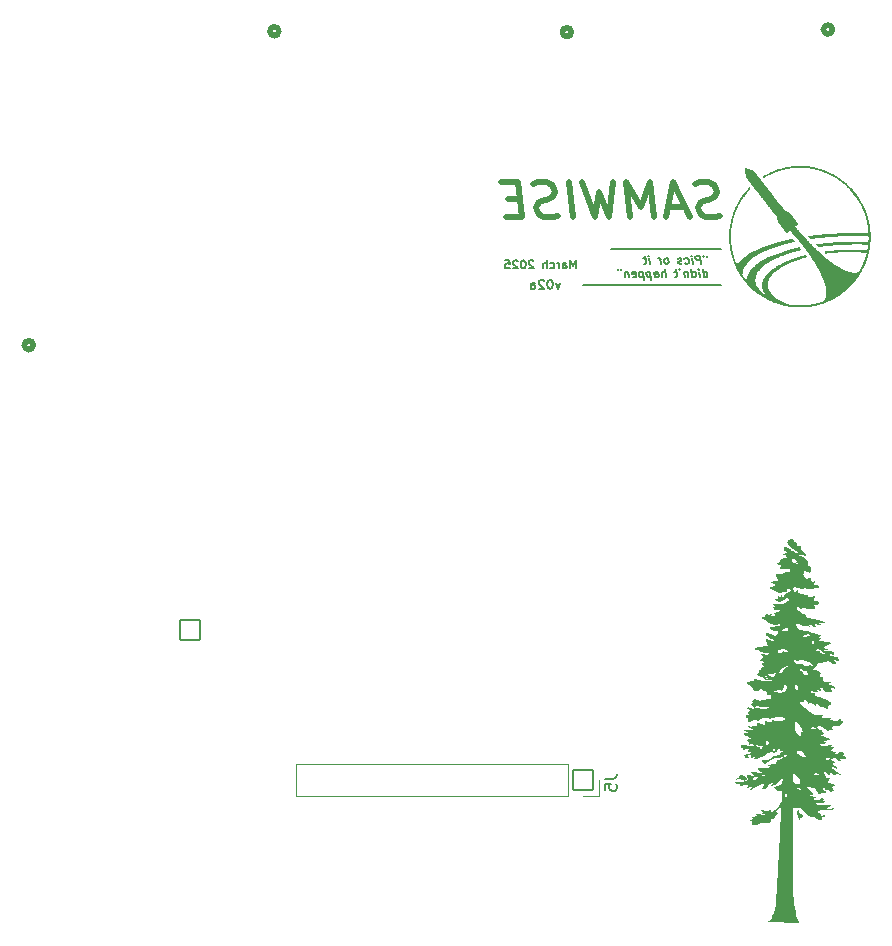
<source format=gbo>
%TF.GenerationSoftware,KiCad,Pcbnew,9.0.1*%
%TF.CreationDate,2025-04-07T21:54:30-07:00*%
%TF.ProjectId,motor_board,6d6f746f-725f-4626-9f61-72642e6b6963,1.1*%
%TF.SameCoordinates,Original*%
%TF.FileFunction,Legend,Bot*%
%TF.FilePolarity,Positive*%
%FSLAX46Y46*%
G04 Gerber Fmt 4.6, Leading zero omitted, Abs format (unit mm)*
G04 Created by KiCad (PCBNEW 9.0.1) date 2025-04-07 21:54:30*
%MOMM*%
%LPD*%
G01*
G04 APERTURE LIST*
G04 Aperture macros list*
%AMRoundRect*
0 Rectangle with rounded corners*
0 $1 Rounding radius*
0 $2 $3 $4 $5 $6 $7 $8 $9 X,Y pos of 4 corners*
0 Add a 4 corners polygon primitive as box body*
4,1,4,$2,$3,$4,$5,$6,$7,$8,$9,$2,$3,0*
0 Add four circle primitives for the rounded corners*
1,1,$1+$1,$2,$3*
1,1,$1+$1,$4,$5*
1,1,$1+$1,$6,$7*
1,1,$1+$1,$8,$9*
0 Add four rect primitives between the rounded corners*
20,1,$1+$1,$2,$3,$4,$5,0*
20,1,$1+$1,$4,$5,$6,$7,0*
20,1,$1+$1,$6,$7,$8,$9,0*
20,1,$1+$1,$8,$9,$2,$3,0*%
G04 Aperture macros list end*
%ADD10C,0.127000*%
%ADD11C,0.500000*%
%ADD12C,0.150000*%
%ADD13C,0.508000*%
%ADD14C,0.120000*%
%ADD15C,0.000000*%
%ADD16C,5.701600*%
%ADD17C,0.701600*%
%ADD18O,2.201600X1.101600*%
%ADD19O,1.701600X1.101600*%
%ADD20C,0.401600*%
%ADD21RoundRect,0.050800X-0.850000X0.850000X-0.850000X-0.850000X0.850000X-0.850000X0.850000X0.850000X0*%
%ADD22C,1.801600*%
%ADD23C,2.000000*%
%ADD24RoundRect,0.050800X0.850000X-0.850000X0.850000X0.850000X-0.850000X0.850000X-0.850000X-0.850000X0*%
G04 APERTURE END LIST*
D10*
X167980000Y-89288000D02*
X156296000Y-89288000D01*
X167980000Y-86240000D02*
X158709000Y-86240000D01*
X154337590Y-89102141D02*
X154156162Y-89610141D01*
X154156162Y-89610141D02*
X153974733Y-89102141D01*
X153539305Y-88848141D02*
X153466734Y-88848141D01*
X153466734Y-88848141D02*
X153394162Y-88884427D01*
X153394162Y-88884427D02*
X153357877Y-88920713D01*
X153357877Y-88920713D02*
X153321591Y-88993284D01*
X153321591Y-88993284D02*
X153285305Y-89138427D01*
X153285305Y-89138427D02*
X153285305Y-89319856D01*
X153285305Y-89319856D02*
X153321591Y-89464998D01*
X153321591Y-89464998D02*
X153357877Y-89537570D01*
X153357877Y-89537570D02*
X153394162Y-89573856D01*
X153394162Y-89573856D02*
X153466734Y-89610141D01*
X153466734Y-89610141D02*
X153539305Y-89610141D01*
X153539305Y-89610141D02*
X153611877Y-89573856D01*
X153611877Y-89573856D02*
X153648162Y-89537570D01*
X153648162Y-89537570D02*
X153684448Y-89464998D01*
X153684448Y-89464998D02*
X153720734Y-89319856D01*
X153720734Y-89319856D02*
X153720734Y-89138427D01*
X153720734Y-89138427D02*
X153684448Y-88993284D01*
X153684448Y-88993284D02*
X153648162Y-88920713D01*
X153648162Y-88920713D02*
X153611877Y-88884427D01*
X153611877Y-88884427D02*
X153539305Y-88848141D01*
X152995020Y-88920713D02*
X152958734Y-88884427D01*
X152958734Y-88884427D02*
X152886163Y-88848141D01*
X152886163Y-88848141D02*
X152704734Y-88848141D01*
X152704734Y-88848141D02*
X152632163Y-88884427D01*
X152632163Y-88884427D02*
X152595877Y-88920713D01*
X152595877Y-88920713D02*
X152559591Y-88993284D01*
X152559591Y-88993284D02*
X152559591Y-89065856D01*
X152559591Y-89065856D02*
X152595877Y-89174713D01*
X152595877Y-89174713D02*
X153031305Y-89610141D01*
X153031305Y-89610141D02*
X152559591Y-89610141D01*
X151906449Y-89610141D02*
X151906449Y-89210998D01*
X151906449Y-89210998D02*
X151942734Y-89138427D01*
X151942734Y-89138427D02*
X152015306Y-89102141D01*
X152015306Y-89102141D02*
X152160449Y-89102141D01*
X152160449Y-89102141D02*
X152233020Y-89138427D01*
X151906449Y-89573856D02*
X151979020Y-89610141D01*
X151979020Y-89610141D02*
X152160449Y-89610141D01*
X152160449Y-89610141D02*
X152233020Y-89573856D01*
X152233020Y-89573856D02*
X152269306Y-89501284D01*
X152269306Y-89501284D02*
X152269306Y-89428713D01*
X152269306Y-89428713D02*
X152233020Y-89356141D01*
X152233020Y-89356141D02*
X152160449Y-89319856D01*
X152160449Y-89319856D02*
X151979020Y-89319856D01*
X151979020Y-89319856D02*
X151906449Y-89283570D01*
X166759781Y-86783749D02*
X166776448Y-86917082D01*
X166493114Y-86783749D02*
X166509781Y-86917082D01*
X166280615Y-87483749D02*
X166193115Y-86783749D01*
X166193115Y-86783749D02*
X165926448Y-86783749D01*
X165926448Y-86783749D02*
X165863948Y-86817082D01*
X165863948Y-86817082D02*
X165834781Y-86850416D01*
X165834781Y-86850416D02*
X165809781Y-86917082D01*
X165809781Y-86917082D02*
X165822281Y-87017082D01*
X165822281Y-87017082D02*
X165863948Y-87083749D01*
X165863948Y-87083749D02*
X165901448Y-87117082D01*
X165901448Y-87117082D02*
X165972281Y-87150416D01*
X165972281Y-87150416D02*
X166238948Y-87150416D01*
X165580615Y-87483749D02*
X165522281Y-87017082D01*
X165493115Y-86783749D02*
X165530615Y-86817082D01*
X165530615Y-86817082D02*
X165501448Y-86850416D01*
X165501448Y-86850416D02*
X165463948Y-86817082D01*
X165463948Y-86817082D02*
X165493115Y-86783749D01*
X165493115Y-86783749D02*
X165501448Y-86850416D01*
X164943115Y-87450416D02*
X165013948Y-87483749D01*
X165013948Y-87483749D02*
X165147282Y-87483749D01*
X165147282Y-87483749D02*
X165209782Y-87450416D01*
X165209782Y-87450416D02*
X165238948Y-87417082D01*
X165238948Y-87417082D02*
X165263948Y-87350416D01*
X165263948Y-87350416D02*
X165238948Y-87150416D01*
X165238948Y-87150416D02*
X165197282Y-87083749D01*
X165197282Y-87083749D02*
X165159782Y-87050416D01*
X165159782Y-87050416D02*
X165088948Y-87017082D01*
X165088948Y-87017082D02*
X164955615Y-87017082D01*
X164955615Y-87017082D02*
X164893115Y-87050416D01*
X164676448Y-87450416D02*
X164613948Y-87483749D01*
X164613948Y-87483749D02*
X164480615Y-87483749D01*
X164480615Y-87483749D02*
X164409782Y-87450416D01*
X164409782Y-87450416D02*
X164368115Y-87383749D01*
X164368115Y-87383749D02*
X164363948Y-87350416D01*
X164363948Y-87350416D02*
X164388948Y-87283749D01*
X164388948Y-87283749D02*
X164451448Y-87250416D01*
X164451448Y-87250416D02*
X164551448Y-87250416D01*
X164551448Y-87250416D02*
X164613948Y-87217082D01*
X164613948Y-87217082D02*
X164638948Y-87150416D01*
X164638948Y-87150416D02*
X164634782Y-87117082D01*
X164634782Y-87117082D02*
X164593115Y-87050416D01*
X164593115Y-87050416D02*
X164522282Y-87017082D01*
X164522282Y-87017082D02*
X164422282Y-87017082D01*
X164422282Y-87017082D02*
X164359782Y-87050416D01*
X163447282Y-87483749D02*
X163509782Y-87450416D01*
X163509782Y-87450416D02*
X163538948Y-87417082D01*
X163538948Y-87417082D02*
X163563948Y-87350416D01*
X163563948Y-87350416D02*
X163538948Y-87150416D01*
X163538948Y-87150416D02*
X163497282Y-87083749D01*
X163497282Y-87083749D02*
X163459782Y-87050416D01*
X163459782Y-87050416D02*
X163388948Y-87017082D01*
X163388948Y-87017082D02*
X163288948Y-87017082D01*
X163288948Y-87017082D02*
X163226448Y-87050416D01*
X163226448Y-87050416D02*
X163197282Y-87083749D01*
X163197282Y-87083749D02*
X163172282Y-87150416D01*
X163172282Y-87150416D02*
X163197282Y-87350416D01*
X163197282Y-87350416D02*
X163238948Y-87417082D01*
X163238948Y-87417082D02*
X163276448Y-87450416D01*
X163276448Y-87450416D02*
X163347282Y-87483749D01*
X163347282Y-87483749D02*
X163447282Y-87483749D01*
X162913949Y-87483749D02*
X162855615Y-87017082D01*
X162872282Y-87150416D02*
X162830615Y-87083749D01*
X162830615Y-87083749D02*
X162793115Y-87050416D01*
X162793115Y-87050416D02*
X162722282Y-87017082D01*
X162722282Y-87017082D02*
X162655615Y-87017082D01*
X161947283Y-87483749D02*
X161888949Y-87017082D01*
X161859783Y-86783749D02*
X161897283Y-86817082D01*
X161897283Y-86817082D02*
X161868116Y-86850416D01*
X161868116Y-86850416D02*
X161830616Y-86817082D01*
X161830616Y-86817082D02*
X161859783Y-86783749D01*
X161859783Y-86783749D02*
X161868116Y-86850416D01*
X161655616Y-87017082D02*
X161388950Y-87017082D01*
X161526450Y-86783749D02*
X161601450Y-87383749D01*
X161601450Y-87383749D02*
X161576450Y-87450416D01*
X161576450Y-87450416D02*
X161513950Y-87483749D01*
X161513950Y-87483749D02*
X161447283Y-87483749D01*
X166513948Y-88610710D02*
X166426448Y-87910710D01*
X166509781Y-88577377D02*
X166580614Y-88610710D01*
X166580614Y-88610710D02*
X166713948Y-88610710D01*
X166713948Y-88610710D02*
X166776448Y-88577377D01*
X166776448Y-88577377D02*
X166805614Y-88544043D01*
X166805614Y-88544043D02*
X166830614Y-88477377D01*
X166830614Y-88477377D02*
X166805614Y-88277377D01*
X166805614Y-88277377D02*
X166763948Y-88210710D01*
X166763948Y-88210710D02*
X166726448Y-88177377D01*
X166726448Y-88177377D02*
X166655614Y-88144043D01*
X166655614Y-88144043D02*
X166522281Y-88144043D01*
X166522281Y-88144043D02*
X166459781Y-88177377D01*
X166180615Y-88610710D02*
X166122281Y-88144043D01*
X166093115Y-87910710D02*
X166130615Y-87944043D01*
X166130615Y-87944043D02*
X166101448Y-87977377D01*
X166101448Y-87977377D02*
X166063948Y-87944043D01*
X166063948Y-87944043D02*
X166093115Y-87910710D01*
X166093115Y-87910710D02*
X166101448Y-87977377D01*
X165547282Y-88610710D02*
X165459782Y-87910710D01*
X165543115Y-88577377D02*
X165613948Y-88610710D01*
X165613948Y-88610710D02*
X165747282Y-88610710D01*
X165747282Y-88610710D02*
X165809782Y-88577377D01*
X165809782Y-88577377D02*
X165838948Y-88544043D01*
X165838948Y-88544043D02*
X165863948Y-88477377D01*
X165863948Y-88477377D02*
X165838948Y-88277377D01*
X165838948Y-88277377D02*
X165797282Y-88210710D01*
X165797282Y-88210710D02*
X165759782Y-88177377D01*
X165759782Y-88177377D02*
X165688948Y-88144043D01*
X165688948Y-88144043D02*
X165555615Y-88144043D01*
X165555615Y-88144043D02*
X165493115Y-88177377D01*
X165155615Y-88144043D02*
X165213949Y-88610710D01*
X165163949Y-88210710D02*
X165126449Y-88177377D01*
X165126449Y-88177377D02*
X165055615Y-88144043D01*
X165055615Y-88144043D02*
X164955615Y-88144043D01*
X164955615Y-88144043D02*
X164893115Y-88177377D01*
X164893115Y-88177377D02*
X164868115Y-88244043D01*
X164868115Y-88244043D02*
X164913949Y-88610710D01*
X164459782Y-87910710D02*
X164543116Y-88044043D01*
X164288949Y-88144043D02*
X164022283Y-88144043D01*
X164159783Y-87910710D02*
X164234783Y-88510710D01*
X164234783Y-88510710D02*
X164209783Y-88577377D01*
X164209783Y-88577377D02*
X164147283Y-88610710D01*
X164147283Y-88610710D02*
X164080616Y-88610710D01*
X163313950Y-88610710D02*
X163226450Y-87910710D01*
X163013950Y-88610710D02*
X162968116Y-88244043D01*
X162968116Y-88244043D02*
X162993116Y-88177377D01*
X162993116Y-88177377D02*
X163055616Y-88144043D01*
X163055616Y-88144043D02*
X163155616Y-88144043D01*
X163155616Y-88144043D02*
X163226450Y-88177377D01*
X163226450Y-88177377D02*
X163263950Y-88210710D01*
X162380617Y-88610710D02*
X162334783Y-88244043D01*
X162334783Y-88244043D02*
X162359783Y-88177377D01*
X162359783Y-88177377D02*
X162422283Y-88144043D01*
X162422283Y-88144043D02*
X162555617Y-88144043D01*
X162555617Y-88144043D02*
X162626450Y-88177377D01*
X162376450Y-88577377D02*
X162447283Y-88610710D01*
X162447283Y-88610710D02*
X162613950Y-88610710D01*
X162613950Y-88610710D02*
X162676450Y-88577377D01*
X162676450Y-88577377D02*
X162701450Y-88510710D01*
X162701450Y-88510710D02*
X162693117Y-88444043D01*
X162693117Y-88444043D02*
X162651450Y-88377377D01*
X162651450Y-88377377D02*
X162580617Y-88344043D01*
X162580617Y-88344043D02*
X162413950Y-88344043D01*
X162413950Y-88344043D02*
X162343117Y-88310710D01*
X161988950Y-88144043D02*
X162076450Y-88844043D01*
X161993117Y-88177377D02*
X161922284Y-88144043D01*
X161922284Y-88144043D02*
X161788950Y-88144043D01*
X161788950Y-88144043D02*
X161726450Y-88177377D01*
X161726450Y-88177377D02*
X161697284Y-88210710D01*
X161697284Y-88210710D02*
X161672284Y-88277377D01*
X161672284Y-88277377D02*
X161697284Y-88477377D01*
X161697284Y-88477377D02*
X161738950Y-88544043D01*
X161738950Y-88544043D02*
X161776450Y-88577377D01*
X161776450Y-88577377D02*
X161847284Y-88610710D01*
X161847284Y-88610710D02*
X161980617Y-88610710D01*
X161980617Y-88610710D02*
X162043117Y-88577377D01*
X161355617Y-88144043D02*
X161443117Y-88844043D01*
X161359784Y-88177377D02*
X161288951Y-88144043D01*
X161288951Y-88144043D02*
X161155617Y-88144043D01*
X161155617Y-88144043D02*
X161093117Y-88177377D01*
X161093117Y-88177377D02*
X161063951Y-88210710D01*
X161063951Y-88210710D02*
X161038951Y-88277377D01*
X161038951Y-88277377D02*
X161063951Y-88477377D01*
X161063951Y-88477377D02*
X161105617Y-88544043D01*
X161105617Y-88544043D02*
X161143117Y-88577377D01*
X161143117Y-88577377D02*
X161213951Y-88610710D01*
X161213951Y-88610710D02*
X161347284Y-88610710D01*
X161347284Y-88610710D02*
X161409784Y-88577377D01*
X160509784Y-88577377D02*
X160580618Y-88610710D01*
X160580618Y-88610710D02*
X160713951Y-88610710D01*
X160713951Y-88610710D02*
X160776451Y-88577377D01*
X160776451Y-88577377D02*
X160801451Y-88510710D01*
X160801451Y-88510710D02*
X160768118Y-88244043D01*
X160768118Y-88244043D02*
X160726451Y-88177377D01*
X160726451Y-88177377D02*
X160655618Y-88144043D01*
X160655618Y-88144043D02*
X160522284Y-88144043D01*
X160522284Y-88144043D02*
X160459784Y-88177377D01*
X160459784Y-88177377D02*
X160434784Y-88244043D01*
X160434784Y-88244043D02*
X160443118Y-88310710D01*
X160443118Y-88310710D02*
X160784784Y-88377377D01*
X160122284Y-88144043D02*
X160180618Y-88610710D01*
X160130618Y-88210710D02*
X160093118Y-88177377D01*
X160093118Y-88177377D02*
X160022284Y-88144043D01*
X160022284Y-88144043D02*
X159922284Y-88144043D01*
X159922284Y-88144043D02*
X159859784Y-88177377D01*
X159859784Y-88177377D02*
X159834784Y-88244043D01*
X159834784Y-88244043D02*
X159880618Y-88610710D01*
X159493118Y-87910710D02*
X159509785Y-88044043D01*
X159226451Y-87910710D02*
X159243118Y-88044043D01*
D11*
X167871428Y-83419000D02*
X167460714Y-83561857D01*
X167460714Y-83561857D02*
X166746428Y-83561857D01*
X166746428Y-83561857D02*
X166442857Y-83419000D01*
X166442857Y-83419000D02*
X166282142Y-83276142D01*
X166282142Y-83276142D02*
X166103571Y-82990428D01*
X166103571Y-82990428D02*
X166067857Y-82704714D01*
X166067857Y-82704714D02*
X166174999Y-82419000D01*
X166174999Y-82419000D02*
X166299999Y-82276142D01*
X166299999Y-82276142D02*
X166567857Y-82133285D01*
X166567857Y-82133285D02*
X167121428Y-81990428D01*
X167121428Y-81990428D02*
X167389285Y-81847571D01*
X167389285Y-81847571D02*
X167514285Y-81704714D01*
X167514285Y-81704714D02*
X167621428Y-81419000D01*
X167621428Y-81419000D02*
X167585714Y-81133285D01*
X167585714Y-81133285D02*
X167407142Y-80847571D01*
X167407142Y-80847571D02*
X167246428Y-80704714D01*
X167246428Y-80704714D02*
X166942857Y-80561857D01*
X166942857Y-80561857D02*
X166228571Y-80561857D01*
X166228571Y-80561857D02*
X165817857Y-80704714D01*
X164924999Y-82704714D02*
X163496428Y-82704714D01*
X165317856Y-83561857D02*
X163942856Y-80561857D01*
X163942856Y-80561857D02*
X163317856Y-83561857D01*
X162317856Y-83561857D02*
X161942856Y-80561857D01*
X161942856Y-80561857D02*
X161210713Y-82704714D01*
X161210713Y-82704714D02*
X159942856Y-80561857D01*
X159942856Y-80561857D02*
X160317856Y-83561857D01*
X158799999Y-80561857D02*
X158460714Y-83561857D01*
X158460714Y-83561857D02*
X157621428Y-81419000D01*
X157621428Y-81419000D02*
X157317856Y-83561857D01*
X157317856Y-83561857D02*
X156228571Y-80561857D01*
X155460714Y-83561857D02*
X155085714Y-80561857D01*
X154157143Y-83419000D02*
X153746429Y-83561857D01*
X153746429Y-83561857D02*
X153032143Y-83561857D01*
X153032143Y-83561857D02*
X152728572Y-83419000D01*
X152728572Y-83419000D02*
X152567857Y-83276142D01*
X152567857Y-83276142D02*
X152389286Y-82990428D01*
X152389286Y-82990428D02*
X152353572Y-82704714D01*
X152353572Y-82704714D02*
X152460714Y-82419000D01*
X152460714Y-82419000D02*
X152585714Y-82276142D01*
X152585714Y-82276142D02*
X152853572Y-82133285D01*
X152853572Y-82133285D02*
X153407143Y-81990428D01*
X153407143Y-81990428D02*
X153675000Y-81847571D01*
X153675000Y-81847571D02*
X153800000Y-81704714D01*
X153800000Y-81704714D02*
X153907143Y-81419000D01*
X153907143Y-81419000D02*
X153871429Y-81133285D01*
X153871429Y-81133285D02*
X153692857Y-80847571D01*
X153692857Y-80847571D02*
X153532143Y-80704714D01*
X153532143Y-80704714D02*
X153228572Y-80561857D01*
X153228572Y-80561857D02*
X152514286Y-80561857D01*
X152514286Y-80561857D02*
X152103572Y-80704714D01*
X150978571Y-81990428D02*
X149978571Y-81990428D01*
X149746429Y-83561857D02*
X151175000Y-83561857D01*
X151175000Y-83561857D02*
X150800000Y-80561857D01*
X150800000Y-80561857D02*
X149371429Y-80561857D01*
D10*
X155703333Y-87877229D02*
X155703333Y-87177229D01*
X155703333Y-87177229D02*
X155470000Y-87677229D01*
X155470000Y-87677229D02*
X155236666Y-87177229D01*
X155236666Y-87177229D02*
X155236666Y-87877229D01*
X154603333Y-87877229D02*
X154603333Y-87510562D01*
X154603333Y-87510562D02*
X154636666Y-87443896D01*
X154636666Y-87443896D02*
X154703333Y-87410562D01*
X154703333Y-87410562D02*
X154836666Y-87410562D01*
X154836666Y-87410562D02*
X154903333Y-87443896D01*
X154603333Y-87843896D02*
X154670000Y-87877229D01*
X154670000Y-87877229D02*
X154836666Y-87877229D01*
X154836666Y-87877229D02*
X154903333Y-87843896D01*
X154903333Y-87843896D02*
X154936666Y-87777229D01*
X154936666Y-87777229D02*
X154936666Y-87710562D01*
X154936666Y-87710562D02*
X154903333Y-87643896D01*
X154903333Y-87643896D02*
X154836666Y-87610562D01*
X154836666Y-87610562D02*
X154670000Y-87610562D01*
X154670000Y-87610562D02*
X154603333Y-87577229D01*
X154270000Y-87877229D02*
X154270000Y-87410562D01*
X154270000Y-87543896D02*
X154236667Y-87477229D01*
X154236667Y-87477229D02*
X154203333Y-87443896D01*
X154203333Y-87443896D02*
X154136667Y-87410562D01*
X154136667Y-87410562D02*
X154070000Y-87410562D01*
X153536667Y-87843896D02*
X153603334Y-87877229D01*
X153603334Y-87877229D02*
X153736667Y-87877229D01*
X153736667Y-87877229D02*
X153803334Y-87843896D01*
X153803334Y-87843896D02*
X153836667Y-87810562D01*
X153836667Y-87810562D02*
X153870000Y-87743896D01*
X153870000Y-87743896D02*
X153870000Y-87543896D01*
X153870000Y-87543896D02*
X153836667Y-87477229D01*
X153836667Y-87477229D02*
X153803334Y-87443896D01*
X153803334Y-87443896D02*
X153736667Y-87410562D01*
X153736667Y-87410562D02*
X153603334Y-87410562D01*
X153603334Y-87410562D02*
X153536667Y-87443896D01*
X153236667Y-87877229D02*
X153236667Y-87177229D01*
X152936667Y-87877229D02*
X152936667Y-87510562D01*
X152936667Y-87510562D02*
X152970000Y-87443896D01*
X152970000Y-87443896D02*
X153036667Y-87410562D01*
X153036667Y-87410562D02*
X153136667Y-87410562D01*
X153136667Y-87410562D02*
X153203334Y-87443896D01*
X153203334Y-87443896D02*
X153236667Y-87477229D01*
X152103334Y-87243896D02*
X152070001Y-87210562D01*
X152070001Y-87210562D02*
X152003334Y-87177229D01*
X152003334Y-87177229D02*
X151836668Y-87177229D01*
X151836668Y-87177229D02*
X151770001Y-87210562D01*
X151770001Y-87210562D02*
X151736668Y-87243896D01*
X151736668Y-87243896D02*
X151703334Y-87310562D01*
X151703334Y-87310562D02*
X151703334Y-87377229D01*
X151703334Y-87377229D02*
X151736668Y-87477229D01*
X151736668Y-87477229D02*
X152136668Y-87877229D01*
X152136668Y-87877229D02*
X151703334Y-87877229D01*
X151270001Y-87177229D02*
X151203334Y-87177229D01*
X151203334Y-87177229D02*
X151136667Y-87210562D01*
X151136667Y-87210562D02*
X151103334Y-87243896D01*
X151103334Y-87243896D02*
X151070001Y-87310562D01*
X151070001Y-87310562D02*
X151036667Y-87443896D01*
X151036667Y-87443896D02*
X151036667Y-87610562D01*
X151036667Y-87610562D02*
X151070001Y-87743896D01*
X151070001Y-87743896D02*
X151103334Y-87810562D01*
X151103334Y-87810562D02*
X151136667Y-87843896D01*
X151136667Y-87843896D02*
X151203334Y-87877229D01*
X151203334Y-87877229D02*
X151270001Y-87877229D01*
X151270001Y-87877229D02*
X151336667Y-87843896D01*
X151336667Y-87843896D02*
X151370001Y-87810562D01*
X151370001Y-87810562D02*
X151403334Y-87743896D01*
X151403334Y-87743896D02*
X151436667Y-87610562D01*
X151436667Y-87610562D02*
X151436667Y-87443896D01*
X151436667Y-87443896D02*
X151403334Y-87310562D01*
X151403334Y-87310562D02*
X151370001Y-87243896D01*
X151370001Y-87243896D02*
X151336667Y-87210562D01*
X151336667Y-87210562D02*
X151270001Y-87177229D01*
X150770000Y-87243896D02*
X150736667Y-87210562D01*
X150736667Y-87210562D02*
X150670000Y-87177229D01*
X150670000Y-87177229D02*
X150503334Y-87177229D01*
X150503334Y-87177229D02*
X150436667Y-87210562D01*
X150436667Y-87210562D02*
X150403334Y-87243896D01*
X150403334Y-87243896D02*
X150370000Y-87310562D01*
X150370000Y-87310562D02*
X150370000Y-87377229D01*
X150370000Y-87377229D02*
X150403334Y-87477229D01*
X150403334Y-87477229D02*
X150803334Y-87877229D01*
X150803334Y-87877229D02*
X150370000Y-87877229D01*
X149736667Y-87177229D02*
X150070000Y-87177229D01*
X150070000Y-87177229D02*
X150103333Y-87510562D01*
X150103333Y-87510562D02*
X150070000Y-87477229D01*
X150070000Y-87477229D02*
X150003333Y-87443896D01*
X150003333Y-87443896D02*
X149836667Y-87443896D01*
X149836667Y-87443896D02*
X149770000Y-87477229D01*
X149770000Y-87477229D02*
X149736667Y-87510562D01*
X149736667Y-87510562D02*
X149703333Y-87577229D01*
X149703333Y-87577229D02*
X149703333Y-87743896D01*
X149703333Y-87743896D02*
X149736667Y-87810562D01*
X149736667Y-87810562D02*
X149770000Y-87843896D01*
X149770000Y-87843896D02*
X149836667Y-87877229D01*
X149836667Y-87877229D02*
X150003333Y-87877229D01*
X150003333Y-87877229D02*
X150070000Y-87843896D01*
X150070000Y-87843896D02*
X150103333Y-87810562D01*
D12*
X158162719Y-131092766D02*
X158877004Y-131092766D01*
X158877004Y-131092766D02*
X159019861Y-131045147D01*
X159019861Y-131045147D02*
X159115100Y-130949909D01*
X159115100Y-130949909D02*
X159162719Y-130807052D01*
X159162719Y-130807052D02*
X159162719Y-130711814D01*
X158162719Y-132045147D02*
X158162719Y-131568957D01*
X158162719Y-131568957D02*
X158638909Y-131521338D01*
X158638909Y-131521338D02*
X158591290Y-131568957D01*
X158591290Y-131568957D02*
X158543671Y-131664195D01*
X158543671Y-131664195D02*
X158543671Y-131902290D01*
X158543671Y-131902290D02*
X158591290Y-131997528D01*
X158591290Y-131997528D02*
X158638909Y-132045147D01*
X158638909Y-132045147D02*
X158734147Y-132092766D01*
X158734147Y-132092766D02*
X158972242Y-132092766D01*
X158972242Y-132092766D02*
X159067480Y-132045147D01*
X159067480Y-132045147D02*
X159115100Y-131997528D01*
X159115100Y-131997528D02*
X159162719Y-131902290D01*
X159162719Y-131902290D02*
X159162719Y-131664195D01*
X159162719Y-131664195D02*
X159115100Y-131568957D01*
X159115100Y-131568957D02*
X159067480Y-131521338D01*
D13*
%TO.C,J3*%
X155316500Y-67868100D02*
G75*
G02*
X154554500Y-67868100I-381000J0D01*
G01*
X154554500Y-67868100D02*
G75*
G02*
X155316500Y-67868100I381000J0D01*
G01*
%TO.C,J1*%
X177419532Y-67651933D02*
G75*
G02*
X176657532Y-67651933I-381000J0D01*
G01*
X176657532Y-67651933D02*
G75*
G02*
X177419532Y-67651933I381000J0D01*
G01*
%TO.C,J6*%
X109754592Y-94374514D02*
G75*
G02*
X108992592Y-94374514I-381000J0D01*
G01*
X108992592Y-94374514D02*
G75*
G02*
X109754592Y-94374514I381000J0D01*
G01*
%TO.C,J4*%
X130544532Y-67796133D02*
G75*
G02*
X129782532Y-67796133I-381000J0D01*
G01*
X129782532Y-67796133D02*
G75*
G02*
X130544532Y-67796133I381000J0D01*
G01*
D14*
%TO.C,J5*%
X132042000Y-132580000D02*
X132042000Y-129820000D01*
X155012000Y-129820000D02*
X132042000Y-129820000D01*
X155012000Y-132580000D02*
X132042000Y-132580000D01*
X155012000Y-132580000D02*
X155012000Y-129820000D01*
X156282000Y-132580000D02*
X157662000Y-132580000D01*
X157662000Y-132580000D02*
X157662000Y-131200000D01*
D15*
%TO.C,G\u002A\u002A\u002A*%
G36*
X173796433Y-91395512D02*
G01*
X173807721Y-91400845D01*
X173829309Y-91405355D01*
X173839308Y-91407108D01*
X173846426Y-91414602D01*
X173842084Y-91418139D01*
X173826096Y-91419287D01*
X173803585Y-91417051D01*
X173780158Y-91412067D01*
X173761419Y-91404969D01*
X173759044Y-91403622D01*
X173754106Y-91397690D01*
X173764670Y-91391834D01*
X173776595Y-91390087D01*
X173796433Y-91395512D01*
G37*
G36*
X174921781Y-79198694D02*
G01*
X175164859Y-79215367D01*
X175411039Y-79242410D01*
X175657068Y-79279602D01*
X175674067Y-79282536D01*
X175746984Y-79295312D01*
X175810086Y-79306819D01*
X175867125Y-79317859D01*
X175921849Y-79329234D01*
X175978010Y-79341746D01*
X176039357Y-79356197D01*
X176109640Y-79373389D01*
X176192611Y-79394123D01*
X176195347Y-79394813D01*
X176292139Y-79420941D01*
X176399635Y-79452868D01*
X176513349Y-79489079D01*
X176628795Y-79528062D01*
X176741488Y-79568303D01*
X176846941Y-79608289D01*
X176940670Y-79646506D01*
X177030553Y-79685221D01*
X177135330Y-79731676D01*
X177231292Y-79776046D01*
X177322513Y-79820318D01*
X177413067Y-79866480D01*
X177507027Y-79916521D01*
X177608469Y-79972429D01*
X177648551Y-79994948D01*
X177687805Y-80017395D01*
X177725288Y-80039390D01*
X177762981Y-80062184D01*
X177802861Y-80087028D01*
X177846909Y-80115172D01*
X177897103Y-80147867D01*
X177955423Y-80186363D01*
X178023849Y-80231911D01*
X178104359Y-80285762D01*
X178107064Y-80287592D01*
X178128340Y-80302550D01*
X178158054Y-80324039D01*
X178193435Y-80349989D01*
X178231710Y-80378333D01*
X178270107Y-80407002D01*
X178305855Y-80433928D01*
X178336181Y-80457042D01*
X178358314Y-80474278D01*
X178369480Y-80483565D01*
X178371278Y-80485233D01*
X178386088Y-80497676D01*
X178409317Y-80516220D01*
X178436783Y-80537514D01*
X178443159Y-80542406D01*
X178470267Y-80563596D01*
X178492342Y-80581442D01*
X178505109Y-80592503D01*
X178506664Y-80593976D01*
X178520402Y-80606284D01*
X178543604Y-80626580D01*
X178573450Y-80652409D01*
X178607121Y-80681317D01*
X178611705Y-80685265D01*
X178647591Y-80717412D01*
X178692657Y-80759405D01*
X178744745Y-80809096D01*
X178801695Y-80864341D01*
X178861349Y-80922992D01*
X178921547Y-80982902D01*
X178980131Y-81041924D01*
X179034941Y-81097913D01*
X179083818Y-81148720D01*
X179124603Y-81192201D01*
X179155138Y-81226207D01*
X179179168Y-81253978D01*
X179206216Y-81285197D01*
X179228662Y-81311060D01*
X179243249Y-81327811D01*
X179247029Y-81332187D01*
X179266589Y-81355603D01*
X179292946Y-81387895D01*
X179323240Y-81425485D01*
X179354617Y-81464800D01*
X179384218Y-81502264D01*
X179409187Y-81534302D01*
X179426666Y-81557339D01*
X179435392Y-81569004D01*
X179449264Y-81586747D01*
X179457056Y-81595582D01*
X179457809Y-81596312D01*
X179466507Y-81607295D01*
X179481488Y-81627818D01*
X179500009Y-81654139D01*
X179501717Y-81656604D01*
X179534609Y-81704074D01*
X179560434Y-81741294D01*
X179581682Y-81771836D01*
X179600840Y-81799270D01*
X179620397Y-81827169D01*
X179642843Y-81859103D01*
X179671340Y-81900858D01*
X179713919Y-81966522D01*
X179761392Y-82042804D01*
X179812192Y-82127132D01*
X179864749Y-82216934D01*
X179917498Y-82309638D01*
X179927335Y-82327445D01*
X179950493Y-82370732D01*
X179977228Y-82422073D01*
X180006104Y-82478580D01*
X180035683Y-82537366D01*
X180064529Y-82595543D01*
X180091204Y-82650225D01*
X180114272Y-82698524D01*
X180132295Y-82737553D01*
X180143837Y-82764424D01*
X180150860Y-82781801D01*
X180166448Y-82818768D01*
X180181830Y-82853681D01*
X180192630Y-82878551D01*
X180207983Y-82915548D01*
X180225335Y-82958541D01*
X180242607Y-83002443D01*
X180244030Y-83006111D01*
X180259542Y-83045945D01*
X180273255Y-83080884D01*
X180283728Y-83107271D01*
X180289519Y-83121452D01*
X180295537Y-83136717D01*
X180306555Y-83167087D01*
X180320419Y-83206848D01*
X180335859Y-83252260D01*
X180351605Y-83299579D01*
X180366388Y-83345064D01*
X180378938Y-83384973D01*
X180392268Y-83428464D01*
X180410759Y-83489110D01*
X180425240Y-83537151D01*
X180436377Y-83574849D01*
X180444833Y-83604464D01*
X180451272Y-83628258D01*
X180456360Y-83648494D01*
X180458292Y-83656334D01*
X180463800Y-83678556D01*
X180472118Y-83712058D01*
X180482536Y-83753992D01*
X180494349Y-83801506D01*
X180503725Y-83839621D01*
X180514759Y-83885632D01*
X180523873Y-83924949D01*
X180530313Y-83954309D01*
X180533328Y-83970452D01*
X180533588Y-83972438D01*
X180538309Y-83998570D01*
X180544989Y-84026905D01*
X180545292Y-84028043D01*
X180552158Y-84060078D01*
X180556825Y-84092299D01*
X180558320Y-84105380D01*
X180563092Y-84138285D01*
X180568947Y-84171857D01*
X180572785Y-84192091D01*
X180582356Y-84245237D01*
X180591343Y-84298609D01*
X180599076Y-84347978D01*
X180604880Y-84389119D01*
X180608083Y-84417804D01*
X180609997Y-84437824D01*
X180613785Y-84472246D01*
X180618715Y-84514020D01*
X180624202Y-84558065D01*
X180629835Y-84607183D01*
X180637349Y-84691335D01*
X180643761Y-84786008D01*
X180649000Y-84888153D01*
X180652998Y-84994723D01*
X180655685Y-85102669D01*
X180656991Y-85208943D01*
X180656846Y-85310496D01*
X180655181Y-85404281D01*
X180651927Y-85487249D01*
X180647012Y-85556352D01*
X180644458Y-85585099D01*
X180641097Y-85628742D01*
X180638697Y-85667337D01*
X180637657Y-85694951D01*
X180637241Y-85706842D01*
X180634632Y-85741077D01*
X180630210Y-85782513D01*
X180624626Y-85824665D01*
X180621743Y-85844673D01*
X180616045Y-85886761D01*
X180611347Y-85924705D01*
X180608453Y-85952175D01*
X180607545Y-85961470D01*
X180603560Y-85994160D01*
X180597910Y-86034361D01*
X180591508Y-86075435D01*
X180579250Y-86149453D01*
X180567387Y-86219970D01*
X180557762Y-86275742D01*
X180550185Y-86317871D01*
X180544464Y-86347456D01*
X180542892Y-86355253D01*
X180536763Y-86387540D01*
X180531956Y-86415462D01*
X180529571Y-86428758D01*
X180523007Y-86459592D01*
X180515177Y-86491968D01*
X180513186Y-86499716D01*
X180505551Y-86529952D01*
X180495381Y-86570695D01*
X180483765Y-86617578D01*
X180471789Y-86666231D01*
X180467320Y-86684320D01*
X180455037Y-86732852D01*
X180443230Y-86777976D01*
X180433056Y-86815316D01*
X180425674Y-86840495D01*
X180420632Y-86856520D01*
X180409610Y-86892011D01*
X180396684Y-86934019D01*
X180383715Y-86976506D01*
X180376333Y-87000671D01*
X180353737Y-87072643D01*
X180331456Y-87140010D01*
X180308259Y-87206115D01*
X180282914Y-87274303D01*
X180254188Y-87347917D01*
X180220849Y-87430301D01*
X180181664Y-87524799D01*
X180173733Y-87543692D01*
X180144604Y-87611615D01*
X180119958Y-87666598D01*
X180100149Y-87707891D01*
X180085535Y-87734741D01*
X180076471Y-87746401D01*
X180075628Y-87747151D01*
X180067643Y-87759180D01*
X180054379Y-87782782D01*
X180037422Y-87814777D01*
X180018364Y-87851990D01*
X179998791Y-87891241D01*
X179980292Y-87929354D01*
X179964458Y-87963151D01*
X179952875Y-87989454D01*
X179947133Y-88005087D01*
X179944882Y-88011187D01*
X179934689Y-88032095D01*
X179918127Y-88062760D01*
X179896875Y-88100117D01*
X179872615Y-88141098D01*
X179851689Y-88175808D01*
X179821990Y-88225234D01*
X179799167Y-88263497D01*
X179781968Y-88292714D01*
X179769141Y-88315004D01*
X179759434Y-88332482D01*
X179758420Y-88334308D01*
X179746307Y-88353869D01*
X179731014Y-88376298D01*
X179727482Y-88381295D01*
X179716367Y-88398155D01*
X179711888Y-88406934D01*
X179711888Y-88406940D01*
X179709597Y-88411632D01*
X179702250Y-88423472D01*
X179689084Y-88443602D01*
X179669335Y-88473165D01*
X179642240Y-88513305D01*
X179607034Y-88565164D01*
X179562954Y-88629886D01*
X179517432Y-88694474D01*
X179427115Y-88812731D01*
X179414364Y-88828695D01*
X179386259Y-88863878D01*
X179354936Y-88903089D01*
X179325107Y-88940428D01*
X179261341Y-89018462D01*
X179152195Y-89145165D01*
X179035886Y-89272700D01*
X178915008Y-89398462D01*
X178792151Y-89519849D01*
X178669908Y-89634259D01*
X178550871Y-89739087D01*
X178437632Y-89831731D01*
X178412767Y-89851728D01*
X178381424Y-89878095D01*
X178356031Y-89900658D01*
X178345356Y-89910278D01*
X178314054Y-89936391D01*
X178283775Y-89959382D01*
X178259441Y-89976827D01*
X178226494Y-90000838D01*
X178194518Y-90024470D01*
X178192141Y-90026233D01*
X178165081Y-90045568D01*
X178126530Y-90072250D01*
X178078978Y-90104612D01*
X178024918Y-90140984D01*
X177966840Y-90179696D01*
X177907237Y-90219081D01*
X177848598Y-90257468D01*
X177793416Y-90293189D01*
X177745515Y-90323181D01*
X177663159Y-90372099D01*
X177571804Y-90423799D01*
X177475305Y-90476242D01*
X177377515Y-90527385D01*
X177282287Y-90575188D01*
X177193475Y-90617608D01*
X177114933Y-90652605D01*
X177081067Y-90667172D01*
X177040986Y-90684878D01*
X177006705Y-90700510D01*
X176983173Y-90711842D01*
X176979622Y-90713610D01*
X176951018Y-90726342D01*
X176909474Y-90743217D01*
X176857609Y-90763300D01*
X176798041Y-90785660D01*
X176733388Y-90809364D01*
X176666268Y-90833477D01*
X176599301Y-90857067D01*
X176535103Y-90879201D01*
X176476293Y-90898946D01*
X176425489Y-90915368D01*
X176385310Y-90927535D01*
X176358374Y-90934514D01*
X176358326Y-90934524D01*
X176339052Y-90939231D01*
X176307533Y-90947649D01*
X176267803Y-90958660D01*
X176223900Y-90971145D01*
X176179860Y-90983985D01*
X176162157Y-90989214D01*
X176110065Y-91004488D01*
X176070662Y-91015772D01*
X176041169Y-91023801D01*
X176018805Y-91029312D01*
X176000790Y-91033041D01*
X175984344Y-91035722D01*
X175978212Y-91036645D01*
X175954302Y-91040875D01*
X175938780Y-91044579D01*
X175930284Y-91047032D01*
X175903023Y-91053350D01*
X175863037Y-91061566D01*
X175812974Y-91071196D01*
X175755477Y-91081759D01*
X175693192Y-91092775D01*
X175628764Y-91103761D01*
X175564837Y-91114236D01*
X175504056Y-91123719D01*
X175481062Y-91127161D01*
X175404512Y-91137930D01*
X175332189Y-91146813D01*
X175258787Y-91154371D01*
X175179001Y-91161166D01*
X175087524Y-91167758D01*
X175054728Y-91170027D01*
X175010220Y-91173310D01*
X174973254Y-91176279D01*
X174946970Y-91178677D01*
X174934512Y-91180248D01*
X174931489Y-91180707D01*
X174912093Y-91181732D01*
X174878735Y-91182313D01*
X174833674Y-91182487D01*
X174779171Y-91182292D01*
X174717485Y-91181765D01*
X174650876Y-91180943D01*
X174581603Y-91179865D01*
X174511928Y-91178566D01*
X174444108Y-91177086D01*
X174380406Y-91175461D01*
X174323079Y-91173730D01*
X174274388Y-91171928D01*
X174236594Y-91170095D01*
X174211955Y-91168266D01*
X174196475Y-91166639D01*
X174142144Y-91160870D01*
X174084417Y-91154671D01*
X174033441Y-91149132D01*
X174005648Y-91146180D01*
X173970972Y-91142786D01*
X173944843Y-91140576D01*
X173931433Y-91139928D01*
X173929365Y-91139910D01*
X173912021Y-91138140D01*
X173884136Y-91134161D01*
X173850676Y-91128666D01*
X173847054Y-91128038D01*
X173808609Y-91121660D01*
X173771898Y-91116005D01*
X173744418Y-91112233D01*
X173740957Y-91111778D01*
X173717488Y-91108053D01*
X173681271Y-91101739D01*
X173635457Y-91093407D01*
X173583200Y-91083627D01*
X173527651Y-91072972D01*
X173510222Y-91069587D01*
X173457616Y-91059373D01*
X173410773Y-91050281D01*
X173372424Y-91042841D01*
X173345301Y-91037582D01*
X173332135Y-91035036D01*
X173308046Y-91029787D01*
X173273166Y-91021433D01*
X173233377Y-91011444D01*
X173194442Y-91001266D01*
X173162122Y-90992347D01*
X173162115Y-90992345D01*
X173137225Y-90985168D01*
X173100883Y-90974682D01*
X173057968Y-90962297D01*
X173013360Y-90949421D01*
X172942301Y-90928306D01*
X172858180Y-90902092D01*
X172771369Y-90873950D01*
X172685685Y-90845163D01*
X172604945Y-90817017D01*
X172532967Y-90790796D01*
X172473568Y-90767785D01*
X172405728Y-90739874D01*
X172176014Y-90638632D01*
X171950640Y-90529042D01*
X171732751Y-90412760D01*
X171525488Y-90291439D01*
X171331996Y-90166735D01*
X171306795Y-90149635D01*
X171254479Y-90114016D01*
X171212570Y-90085223D01*
X171178440Y-90061383D01*
X171149459Y-90040623D01*
X171122998Y-90021071D01*
X171096428Y-90000855D01*
X171067120Y-89978102D01*
X171045366Y-89961152D01*
X171014344Y-89937115D01*
X170988642Y-89917358D01*
X170972289Y-89904986D01*
X170937911Y-89878931D01*
X170864301Y-89819878D01*
X170783341Y-89751313D01*
X170697449Y-89675499D01*
X170609045Y-89594701D01*
X170520546Y-89511183D01*
X170434371Y-89427207D01*
X170352940Y-89345039D01*
X170278670Y-89266942D01*
X170213981Y-89195181D01*
X170198912Y-89177925D01*
X170169972Y-89145035D01*
X170145533Y-89117592D01*
X170127805Y-89098064D01*
X170118995Y-89088922D01*
X170118014Y-89087965D01*
X170107872Y-89076412D01*
X170089718Y-89054745D01*
X170065651Y-89025551D01*
X170037771Y-88991415D01*
X170008175Y-88954924D01*
X169978963Y-88918663D01*
X169952234Y-88885218D01*
X169930086Y-88857175D01*
X169914619Y-88837121D01*
X169903895Y-88822863D01*
X169885096Y-88797877D01*
X169861352Y-88766323D01*
X169835385Y-88731818D01*
X169813826Y-88702683D01*
X169769877Y-88640967D01*
X169721851Y-88571026D01*
X169671302Y-88495309D01*
X169619783Y-88416267D01*
X169568846Y-88336348D01*
X169520046Y-88258002D01*
X169474936Y-88183679D01*
X169435067Y-88115827D01*
X169401994Y-88056897D01*
X169377270Y-88009337D01*
X169370325Y-87995244D01*
X169356098Y-87966618D01*
X169337163Y-87928664D01*
X169315136Y-87884624D01*
X169291637Y-87837742D01*
X169276889Y-87808067D01*
X169250149Y-87753053D01*
X169224071Y-87698051D01*
X169201029Y-87648097D01*
X169183395Y-87608224D01*
X169169015Y-87574617D01*
X169153309Y-87538186D01*
X169140521Y-87508814D01*
X169132513Y-87490796D01*
X169126825Y-87477773D01*
X169115186Y-87449363D01*
X169103205Y-87418541D01*
X169095476Y-87398392D01*
X169084956Y-87372025D01*
X169077572Y-87354786D01*
X169076117Y-87351636D01*
X169063431Y-87321096D01*
X169046935Y-87277474D01*
X169027564Y-87223573D01*
X169006256Y-87162192D01*
X168983946Y-87096135D01*
X168961571Y-87028201D01*
X168940065Y-86961194D01*
X168920365Y-86897914D01*
X168903407Y-86841162D01*
X168890127Y-86793741D01*
X168878882Y-86751561D01*
X168866120Y-86703813D01*
X168854908Y-86661981D01*
X168847249Y-86632425D01*
X168834656Y-86580627D01*
X168821036Y-86521611D01*
X168807109Y-86458768D01*
X168793594Y-86395490D01*
X168781212Y-86335168D01*
X168770683Y-86281193D01*
X168762727Y-86236957D01*
X168758063Y-86205850D01*
X168757766Y-86203425D01*
X168754022Y-86177312D01*
X168748408Y-86142274D01*
X168742019Y-86105187D01*
X168740161Y-86094672D01*
X168723476Y-85986497D01*
X168708881Y-85864946D01*
X168696293Y-85729137D01*
X168685629Y-85578186D01*
X168676807Y-85411209D01*
X168676015Y-85392854D01*
X168671954Y-85204020D01*
X168674638Y-85007444D01*
X168683782Y-84807905D01*
X168699098Y-84610181D01*
X168720301Y-84419050D01*
X168747102Y-84239290D01*
X168753466Y-84202288D01*
X168772161Y-84096302D01*
X168789072Y-84005035D01*
X168804528Y-83926868D01*
X168818859Y-83860179D01*
X168832393Y-83803347D01*
X168845460Y-83754752D01*
X168850135Y-83738258D01*
X168860698Y-83699827D01*
X168869764Y-83665495D01*
X168881368Y-83621162D01*
X168904975Y-83535913D01*
X168930997Y-83447227D01*
X168958506Y-83357951D01*
X168986574Y-83270935D01*
X169014272Y-83189027D01*
X169040671Y-83115077D01*
X169064843Y-83051932D01*
X169085860Y-83002443D01*
X169086196Y-83001702D01*
X169093389Y-82984567D01*
X169104225Y-82957472D01*
X169116494Y-82925937D01*
X169129519Y-82893167D01*
X169147319Y-82850652D01*
X169163595Y-82813871D01*
X169175495Y-82787571D01*
X169191493Y-82750937D01*
X169204245Y-82720364D01*
X169208931Y-82708933D01*
X169231463Y-82658277D01*
X169261354Y-82595968D01*
X169297421Y-82524254D01*
X169338482Y-82445383D01*
X169383353Y-82361601D01*
X169430852Y-82275156D01*
X169479797Y-82188295D01*
X169529005Y-82103265D01*
X169530173Y-82101286D01*
X169547006Y-82073864D01*
X169571286Y-82035588D01*
X169601090Y-81989383D01*
X169634496Y-81938169D01*
X169669580Y-81884871D01*
X169704418Y-81832411D01*
X169737089Y-81783712D01*
X169765669Y-81741696D01*
X169788234Y-81709287D01*
X169798021Y-81695671D01*
X169827695Y-81655491D01*
X169864419Y-81606846D01*
X169905616Y-81553066D01*
X169948711Y-81497482D01*
X169991129Y-81443424D01*
X170030293Y-81394222D01*
X170063628Y-81353207D01*
X170082276Y-81330952D01*
X170114881Y-81293102D01*
X170151638Y-81251396D01*
X170190838Y-81207681D01*
X170230772Y-81163804D01*
X170269730Y-81121610D01*
X170306003Y-81082948D01*
X170337883Y-81049662D01*
X170363659Y-81023601D01*
X170381623Y-81006609D01*
X170390065Y-81000535D01*
X170398734Y-81005913D01*
X170414344Y-81022284D01*
X170433391Y-81046018D01*
X170452924Y-81073414D01*
X170469992Y-81100772D01*
X170470857Y-81102343D01*
X170473508Y-81109679D01*
X170472656Y-81118044D01*
X170466933Y-81129323D01*
X170454971Y-81145398D01*
X170435405Y-81168151D01*
X170406864Y-81199466D01*
X170367984Y-81241226D01*
X170319168Y-81294017D01*
X170263604Y-81355854D01*
X170210167Y-81417577D01*
X170156926Y-81481559D01*
X170101950Y-81550173D01*
X170043308Y-81625793D01*
X169979070Y-81710794D01*
X169907303Y-81807548D01*
X169899256Y-81818665D01*
X169878470Y-81848303D01*
X169852840Y-81885676D01*
X169824172Y-81928063D01*
X169794273Y-81972745D01*
X169764950Y-82017001D01*
X169738009Y-82058113D01*
X169715258Y-82093359D01*
X169698502Y-82120019D01*
X169689549Y-82135375D01*
X169685632Y-82142402D01*
X169674362Y-82161754D01*
X169658374Y-82188796D01*
X169640010Y-82219574D01*
X169621609Y-82250134D01*
X169601508Y-82284235D01*
X169569863Y-82340370D01*
X169534767Y-82404808D01*
X169497922Y-82474258D01*
X169461031Y-82545426D01*
X169425794Y-82615020D01*
X169393914Y-82679746D01*
X169367093Y-82736312D01*
X169347032Y-82781426D01*
X169335322Y-82808760D01*
X169317287Y-82849790D01*
X169300200Y-82887684D01*
X169286445Y-82918714D01*
X169268089Y-82962343D01*
X169252131Y-83002443D01*
X169239138Y-83036450D01*
X169226844Y-83068541D01*
X169217939Y-83091700D01*
X169211422Y-83108778D01*
X169199753Y-83139808D01*
X169187616Y-83172456D01*
X169178452Y-83197121D01*
X169168478Y-83223610D01*
X169161972Y-83240462D01*
X169153867Y-83262452D01*
X169141975Y-83296974D01*
X169127574Y-83340107D01*
X169111906Y-83388015D01*
X169096214Y-83436865D01*
X169081740Y-83482825D01*
X169069726Y-83522060D01*
X169061416Y-83550736D01*
X169059444Y-83557934D01*
X169047895Y-83599692D01*
X169034671Y-83647017D01*
X169022260Y-83690997D01*
X169018754Y-83703555D01*
X169008002Y-83744497D01*
X168998757Y-83783045D01*
X168992711Y-83812255D01*
X168989472Y-83829627D01*
X168984582Y-83851928D01*
X168981059Y-83863259D01*
X168980317Y-83864835D01*
X168976302Y-83879612D01*
X168972049Y-83902208D01*
X168971459Y-83905857D01*
X168965673Y-83938070D01*
X168959164Y-83970214D01*
X168958655Y-83972560D01*
X168952921Y-83999906D01*
X168945593Y-84035945D01*
X168938126Y-84073527D01*
X168929860Y-84115220D01*
X168920551Y-84161399D01*
X168912419Y-84201037D01*
X168906311Y-84232750D01*
X168899516Y-84273380D01*
X168894884Y-84307296D01*
X168893978Y-84315124D01*
X168889520Y-84349298D01*
X168883594Y-84390754D01*
X168877227Y-84432217D01*
X168874357Y-84450666D01*
X168869791Y-84482757D01*
X168867014Y-84506315D01*
X168866543Y-84517223D01*
X168866503Y-84526568D01*
X168864953Y-84549632D01*
X168862113Y-84582597D01*
X168858272Y-84621820D01*
X168858153Y-84622977D01*
X168849888Y-84718927D01*
X168843281Y-84827569D01*
X168838437Y-84944719D01*
X168835459Y-85066194D01*
X168834448Y-85187809D01*
X168835509Y-85305381D01*
X168838744Y-85414727D01*
X168841174Y-85469265D01*
X168844446Y-85534867D01*
X168847889Y-85596750D01*
X168851306Y-85651597D01*
X168854500Y-85696088D01*
X168857275Y-85726907D01*
X168859255Y-85745485D01*
X168862842Y-85781760D01*
X168865401Y-85811255D01*
X168866474Y-85828916D01*
X168867360Y-85844550D01*
X168871111Y-85880514D01*
X168877335Y-85928363D01*
X168885554Y-85985189D01*
X168895289Y-86048081D01*
X168906062Y-86114132D01*
X168917394Y-86180433D01*
X168928807Y-86244075D01*
X168939823Y-86302149D01*
X168949963Y-86351747D01*
X168958749Y-86389960D01*
X168965352Y-86418924D01*
X168971266Y-86449464D01*
X168971804Y-86452553D01*
X168977942Y-86482558D01*
X168985358Y-86513219D01*
X168986922Y-86519204D01*
X168993078Y-86545086D01*
X168996752Y-86564223D01*
X168997187Y-86566813D01*
X169001516Y-86586031D01*
X169009373Y-86617326D01*
X169019846Y-86657306D01*
X169032027Y-86702580D01*
X169045005Y-86749756D01*
X169057871Y-86795442D01*
X169069715Y-86836245D01*
X169080088Y-86870574D01*
X169114611Y-86977764D01*
X169155443Y-87095851D01*
X169201457Y-87221728D01*
X169251528Y-87352287D01*
X169304529Y-87484421D01*
X169307075Y-87489264D01*
X169316717Y-87494381D01*
X169331393Y-87487321D01*
X169352320Y-87467271D01*
X169380712Y-87433417D01*
X169423059Y-87382537D01*
X169498863Y-87300120D01*
X169586142Y-87213707D01*
X169682571Y-87125333D01*
X169785822Y-87037031D01*
X169893571Y-86950834D01*
X170003492Y-86868775D01*
X170113259Y-86792890D01*
X170129550Y-86782142D01*
X170286462Y-86682592D01*
X170449611Y-86586303D01*
X170621116Y-86492150D01*
X170803098Y-86399005D01*
X170997675Y-86305740D01*
X171206968Y-86211228D01*
X171222747Y-86204321D01*
X171268691Y-86184489D01*
X171311831Y-86166240D01*
X171347924Y-86151353D01*
X171372731Y-86141611D01*
X171389391Y-86135265D01*
X171428651Y-86119446D01*
X171464365Y-86104113D01*
X171483903Y-86095810D01*
X171507294Y-86087253D01*
X171521243Y-86083936D01*
X171526198Y-86083356D01*
X171537912Y-86076377D01*
X171547334Y-86069689D01*
X171566041Y-86062956D01*
X171569801Y-86061892D01*
X171590440Y-86054949D01*
X171622117Y-86043456D01*
X171661249Y-86028731D01*
X171704257Y-86012093D01*
X171725303Y-86003996D01*
X171775038Y-85985596D01*
X171835491Y-85963933D01*
X171904232Y-85939821D01*
X171978831Y-85914076D01*
X172056856Y-85887513D01*
X172135878Y-85860945D01*
X172213466Y-85835189D01*
X172287188Y-85811057D01*
X172354615Y-85789367D01*
X172413317Y-85770931D01*
X172460862Y-85756565D01*
X172494819Y-85747083D01*
X172496850Y-85746561D01*
X172549537Y-85732451D01*
X172611473Y-85714827D01*
X172686084Y-85692718D01*
X172736365Y-85677966D01*
X172804987Y-85658650D01*
X172873099Y-85640266D01*
X172880778Y-85638210D01*
X172913567Y-85629004D01*
X172946082Y-85619387D01*
X172957158Y-85616079D01*
X172984647Y-85608463D01*
X173004860Y-85603648D01*
X173011554Y-85602192D01*
X173035751Y-85595910D01*
X173063637Y-85587750D01*
X173084463Y-85581876D01*
X173119068Y-85572996D01*
X173160792Y-85562873D01*
X173204625Y-85552750D01*
X173243573Y-85543873D01*
X173286704Y-85533770D01*
X173323624Y-85524843D01*
X173349137Y-85518331D01*
X173363016Y-85514687D01*
X173393494Y-85507316D01*
X173417142Y-85502379D01*
X173434917Y-85498830D01*
X173464945Y-85492128D01*
X173497898Y-85484250D01*
X173537562Y-85474495D01*
X173599001Y-85459764D01*
X173650896Y-85447925D01*
X173697664Y-85437952D01*
X173718704Y-85433470D01*
X173757651Y-85424588D01*
X173791172Y-85416308D01*
X173803779Y-85413132D01*
X173838011Y-85405460D01*
X173867413Y-85400010D01*
X173881607Y-85397579D01*
X173914608Y-85390890D01*
X173948170Y-85383100D01*
X173965896Y-85378845D01*
X174000992Y-85371220D01*
X174030173Y-85365794D01*
X174044631Y-85363810D01*
X174061060Y-85364780D01*
X174073899Y-85373703D01*
X174089703Y-85393647D01*
X174103831Y-85411966D01*
X174127869Y-85441277D01*
X174152475Y-85469706D01*
X174194073Y-85517083D01*
X174228473Y-85558487D01*
X174252018Y-85589745D01*
X174264274Y-85610279D01*
X174264805Y-85619508D01*
X174262854Y-85620402D01*
X174247614Y-85624586D01*
X174224641Y-85629139D01*
X174221820Y-85629635D01*
X174195083Y-85635025D01*
X174159756Y-85642897D01*
X174122698Y-85651731D01*
X174121000Y-85652150D01*
X174080144Y-85662146D01*
X174038092Y-85672287D01*
X174003688Y-85680439D01*
X173976074Y-85686888D01*
X173933842Y-85696765D01*
X173894169Y-85706055D01*
X173864126Y-85713016D01*
X173821090Y-85722799D01*
X173783660Y-85731121D01*
X173771614Y-85733854D01*
X173738255Y-85741856D01*
X173694963Y-85752600D01*
X173646007Y-85765022D01*
X173595656Y-85778054D01*
X173564372Y-85786205D01*
X173520393Y-85797548D01*
X173483328Y-85806968D01*
X173456354Y-85813663D01*
X173442644Y-85816826D01*
X173439216Y-85817583D01*
X173420080Y-85822539D01*
X173389318Y-85830981D01*
X173350359Y-85841958D01*
X173306633Y-85854518D01*
X173295483Y-85857746D01*
X173248344Y-85871316D01*
X173203815Y-85884021D01*
X173166467Y-85894560D01*
X173140870Y-85901636D01*
X173075479Y-85919875D01*
X172941105Y-85960827D01*
X172905602Y-85972036D01*
X172859756Y-85986226D01*
X172817845Y-85998938D01*
X172783268Y-86009621D01*
X172731783Y-86026269D01*
X172671302Y-86046404D01*
X172604106Y-86069222D01*
X172532481Y-86093912D01*
X172458709Y-86119669D01*
X172385075Y-86145683D01*
X172313862Y-86171149D01*
X172247353Y-86195258D01*
X172187832Y-86217202D01*
X172137584Y-86236175D01*
X172098890Y-86251368D01*
X172074036Y-86261974D01*
X172072440Y-86262705D01*
X172055820Y-86269910D01*
X172027665Y-86281815D01*
X171991481Y-86296946D01*
X171950777Y-86313826D01*
X171906578Y-86332250D01*
X171855825Y-86353723D01*
X171808245Y-86374146D01*
X171770126Y-86390839D01*
X171750788Y-86399399D01*
X171721748Y-86412036D01*
X171701110Y-86420728D01*
X171692425Y-86423962D01*
X171690974Y-86424480D01*
X171677507Y-86430526D01*
X171651863Y-86442510D01*
X171616310Y-86459360D01*
X171573116Y-86480002D01*
X171524548Y-86503365D01*
X171362189Y-86584502D01*
X171167087Y-86689994D01*
X170982849Y-86798785D01*
X170810348Y-86910249D01*
X170650454Y-87023761D01*
X170504040Y-87138695D01*
X170371977Y-87254427D01*
X170255138Y-87370331D01*
X170154395Y-87485783D01*
X170105293Y-87547929D01*
X170059870Y-87608416D01*
X170021754Y-87663388D01*
X169988609Y-87716405D01*
X169958096Y-87771030D01*
X169927877Y-87830823D01*
X169909458Y-87870364D01*
X169862771Y-87989518D01*
X169828470Y-88109287D01*
X169807326Y-88226615D01*
X169800107Y-88338447D01*
X169800107Y-88339049D01*
X169800087Y-88357688D01*
X169800800Y-88373044D01*
X169803370Y-88387272D01*
X169808921Y-88402523D01*
X169818578Y-88420952D01*
X169833465Y-88444712D01*
X169854707Y-88475956D01*
X169883426Y-88516837D01*
X169920749Y-88569509D01*
X169966657Y-88633629D01*
X170013768Y-88697850D01*
X170055999Y-88753708D01*
X170092439Y-88800048D01*
X170122177Y-88835713D01*
X170144303Y-88859547D01*
X170157903Y-88870394D01*
X170158691Y-88870156D01*
X170162242Y-88859787D01*
X170166108Y-88837328D01*
X170169581Y-88806639D01*
X170170786Y-88793642D01*
X170182213Y-88694418D01*
X170197198Y-88606626D01*
X170217113Y-88525404D01*
X170243328Y-88445889D01*
X170277213Y-88363221D01*
X170320139Y-88272538D01*
X170338092Y-88237958D01*
X170399225Y-88135588D01*
X170473147Y-88030168D01*
X170557706Y-87924290D01*
X170650754Y-87820544D01*
X170750137Y-87721520D01*
X170853707Y-87629809D01*
X170894526Y-87595967D01*
X170943432Y-87555789D01*
X170984858Y-87522453D01*
X171022015Y-87493521D01*
X171058117Y-87466557D01*
X171096376Y-87439126D01*
X171140005Y-87408791D01*
X171192217Y-87373116D01*
X171323005Y-87287526D01*
X171517168Y-87171003D01*
X171726213Y-87056746D01*
X171948941Y-86945298D01*
X172184153Y-86837204D01*
X172430652Y-86733008D01*
X172687238Y-86633255D01*
X172952712Y-86538490D01*
X173225877Y-86449257D01*
X173227401Y-86448781D01*
X173277745Y-86433054D01*
X173330233Y-86416622D01*
X173378741Y-86401404D01*
X173417142Y-86389320D01*
X173457291Y-86376833D01*
X173514970Y-86359456D01*
X173569314Y-86343691D01*
X173616052Y-86330770D01*
X173650910Y-86321924D01*
X173659866Y-86319731D01*
X173687303Y-86312546D01*
X173722957Y-86302843D01*
X173761419Y-86292082D01*
X173782920Y-86286013D01*
X173816180Y-86276761D01*
X173841599Y-86269863D01*
X173854927Y-86266483D01*
X173856994Y-86266015D01*
X173873644Y-86261904D01*
X173902367Y-86254607D01*
X173939765Y-86244991D01*
X173982437Y-86233925D01*
X174022853Y-86223416D01*
X174094174Y-86204979D01*
X174153388Y-86189871D01*
X174203392Y-86177387D01*
X174247081Y-86166818D01*
X174287351Y-86157460D01*
X174327098Y-86148606D01*
X174369217Y-86139548D01*
X174371266Y-86139113D01*
X174417086Y-86129181D01*
X174460883Y-86119351D01*
X174497780Y-86110736D01*
X174522903Y-86104451D01*
X174536449Y-86100951D01*
X174570509Y-86093105D01*
X174599409Y-86087582D01*
X174606033Y-86086532D01*
X174626745Y-86083078D01*
X174637404Y-86081022D01*
X174638157Y-86080988D01*
X174648196Y-86088034D01*
X174665449Y-86105858D01*
X174687895Y-86131823D01*
X174713509Y-86163288D01*
X174740270Y-86197616D01*
X174766153Y-86232166D01*
X174789137Y-86264302D01*
X174807199Y-86291383D01*
X174818315Y-86310771D01*
X174820464Y-86319826D01*
X174813499Y-86323613D01*
X174796157Y-86328099D01*
X174792731Y-86328669D01*
X174769980Y-86333462D01*
X174743280Y-86340105D01*
X174737366Y-86341676D01*
X174711456Y-86348202D01*
X174692276Y-86352514D01*
X174688336Y-86353340D01*
X174667860Y-86358054D01*
X174635212Y-86365845D01*
X174593524Y-86375948D01*
X174545925Y-86387598D01*
X174495546Y-86400031D01*
X174445517Y-86412481D01*
X174398969Y-86424184D01*
X174362387Y-86433647D01*
X174314461Y-86446434D01*
X174271459Y-86458270D01*
X174268964Y-86458972D01*
X174233566Y-86468745D01*
X174200973Y-86477455D01*
X174177952Y-86483292D01*
X174176676Y-86483598D01*
X174152722Y-86489800D01*
X174119731Y-86498858D01*
X174084445Y-86508926D01*
X174078621Y-86510617D01*
X174047112Y-86519612D01*
X174021880Y-86526568D01*
X174007939Y-86530098D01*
X173998252Y-86532512D01*
X173973548Y-86539544D01*
X173940467Y-86549485D01*
X173903635Y-86560936D01*
X173867678Y-86572499D01*
X173860274Y-86574891D01*
X173831912Y-86583773D01*
X173795539Y-86594913D01*
X173757169Y-86606460D01*
X173693913Y-86625894D01*
X173606918Y-86653993D01*
X173511742Y-86685957D01*
X173411439Y-86720682D01*
X173309067Y-86757068D01*
X173207679Y-86794012D01*
X173110333Y-86830411D01*
X173020084Y-86865165D01*
X172939988Y-86897170D01*
X172873099Y-86925325D01*
X172811557Y-86952246D01*
X172738100Y-86984648D01*
X172674753Y-87013022D01*
X172618297Y-87038866D01*
X172565517Y-87063677D01*
X172513196Y-87088952D01*
X172458116Y-87116188D01*
X172397062Y-87146882D01*
X172344438Y-87173694D01*
X172280788Y-87206882D01*
X172220565Y-87239356D01*
X172160228Y-87273104D01*
X172096237Y-87310116D01*
X172025051Y-87352381D01*
X171943128Y-87401888D01*
X171928107Y-87411403D01*
X171903007Y-87427856D01*
X171875123Y-87446530D01*
X171851420Y-87462582D01*
X171819453Y-87484225D01*
X171793514Y-87501785D01*
X171740980Y-87538464D01*
X171638410Y-87616047D01*
X171536106Y-87700731D01*
X171437122Y-87789715D01*
X171344514Y-87880200D01*
X171261335Y-87969385D01*
X171190639Y-88054470D01*
X171135855Y-88129331D01*
X171054957Y-88259146D01*
X170990619Y-88390494D01*
X170942903Y-88523077D01*
X170911871Y-88656593D01*
X170897583Y-88790745D01*
X170900102Y-88925232D01*
X170919490Y-89059755D01*
X170955808Y-89194015D01*
X170976452Y-89251759D01*
X171026565Y-89367037D01*
X171087645Y-89477972D01*
X171161068Y-89586699D01*
X171248212Y-89695354D01*
X171350453Y-89806074D01*
X171361015Y-89816755D01*
X171406492Y-89861156D01*
X171457095Y-89908498D01*
X171509974Y-89956277D01*
X171562279Y-90001993D01*
X171611161Y-90043144D01*
X171653770Y-90077227D01*
X171687256Y-90101742D01*
X171699223Y-90110031D01*
X171727317Y-90130329D01*
X171755261Y-90151342D01*
X171766099Y-90159458D01*
X171792957Y-90176334D01*
X171809269Y-90180505D01*
X171814766Y-90171878D01*
X171812688Y-90166796D01*
X171801825Y-90150191D01*
X171783761Y-90126000D01*
X171760867Y-90097497D01*
X171739601Y-90071392D01*
X171711073Y-90035181D01*
X171683294Y-89998784D01*
X171658244Y-89964890D01*
X171637900Y-89936187D01*
X171624243Y-89915365D01*
X171619250Y-89905111D01*
X171619239Y-89904866D01*
X171614441Y-89893882D01*
X171603560Y-89876546D01*
X171584041Y-89845276D01*
X171555781Y-89790573D01*
X171527456Y-89726155D01*
X171500705Y-89656102D01*
X171477167Y-89584494D01*
X171458481Y-89515410D01*
X171455814Y-89503282D01*
X171446484Y-89441417D01*
X171441052Y-89369510D01*
X171439520Y-89292862D01*
X171441888Y-89216771D01*
X171448159Y-89146540D01*
X171458335Y-89087468D01*
X171464426Y-89062349D01*
X171500244Y-88940549D01*
X171545650Y-88824369D01*
X171601739Y-88711992D01*
X171669608Y-88601604D01*
X171750352Y-88491386D01*
X171845066Y-88379522D01*
X171954846Y-88264197D01*
X171982027Y-88237253D01*
X172029009Y-88191658D01*
X172074900Y-88148225D01*
X172117006Y-88109458D01*
X172152633Y-88077859D01*
X172179086Y-88055930D01*
X172193128Y-88045045D01*
X172234563Y-88012952D01*
X172277157Y-87979996D01*
X172313614Y-87951820D01*
X172326757Y-87941803D01*
X172383243Y-87900764D01*
X172450454Y-87854418D01*
X172525054Y-87804918D01*
X172603706Y-87754416D01*
X172683071Y-87705063D01*
X172759814Y-87659013D01*
X172830596Y-87618417D01*
X172887408Y-87586936D01*
X172958519Y-87548228D01*
X173022685Y-87514338D01*
X173084379Y-87482960D01*
X173148072Y-87451788D01*
X173218238Y-87418515D01*
X173231320Y-87412385D01*
X173281986Y-87388632D01*
X173328784Y-87366679D01*
X173368830Y-87347877D01*
X173399243Y-87333580D01*
X173417142Y-87325141D01*
X173454393Y-87308269D01*
X173505366Y-87286359D01*
X173566631Y-87260811D01*
X173635333Y-87232757D01*
X173708613Y-87203326D01*
X173783615Y-87173649D01*
X173857481Y-87144857D01*
X173927354Y-87118080D01*
X173990377Y-87094447D01*
X174043693Y-87075091D01*
X174084445Y-87061140D01*
X174091628Y-87058795D01*
X174121307Y-87048976D01*
X174161228Y-87035648D01*
X174207056Y-87020261D01*
X174254458Y-87004265D01*
X174270307Y-86998916D01*
X174318310Y-86982877D01*
X174363709Y-86967923D01*
X174402011Y-86955526D01*
X174428722Y-86947159D01*
X174451620Y-86940146D01*
X174486202Y-86929259D01*
X174513728Y-86920263D01*
X174537012Y-86912792D01*
X174572500Y-86901937D01*
X174614306Y-86889469D01*
X174657293Y-86876902D01*
X174696319Y-86865755D01*
X174726245Y-86857545D01*
X174741474Y-86853443D01*
X174770746Y-86845378D01*
X174802751Y-86836417D01*
X174823003Y-86830705D01*
X174912200Y-86805797D01*
X174985880Y-86785688D01*
X175044651Y-86770217D01*
X175089123Y-86759222D01*
X175119905Y-86752543D01*
X175133999Y-86750735D01*
X175151396Y-86754793D01*
X175168515Y-86770476D01*
X175171192Y-86773575D01*
X175183937Y-86790302D01*
X175189263Y-86800852D01*
X175189521Y-86802133D01*
X175196161Y-86815185D01*
X175209566Y-86836481D01*
X175226786Y-86861672D01*
X175244868Y-86886408D01*
X175260861Y-86906342D01*
X175269657Y-86917133D01*
X175273072Y-86926906D01*
X175263733Y-86932599D01*
X175239570Y-86937212D01*
X175238388Y-86937401D01*
X175211276Y-86943037D01*
X175188566Y-86949722D01*
X175182956Y-86951635D01*
X175160225Y-86958276D01*
X175128148Y-86966838D01*
X175091774Y-86975950D01*
X175076167Y-86979774D01*
X175040772Y-86988737D01*
X175011681Y-86996487D01*
X174994016Y-87001676D01*
X174992482Y-87002189D01*
X174972445Y-87008540D01*
X174942672Y-87017653D01*
X174909010Y-87027733D01*
X174883727Y-87035264D01*
X174749921Y-87076487D01*
X174612622Y-87120919D01*
X174474049Y-87167737D01*
X174336421Y-87216119D01*
X174201957Y-87265240D01*
X174072875Y-87314278D01*
X173951393Y-87362410D01*
X173839730Y-87408812D01*
X173740104Y-87452661D01*
X173654735Y-87493134D01*
X173575182Y-87532699D01*
X173501326Y-87569560D01*
X173438812Y-87600981D01*
X173385605Y-87628044D01*
X173339667Y-87651829D01*
X173298960Y-87673419D01*
X173261449Y-87693896D01*
X173225096Y-87714340D01*
X173187865Y-87735833D01*
X173147717Y-87759458D01*
X173102617Y-87786295D01*
X173051109Y-87817619D01*
X172911981Y-87908027D01*
X172777493Y-88003748D01*
X172650012Y-88102887D01*
X172531908Y-88203549D01*
X172425550Y-88303838D01*
X172333307Y-88401858D01*
X172242196Y-88512199D01*
X172154732Y-88634961D01*
X172083454Y-88756398D01*
X172028055Y-88877306D01*
X171988228Y-88998482D01*
X171963666Y-89120720D01*
X171954061Y-89244817D01*
X171959107Y-89371569D01*
X171960525Y-89385611D01*
X171978750Y-89502155D01*
X172008460Y-89612636D01*
X172050629Y-89719194D01*
X172106232Y-89823971D01*
X172176242Y-89929108D01*
X172261632Y-90036747D01*
X172273915Y-90050968D01*
X172371239Y-90152709D01*
X172484063Y-90253674D01*
X172611074Y-90352998D01*
X172750955Y-90449813D01*
X172902393Y-90543255D01*
X173064072Y-90632457D01*
X173234676Y-90716553D01*
X173412892Y-90794679D01*
X173435951Y-90804211D01*
X173469456Y-90818157D01*
X173495780Y-90829232D01*
X173510649Y-90835644D01*
X173517759Y-90838714D01*
X173546032Y-90849879D01*
X173584599Y-90864243D01*
X173629199Y-90880306D01*
X173675569Y-90896564D01*
X173719446Y-90911517D01*
X173756568Y-90923661D01*
X173782671Y-90931495D01*
X173805654Y-90936769D01*
X173845520Y-90944207D01*
X173894473Y-90952212D01*
X173948218Y-90960181D01*
X174002461Y-90967511D01*
X174052907Y-90973599D01*
X174095261Y-90977840D01*
X174125229Y-90979632D01*
X174130310Y-90979771D01*
X174159300Y-90981493D01*
X174196702Y-90984657D01*
X174235738Y-90988707D01*
X174243115Y-90989442D01*
X174277103Y-90991579D01*
X174324843Y-90993364D01*
X174383857Y-90994796D01*
X174451669Y-90995873D01*
X174525802Y-90996593D01*
X174603781Y-90996954D01*
X174683129Y-90996956D01*
X174761368Y-90996595D01*
X174836024Y-90995870D01*
X174904618Y-90994780D01*
X174964675Y-90993322D01*
X175013718Y-90991494D01*
X175049271Y-90989296D01*
X175074797Y-90987139D01*
X175123185Y-90983131D01*
X175169153Y-90979412D01*
X175205441Y-90976572D01*
X175239818Y-90973503D01*
X175283294Y-90968701D01*
X175320200Y-90963716D01*
X175341890Y-90960509D01*
X175382890Y-90955040D01*
X175419050Y-90950848D01*
X175420407Y-90950708D01*
X175453257Y-90946590D01*
X175493881Y-90940561D01*
X175533809Y-90933875D01*
X175536469Y-90933398D01*
X175572572Y-90926916D01*
X175619146Y-90918554D01*
X175670471Y-90909338D01*
X175720823Y-90900296D01*
X175734231Y-90897888D01*
X175778026Y-90890029D01*
X175816246Y-90883176D01*
X175845172Y-90877997D01*
X175861084Y-90875158D01*
X175865365Y-90874364D01*
X175891839Y-90868803D01*
X175927752Y-90860660D01*
X175967426Y-90851271D01*
X176005183Y-90841973D01*
X176035348Y-90834105D01*
X176038833Y-90833160D01*
X176070188Y-90825210D01*
X176099103Y-90818626D01*
X176127307Y-90812038D01*
X176172729Y-90800018D01*
X176228438Y-90784294D01*
X176291301Y-90765827D01*
X176358183Y-90745583D01*
X176425948Y-90724523D01*
X176491461Y-90703612D01*
X176551589Y-90683813D01*
X176603195Y-90666090D01*
X176643146Y-90651407D01*
X176659156Y-90644940D01*
X176696601Y-90626967D01*
X176720043Y-90610670D01*
X176728153Y-90596900D01*
X176730109Y-90591412D01*
X176739363Y-90574700D01*
X176753655Y-90552356D01*
X176763506Y-90537344D01*
X176774771Y-90518725D01*
X176779157Y-90509257D01*
X176779858Y-90506715D01*
X176786783Y-90492696D01*
X176798719Y-90472237D01*
X176801815Y-90466835D01*
X176813608Y-90441398D01*
X176826861Y-90407207D01*
X176840502Y-90367781D01*
X176853458Y-90326643D01*
X176864656Y-90287311D01*
X176873024Y-90253307D01*
X176877489Y-90228151D01*
X176876978Y-90215364D01*
X176875511Y-90208190D01*
X176879929Y-90192060D01*
X176881573Y-90187703D01*
X176885759Y-90167171D01*
X176889653Y-90136487D01*
X176892587Y-90100502D01*
X176893614Y-90083882D01*
X176895727Y-90052313D01*
X176897476Y-90029577D01*
X176898560Y-90019745D01*
X176898575Y-90019690D01*
X176898968Y-90009596D01*
X176899050Y-89986050D01*
X176898828Y-89952501D01*
X176898312Y-89912397D01*
X176898089Y-89899893D01*
X176895751Y-89827553D01*
X176891839Y-89757836D01*
X176886640Y-89694333D01*
X176880438Y-89640640D01*
X176873518Y-89600350D01*
X176870999Y-89588624D01*
X176864894Y-89557411D01*
X176860746Y-89532344D01*
X176858761Y-89519768D01*
X176852403Y-89487001D01*
X176843531Y-89446319D01*
X176833140Y-89401813D01*
X176822226Y-89357578D01*
X176811785Y-89317708D01*
X176802814Y-89286296D01*
X176796306Y-89267436D01*
X176790344Y-89249639D01*
X176784958Y-89224933D01*
X176782889Y-89213706D01*
X176771928Y-89174698D01*
X176752875Y-89122925D01*
X176750907Y-89117474D01*
X176743965Y-89095990D01*
X176734522Y-89065064D01*
X176724033Y-89029418D01*
X176719291Y-89013238D01*
X176708537Y-88978073D01*
X176699118Y-88949199D01*
X176692652Y-88931660D01*
X176681884Y-88906437D01*
X176671284Y-88879006D01*
X176663823Y-88855154D01*
X176662433Y-88850510D01*
X176653864Y-88826587D01*
X176642849Y-88799899D01*
X176638744Y-88790426D01*
X176625377Y-88757749D01*
X176612945Y-88725241D01*
X176607291Y-88710714D01*
X176597753Y-88690117D01*
X176590881Y-88680111D01*
X176587951Y-88677230D01*
X176583641Y-88663208D01*
X176580328Y-88649934D01*
X176571420Y-88626372D01*
X176558877Y-88597830D01*
X176546532Y-88571187D01*
X176529504Y-88533841D01*
X176515441Y-88502376D01*
X176513413Y-88497765D01*
X176485443Y-88435428D01*
X176458222Y-88376877D01*
X176434534Y-88328112D01*
X176422570Y-88304054D01*
X176405414Y-88269223D01*
X176388503Y-88234605D01*
X176387960Y-88233489D01*
X176373500Y-88204345D01*
X176361100Y-88180349D01*
X176353389Y-88166600D01*
X176349209Y-88159400D01*
X176340134Y-88138972D01*
X176336286Y-88131010D01*
X176327630Y-88124096D01*
X176324540Y-88123065D01*
X176320121Y-88112520D01*
X176319767Y-88110141D01*
X176313981Y-88093983D01*
X176302571Y-88068532D01*
X176287447Y-88038139D01*
X176282158Y-88027981D01*
X176248929Y-87964706D01*
X176220584Y-87911689D01*
X176197801Y-87870170D01*
X176181257Y-87841385D01*
X176171630Y-87826573D01*
X176170612Y-87825233D01*
X176160420Y-87807475D01*
X176150132Y-87784069D01*
X176149408Y-87782200D01*
X176137403Y-87757108D01*
X176124431Y-87737316D01*
X176118626Y-87729526D01*
X176104561Y-87706773D01*
X176090298Y-87679936D01*
X176082274Y-87664468D01*
X176071288Y-87646542D01*
X176064425Y-87639558D01*
X176057378Y-87632808D01*
X176048824Y-87616181D01*
X176047572Y-87613186D01*
X176035727Y-87588810D01*
X176021261Y-87563052D01*
X176021167Y-87562898D01*
X175994238Y-87519143D01*
X175969900Y-87480439D01*
X175949693Y-87449169D01*
X175935155Y-87427714D01*
X175927825Y-87418456D01*
X175922594Y-87410186D01*
X175916451Y-87392260D01*
X175916274Y-87391583D01*
X175906233Y-87369822D01*
X175890275Y-87348088D01*
X175887681Y-87345249D01*
X175874820Y-87329634D01*
X175869585Y-87320469D01*
X175865236Y-87311271D01*
X175853781Y-87292157D01*
X175837708Y-87267289D01*
X175821376Y-87242508D01*
X175806309Y-87219138D01*
X175797329Y-87204592D01*
X175795847Y-87202113D01*
X175785075Y-87185421D01*
X175768295Y-87160378D01*
X175748451Y-87131393D01*
X175742004Y-87121987D01*
X175724686Y-87095752D01*
X175712609Y-87075977D01*
X175708072Y-87066363D01*
X175706693Y-87062467D01*
X175697515Y-87047650D01*
X175682570Y-87027510D01*
X175674203Y-87016672D01*
X175661905Y-86999378D01*
X175657068Y-86990407D01*
X175655522Y-86986007D01*
X175646557Y-86970990D01*
X175632666Y-86950898D01*
X175617397Y-86930565D01*
X175604298Y-86914822D01*
X175596919Y-86908501D01*
X175592889Y-86906128D01*
X175585668Y-86893624D01*
X175580460Y-86881331D01*
X175565039Y-86854149D01*
X175540184Y-86817755D01*
X175537075Y-86813300D01*
X175525671Y-86794278D01*
X175521058Y-86781803D01*
X175520680Y-86779063D01*
X175512557Y-86772490D01*
X175509100Y-86771496D01*
X175504056Y-86761056D01*
X175499295Y-86749055D01*
X175486037Y-86733429D01*
X175477206Y-86723958D01*
X175461323Y-86703630D01*
X175443673Y-86678750D01*
X175427299Y-86653818D01*
X175415244Y-86633334D01*
X175410549Y-86621796D01*
X175408887Y-86618095D01*
X175398532Y-86604440D01*
X175381838Y-86585833D01*
X175379524Y-86583336D01*
X175362352Y-86562838D01*
X175338864Y-86532676D01*
X175311853Y-86496501D01*
X175284108Y-86457965D01*
X175277895Y-86449191D01*
X175251090Y-86411898D01*
X175226471Y-86378473D01*
X175206542Y-86352279D01*
X175193809Y-86336684D01*
X175190681Y-86333142D01*
X175177768Y-86316279D01*
X175172530Y-86305413D01*
X175170944Y-86299802D01*
X175161516Y-86286434D01*
X175157522Y-86281893D01*
X175143747Y-86264657D01*
X175124320Y-86239299D01*
X175102093Y-86209513D01*
X175090645Y-86194030D01*
X175069069Y-86165130D01*
X175051579Y-86142057D01*
X175041151Y-86128756D01*
X175035540Y-86121916D01*
X175007811Y-86086303D01*
X174977027Y-86044521D01*
X174948088Y-86003179D01*
X174935442Y-85985536D01*
X174912872Y-85957302D01*
X174892889Y-85935709D01*
X174886417Y-85929348D01*
X174872183Y-85913174D01*
X174866506Y-85903047D01*
X174864026Y-85895475D01*
X174852258Y-85877695D01*
X174830032Y-85850276D01*
X174796490Y-85812105D01*
X174771666Y-85784326D01*
X174748216Y-85757352D01*
X174731674Y-85736977D01*
X174719409Y-85719928D01*
X174708791Y-85702928D01*
X174706294Y-85698831D01*
X174694423Y-85682516D01*
X174686159Y-85675903D01*
X174684605Y-85675669D01*
X174679491Y-85667403D01*
X174675969Y-85658149D01*
X174664615Y-85642957D01*
X174641487Y-85617561D01*
X174609964Y-85581563D01*
X174578812Y-85544746D01*
X174551763Y-85511536D01*
X174532550Y-85486359D01*
X174523709Y-85474302D01*
X174505998Y-85451759D01*
X174492522Y-85436601D01*
X174483063Y-85426565D01*
X174465056Y-85405821D01*
X174444874Y-85381347D01*
X174442157Y-85377979D01*
X174422393Y-85353863D01*
X174395430Y-85321372D01*
X174364464Y-85284345D01*
X174332689Y-85246620D01*
X174329557Y-85242915D01*
X174295608Y-85202741D01*
X174260965Y-85161709D01*
X174229518Y-85124432D01*
X174205162Y-85095521D01*
X174187835Y-85075064D01*
X174156335Y-85038238D01*
X174119023Y-84994913D01*
X174078307Y-84947859D01*
X174036599Y-84899852D01*
X173996309Y-84853663D01*
X173959848Y-84812066D01*
X173929627Y-84777835D01*
X173908056Y-84753741D01*
X173902839Y-84746285D01*
X173897430Y-84728820D01*
X173896788Y-84725082D01*
X173888324Y-84708321D01*
X173873174Y-84688449D01*
X173848919Y-84661303D01*
X173822725Y-84677689D01*
X173802947Y-84691004D01*
X173775487Y-84710703D01*
X173746588Y-84732329D01*
X173718298Y-84753829D01*
X173691726Y-84773738D01*
X173672835Y-84787584D01*
X173671915Y-84788242D01*
X173652749Y-84802411D01*
X173639331Y-84813086D01*
X173621796Y-84828011D01*
X173595914Y-84848829D01*
X173571669Y-84867192D01*
X173552843Y-84880260D01*
X173543221Y-84885194D01*
X173535534Y-84881608D01*
X173520276Y-84867854D01*
X173503755Y-84848405D01*
X173490568Y-84828234D01*
X173489697Y-84826647D01*
X173476155Y-84806836D01*
X173458448Y-84785731D01*
X173449176Y-84775371D01*
X173432169Y-84755061D01*
X173408994Y-84726226D01*
X173378645Y-84687595D01*
X173340117Y-84637897D01*
X173292403Y-84575862D01*
X173276707Y-84555467D01*
X173247023Y-84517096D01*
X173208004Y-84466828D01*
X173159361Y-84404293D01*
X173100807Y-84329119D01*
X173032052Y-84240937D01*
X173025911Y-84233052D01*
X172998440Y-84197560D01*
X172971312Y-84162221D01*
X172949605Y-84133644D01*
X172931786Y-84110520D01*
X172905750Y-84077548D01*
X172875793Y-84040179D01*
X172845472Y-84002878D01*
X172827680Y-83981034D01*
X172804120Y-83951025D01*
X172788873Y-83929066D01*
X172780169Y-83912073D01*
X172776240Y-83896963D01*
X172775314Y-83880653D01*
X172775233Y-83876107D01*
X172773100Y-83847370D01*
X172768664Y-83810304D01*
X172762716Y-83771754D01*
X172761225Y-83763117D01*
X172754860Y-83724869D01*
X172749414Y-83690123D01*
X172745933Y-83665495D01*
X172744082Y-83650752D01*
X172736946Y-83600138D01*
X172729332Y-83561591D01*
X172719763Y-83531194D01*
X172706762Y-83505032D01*
X172688850Y-83479187D01*
X172664551Y-83449742D01*
X172651130Y-83433977D01*
X172625134Y-83402627D01*
X172602922Y-83374840D01*
X172588212Y-83355221D01*
X172585277Y-83351053D01*
X172566146Y-83325723D01*
X172548190Y-83304304D01*
X172547080Y-83303073D01*
X172534148Y-83285738D01*
X172528822Y-83272848D01*
X172527835Y-83267961D01*
X172517943Y-83255760D01*
X172511048Y-83249116D01*
X172494282Y-83229933D01*
X172469468Y-83200005D01*
X172437834Y-83160865D01*
X172400606Y-83114046D01*
X172359011Y-83061082D01*
X172314274Y-83003505D01*
X172267623Y-82942850D01*
X172260785Y-82934212D01*
X172245903Y-82915725D01*
X172227048Y-82892481D01*
X172211791Y-82873314D01*
X172189309Y-82843849D01*
X172171794Y-82819517D01*
X172166088Y-82811326D01*
X172144963Y-82782631D01*
X172123424Y-82755126D01*
X172114109Y-82743590D01*
X172092638Y-82716585D01*
X172066763Y-82683705D01*
X172040206Y-82649665D01*
X172040082Y-82649506D01*
X171997277Y-82594818D01*
X171962318Y-82551095D01*
X171935945Y-82519247D01*
X171918899Y-82500189D01*
X171913639Y-82493723D01*
X171908273Y-82480967D01*
X171908160Y-82479444D01*
X171901026Y-82469734D01*
X171892480Y-82462705D01*
X171876155Y-82444769D01*
X171855222Y-82419479D01*
X171832276Y-82390228D01*
X171809912Y-82360407D01*
X171790726Y-82333407D01*
X171777311Y-82312620D01*
X171772263Y-82301438D01*
X171770782Y-82296518D01*
X171759512Y-82287210D01*
X171753540Y-82283958D01*
X171746761Y-82274119D01*
X171745296Y-82268428D01*
X171736135Y-82254666D01*
X171733470Y-82251791D01*
X171724785Y-82241821D01*
X171712994Y-82227391D01*
X171696671Y-82206680D01*
X171674391Y-82177863D01*
X171644726Y-82139118D01*
X171606251Y-82088621D01*
X171557576Y-82024701D01*
X171498987Y-81947957D01*
X171448852Y-81882578D01*
X171406156Y-81827275D01*
X171369886Y-81780759D01*
X171339028Y-81741741D01*
X171312567Y-81708930D01*
X171289490Y-81681037D01*
X171268784Y-81656774D01*
X171249433Y-81634850D01*
X171241964Y-81626283D01*
X171218783Y-81598070D01*
X171192343Y-81564343D01*
X171167266Y-81531065D01*
X171148172Y-81504200D01*
X171138901Y-81491143D01*
X171125098Y-81474558D01*
X171116555Y-81468072D01*
X171113389Y-81466889D01*
X171109210Y-81456030D01*
X171108590Y-81450924D01*
X171101963Y-81441153D01*
X171096749Y-81436931D01*
X171082483Y-81421575D01*
X171062755Y-81398322D01*
X171040343Y-81370559D01*
X171018025Y-81341676D01*
X170998578Y-81315060D01*
X170998368Y-81314761D01*
X170984774Y-81296258D01*
X170963531Y-81268286D01*
X170937508Y-81234587D01*
X170909572Y-81198904D01*
X170883338Y-81165507D01*
X170850316Y-81123187D01*
X170819345Y-81083228D01*
X170794686Y-81051109D01*
X170787748Y-81042019D01*
X170762828Y-81009632D01*
X170739635Y-80979841D01*
X170722430Y-80958131D01*
X170717120Y-80951534D01*
X170694724Y-80923431D01*
X170674466Y-80897660D01*
X170660282Y-80879626D01*
X170637970Y-80851621D01*
X170614962Y-80823038D01*
X170595561Y-80798755D01*
X170577188Y-80775116D01*
X170565467Y-80759283D01*
X170559104Y-80750235D01*
X170540125Y-80724260D01*
X170518242Y-80695260D01*
X170496686Y-80667425D01*
X170478682Y-80644948D01*
X170467461Y-80632022D01*
X170466928Y-80631483D01*
X170452498Y-80615127D01*
X170429020Y-80586450D01*
X170397505Y-80546726D01*
X170358960Y-80497226D01*
X170314398Y-80439222D01*
X170294136Y-80412788D01*
X170267868Y-80378760D01*
X170245167Y-80349608D01*
X170229391Y-80329662D01*
X170223192Y-80321891D01*
X170203166Y-80296021D01*
X170186888Y-80274009D01*
X170185407Y-80271936D01*
X170167300Y-80247926D01*
X170147753Y-80223622D01*
X170136466Y-80209724D01*
X170102240Y-80158745D01*
X170079744Y-80106222D01*
X170067382Y-80047497D01*
X170063558Y-79977911D01*
X170063551Y-79975680D01*
X170062309Y-79935169D01*
X170059367Y-79888184D01*
X170055325Y-79844444D01*
X170054227Y-79834113D01*
X170050897Y-79798313D01*
X170046902Y-79750630D01*
X170042528Y-79694678D01*
X170038062Y-79634071D01*
X170033788Y-79572423D01*
X170031410Y-79537619D01*
X170027509Y-79483527D01*
X170023852Y-79436302D01*
X170020647Y-79398470D01*
X170018102Y-79372556D01*
X170016423Y-79361085D01*
X170016426Y-79353949D01*
X170027404Y-79355689D01*
X170044359Y-79361674D01*
X170067878Y-79368601D01*
X170086184Y-79373823D01*
X170116012Y-79382906D01*
X170148635Y-79393260D01*
X170149288Y-79393472D01*
X170200222Y-79409964D01*
X170237523Y-79421955D01*
X170263690Y-79430223D01*
X170281222Y-79435544D01*
X170292617Y-79438695D01*
X170300373Y-79440454D01*
X170312407Y-79443744D01*
X170336399Y-79451509D01*
X170365402Y-79461655D01*
X170398508Y-79473257D01*
X170440355Y-79487332D01*
X170480161Y-79500218D01*
X170528074Y-79515568D01*
X170597346Y-79538750D01*
X170657024Y-79559990D01*
X170705409Y-79578649D01*
X170740799Y-79594092D01*
X170761492Y-79605680D01*
X170778356Y-79620940D01*
X170800942Y-79645694D01*
X170823144Y-79673585D01*
X170842424Y-79699446D01*
X170867682Y-79732633D01*
X170889135Y-79760130D01*
X170911609Y-79788536D01*
X170942526Y-79827929D01*
X170978566Y-79874075D01*
X171017059Y-79923555D01*
X171055333Y-79972949D01*
X171063796Y-79983878D01*
X171088403Y-80015557D01*
X171116866Y-80052105D01*
X171144590Y-80087619D01*
X171154128Y-80099841D01*
X171185568Y-80140364D01*
X171217820Y-80182209D01*
X171245221Y-80218035D01*
X171249282Y-80223360D01*
X171279252Y-80261915D01*
X171312651Y-80303943D01*
X171342979Y-80341249D01*
X171348700Y-80348222D01*
X171379919Y-80387476D01*
X171413170Y-80430829D01*
X171442158Y-80470103D01*
X171453179Y-80485208D01*
X171476905Y-80516230D01*
X171498114Y-80542141D01*
X171513236Y-80558501D01*
X171527057Y-80573062D01*
X171548108Y-80598464D01*
X171569082Y-80626506D01*
X171572129Y-80630803D01*
X171595043Y-80662119D01*
X171622487Y-80698443D01*
X171649177Y-80732764D01*
X171653224Y-80737878D01*
X171682996Y-80775751D01*
X171715687Y-80817669D01*
X171744921Y-80855461D01*
X171796827Y-80922708D01*
X171857521Y-81000552D01*
X171921024Y-81081069D01*
X171929479Y-81091765D01*
X171957512Y-81127546D01*
X171984650Y-81162582D01*
X172006031Y-81190608D01*
X172009255Y-81194892D01*
X172049754Y-81248620D01*
X172081341Y-81290309D01*
X172105179Y-81321449D01*
X172122430Y-81343529D01*
X172134257Y-81358041D01*
X172141824Y-81366472D01*
X172146292Y-81370314D01*
X172149869Y-81373610D01*
X172162682Y-81388532D01*
X172181294Y-81412104D01*
X172203027Y-81440988D01*
X172215273Y-81457407D01*
X172235222Y-81483162D01*
X172250394Y-81501473D01*
X172258214Y-81509159D01*
X172260835Y-81511014D01*
X172265301Y-81523326D01*
X172265818Y-81527722D01*
X172272549Y-81537494D01*
X172277420Y-81541888D01*
X172291836Y-81558106D01*
X172313769Y-81584279D01*
X172341598Y-81618372D01*
X172373702Y-81658349D01*
X172408458Y-81702174D01*
X172444245Y-81747811D01*
X172479441Y-81793223D01*
X172512424Y-81836376D01*
X172541573Y-81875232D01*
X172553692Y-81891381D01*
X172577635Y-81922687D01*
X172605811Y-81959058D01*
X172635311Y-81996781D01*
X172663225Y-82032139D01*
X172686642Y-82061415D01*
X172702652Y-82080895D01*
X172716634Y-82097798D01*
X172739861Y-82126892D01*
X172762591Y-82156276D01*
X172805757Y-82212401D01*
X172847506Y-82264945D01*
X172883896Y-82308869D01*
X172913459Y-82342407D01*
X172934730Y-82363790D01*
X172935283Y-82364288D01*
X172949768Y-82380419D01*
X172968959Y-82405539D01*
X172988857Y-82434432D01*
X172991928Y-82439101D01*
X173009360Y-82463988D01*
X173023439Y-82481520D01*
X173031360Y-82488152D01*
X173034803Y-82489583D01*
X173038862Y-82500903D01*
X173039570Y-82506741D01*
X173045238Y-82513804D01*
X173048533Y-82515817D01*
X173057437Y-82524872D01*
X173072217Y-82542042D01*
X173093602Y-82568236D01*
X173122319Y-82604363D01*
X173159098Y-82651331D01*
X173204666Y-82710049D01*
X173259752Y-82781426D01*
X173265664Y-82789103D01*
X173307833Y-82843914D01*
X173341292Y-82887167D01*
X173367648Y-82920467D01*
X173388506Y-82945417D01*
X173405472Y-82963622D01*
X173420150Y-82976687D01*
X173434145Y-82986215D01*
X173449064Y-82993812D01*
X173466512Y-83001081D01*
X173488093Y-83009627D01*
X173502458Y-83015485D01*
X173548227Y-83034864D01*
X173597695Y-83056598D01*
X173642410Y-83076997D01*
X173666325Y-83088054D01*
X173700403Y-83103326D01*
X173727892Y-83115076D01*
X173744418Y-83121399D01*
X173757732Y-83126160D01*
X173780709Y-83139141D01*
X173802776Y-83159893D01*
X173828286Y-83192084D01*
X173828531Y-83192419D01*
X173842919Y-83211464D01*
X173865935Y-83241291D01*
X173895652Y-83279456D01*
X173930147Y-83323515D01*
X173967495Y-83371024D01*
X174005770Y-83419538D01*
X174043049Y-83466614D01*
X174077406Y-83509808D01*
X174106918Y-83546675D01*
X174129658Y-83574772D01*
X174146730Y-83596023D01*
X174173151Y-83629751D01*
X174197663Y-83661835D01*
X174216568Y-83686698D01*
X174242912Y-83720900D01*
X174272856Y-83759462D01*
X174302889Y-83797845D01*
X174319447Y-83818921D01*
X174373615Y-83887983D01*
X174418265Y-83945147D01*
X174454229Y-83991523D01*
X174482344Y-84028218D01*
X174503443Y-84056339D01*
X174518361Y-84076996D01*
X174527931Y-84091295D01*
X174532988Y-84100345D01*
X174534366Y-84105254D01*
X174529981Y-84113358D01*
X174515307Y-84129426D01*
X174493988Y-84148349D01*
X174461621Y-84174367D01*
X174423176Y-84204651D01*
X174385719Y-84233592D01*
X174351706Y-84259334D01*
X174323596Y-84280019D01*
X174303843Y-84293792D01*
X174294905Y-84298795D01*
X174289782Y-84301183D01*
X174288950Y-84313774D01*
X174296570Y-84333818D01*
X174311558Y-84357497D01*
X174317491Y-84365234D01*
X174342169Y-84396267D01*
X174375625Y-84437188D01*
X174416028Y-84485827D01*
X174461551Y-84540013D01*
X174510362Y-84597575D01*
X174560634Y-84656344D01*
X174610536Y-84714149D01*
X174658240Y-84768820D01*
X174669573Y-84781774D01*
X174704578Y-84822193D01*
X174740789Y-84864477D01*
X174771953Y-84901341D01*
X174780657Y-84911662D01*
X174812743Y-84948795D01*
X174846002Y-84986182D01*
X174874482Y-85017102D01*
X174875617Y-85018301D01*
X174904251Y-85049574D01*
X174933138Y-85082666D01*
X174956189Y-85110609D01*
X174970324Y-85127450D01*
X174995458Y-85155586D01*
X175027602Y-85190418D01*
X175064101Y-85229075D01*
X175102304Y-85268689D01*
X175103982Y-85270410D01*
X175139046Y-85306756D01*
X175169526Y-85339046D01*
X175193579Y-85365272D01*
X175209363Y-85383426D01*
X175215034Y-85391501D01*
X175215034Y-85391516D01*
X175220984Y-85400133D01*
X175238017Y-85419620D01*
X175265096Y-85448932D01*
X175301181Y-85487030D01*
X175345236Y-85532872D01*
X175396222Y-85585415D01*
X175453100Y-85643618D01*
X175514832Y-85706439D01*
X175580380Y-85772837D01*
X175648706Y-85841769D01*
X175718771Y-85912195D01*
X175789538Y-85983072D01*
X175859968Y-86053359D01*
X175929023Y-86122014D01*
X175995664Y-86187995D01*
X176058854Y-86250261D01*
X176117554Y-86307769D01*
X176170726Y-86359479D01*
X176217332Y-86404349D01*
X176256333Y-86441336D01*
X176286692Y-86469399D01*
X176307370Y-86487497D01*
X176332377Y-86509005D01*
X176366198Y-86539500D01*
X176403279Y-86573991D01*
X176439130Y-86608357D01*
X176443219Y-86612339D01*
X176475112Y-86642893D01*
X176504096Y-86669826D01*
X176527121Y-86690350D01*
X176541138Y-86701675D01*
X176550482Y-86708709D01*
X176572120Y-86726477D01*
X176600001Y-86750379D01*
X176630395Y-86777257D01*
X176646162Y-86791311D01*
X176684328Y-86824685D01*
X176722569Y-86857404D01*
X176754582Y-86884048D01*
X176754660Y-86884112D01*
X176790391Y-86913272D01*
X176830059Y-86945783D01*
X176865090Y-86974618D01*
X176878077Y-86985322D01*
X176947586Y-87041973D01*
X177019101Y-87099303D01*
X177088900Y-87154370D01*
X177153259Y-87204231D01*
X177208455Y-87245945D01*
X177214747Y-87250622D01*
X177247523Y-87275122D01*
X177278584Y-87298532D01*
X177301948Y-87316348D01*
X177314182Y-87325784D01*
X177344817Y-87349399D01*
X177374204Y-87372037D01*
X177386064Y-87381065D01*
X177431123Y-87414132D01*
X177482908Y-87450682D01*
X177535548Y-87486546D01*
X177561531Y-87503883D01*
X177631029Y-87550052D01*
X177687876Y-87587469D01*
X177733089Y-87616800D01*
X177767685Y-87638712D01*
X177791668Y-87653762D01*
X177827783Y-87676775D01*
X177858862Y-87696938D01*
X177877765Y-87709064D01*
X177896463Y-87720249D01*
X177905533Y-87724565D01*
X177912861Y-87728107D01*
X177931868Y-87739104D01*
X177959380Y-87755773D01*
X177992342Y-87776295D01*
X178018852Y-87792068D01*
X178059552Y-87814684D01*
X178109665Y-87841448D01*
X178166750Y-87871146D01*
X178228363Y-87902566D01*
X178292063Y-87934494D01*
X178355406Y-87965717D01*
X178415951Y-87995023D01*
X178471256Y-88021197D01*
X178518876Y-88043028D01*
X178556372Y-88059302D01*
X178581299Y-88068806D01*
X178613339Y-88079229D01*
X178648147Y-88091051D01*
X178686403Y-88104671D01*
X178734311Y-88122257D01*
X178735109Y-88122552D01*
X178774853Y-88136529D01*
X178817798Y-88150482D01*
X178860097Y-88163288D01*
X178897900Y-88173825D01*
X178927361Y-88180970D01*
X178944629Y-88183601D01*
X178962845Y-88186005D01*
X178986652Y-88192965D01*
X178993283Y-88195114D01*
X179018370Y-88201038D01*
X179054014Y-88207902D01*
X179095836Y-88214986D01*
X179139460Y-88221573D01*
X179180506Y-88226943D01*
X179214599Y-88230378D01*
X179224137Y-88231035D01*
X179264773Y-88232848D01*
X179311608Y-88233827D01*
X179358847Y-88233944D01*
X179400697Y-88233169D01*
X179431366Y-88231472D01*
X179440932Y-88230504D01*
X179480057Y-88225371D01*
X179521061Y-88218507D01*
X179560198Y-88210705D01*
X179593722Y-88202759D01*
X179617885Y-88195463D01*
X179628941Y-88189610D01*
X179643705Y-88166339D01*
X179668919Y-88123566D01*
X179699129Y-88069858D01*
X179733017Y-88007746D01*
X179769261Y-87939763D01*
X179806542Y-87868438D01*
X179843541Y-87796304D01*
X179878936Y-87725892D01*
X179911409Y-87659734D01*
X179939638Y-87600359D01*
X179962305Y-87550301D01*
X179977451Y-87515642D01*
X179994510Y-87476707D01*
X180008903Y-87443963D01*
X180018570Y-87422106D01*
X180024841Y-87407654D01*
X180038568Y-87374541D01*
X180051705Y-87341350D01*
X180059276Y-87321842D01*
X180069744Y-87295552D01*
X180076951Y-87278280D01*
X180079886Y-87271014D01*
X180088223Y-87248443D01*
X180099422Y-87216800D01*
X180111897Y-87180522D01*
X180119443Y-87159121D01*
X180132746Y-87124908D01*
X180144769Y-87097964D01*
X180153603Y-87082764D01*
X180153787Y-87082542D01*
X180163105Y-87065506D01*
X180176080Y-87033243D01*
X180192275Y-86986993D01*
X180211258Y-86927997D01*
X180232592Y-86857496D01*
X180232968Y-86856227D01*
X180242381Y-86826405D01*
X180252651Y-86796312D01*
X180253934Y-86792681D01*
X180262265Y-86766474D01*
X180267652Y-86745308D01*
X180268070Y-86743220D01*
X180272694Y-86723442D01*
X180280188Y-86693849D01*
X180289150Y-86660012D01*
X180297194Y-86629660D01*
X180304531Y-86597470D01*
X180306362Y-86577067D01*
X180302310Y-86565782D01*
X180292000Y-86560947D01*
X180275057Y-86559896D01*
X180254634Y-86558921D01*
X180221638Y-86556266D01*
X180180871Y-86552340D01*
X180136921Y-86547553D01*
X180100832Y-86543679D01*
X180043217Y-86538329D01*
X179985898Y-86533818D01*
X179937155Y-86530837D01*
X179914676Y-86529729D01*
X179865988Y-86527194D01*
X179808842Y-86524093D01*
X179748603Y-86520719D01*
X179690636Y-86517367D01*
X179630694Y-86514123D01*
X179502496Y-86508729D01*
X179361546Y-86504554D01*
X179210624Y-86501591D01*
X179052509Y-86499835D01*
X178889980Y-86499281D01*
X178725817Y-86499922D01*
X178562798Y-86501753D01*
X178403702Y-86504769D01*
X178251310Y-86508964D01*
X178108400Y-86514331D01*
X177977751Y-86520866D01*
X177937908Y-86523139D01*
X177880834Y-86526317D01*
X177829729Y-86529074D01*
X177787343Y-86531264D01*
X177756427Y-86532743D01*
X177739732Y-86533366D01*
X177731435Y-86533715D01*
X177705138Y-86535520D01*
X177667657Y-86538574D01*
X177622698Y-86542567D01*
X177573969Y-86547189D01*
X177567928Y-86547780D01*
X177504879Y-86553902D01*
X177434042Y-86560717D01*
X177363653Y-86567434D01*
X177301948Y-86573265D01*
X177287488Y-86574637D01*
X177229350Y-86580391D01*
X177169211Y-86586658D01*
X177113383Y-86592770D01*
X177068180Y-86598056D01*
X177035051Y-86602107D01*
X176991322Y-86607383D01*
X176953173Y-86611910D01*
X176926250Y-86615014D01*
X176882079Y-86619942D01*
X176815004Y-86562330D01*
X176796999Y-86546903D01*
X176765646Y-86520196D01*
X176738352Y-86497132D01*
X176719522Y-86481442D01*
X176711808Y-86474886D01*
X176698390Y-86461760D01*
X176694758Y-86455154D01*
X176696053Y-86454616D01*
X176710600Y-86451671D01*
X176739212Y-86447165D01*
X176779710Y-86441366D01*
X176829918Y-86434545D01*
X176887657Y-86426972D01*
X176950751Y-86418915D01*
X177017021Y-86410645D01*
X177084291Y-86402431D01*
X177150383Y-86394544D01*
X177213118Y-86387251D01*
X177270321Y-86380825D01*
X177319813Y-86375533D01*
X177359417Y-86371645D01*
X177386955Y-86369432D01*
X177388692Y-86369323D01*
X177414867Y-86367490D01*
X177452714Y-86364630D01*
X177497432Y-86361114D01*
X177544217Y-86357311D01*
X177574712Y-86354805D01*
X177746204Y-86341373D01*
X177906239Y-86330129D01*
X178058878Y-86320889D01*
X178208184Y-86313470D01*
X178358220Y-86307690D01*
X178513046Y-86303366D01*
X178676726Y-86300314D01*
X178853320Y-86298352D01*
X178975842Y-86297663D01*
X179131016Y-86297829D01*
X179275151Y-86299369D01*
X179411666Y-86302387D01*
X179543981Y-86306983D01*
X179675513Y-86313262D01*
X179809682Y-86321325D01*
X179949906Y-86331276D01*
X180001633Y-86335079D01*
X180065316Y-86339570D01*
X180130129Y-86343982D01*
X180187925Y-86347751D01*
X180203648Y-86348772D01*
X180248504Y-86351997D01*
X180287658Y-86355247D01*
X180317350Y-86358196D01*
X180333826Y-86360513D01*
X180348161Y-86361665D01*
X180358477Y-86355117D01*
X180365208Y-86337534D01*
X180370350Y-86305935D01*
X180371881Y-86295142D01*
X180376658Y-86266239D01*
X180382449Y-86234919D01*
X180388582Y-86202719D01*
X180398397Y-86147538D01*
X180407731Y-86090982D01*
X180416224Y-86035636D01*
X180423517Y-85984090D01*
X180429250Y-85938929D01*
X180433063Y-85902741D01*
X180434597Y-85878114D01*
X180433493Y-85867634D01*
X180433416Y-85867583D01*
X180423454Y-85866485D01*
X180398504Y-85865025D01*
X180360469Y-85863279D01*
X180311247Y-85861323D01*
X180252738Y-85859233D01*
X180186844Y-85857085D01*
X180115464Y-85854953D01*
X180097237Y-85854445D01*
X179974671Y-85851549D01*
X179844643Y-85849299D01*
X179709872Y-85847696D01*
X179573072Y-85846741D01*
X179436961Y-85846434D01*
X179304255Y-85846776D01*
X179177672Y-85847767D01*
X179059927Y-85849409D01*
X178953738Y-85851701D01*
X178861821Y-85854646D01*
X178840508Y-85855473D01*
X178761683Y-85858483D01*
X178673980Y-85861773D01*
X178583617Y-85865111D01*
X178496813Y-85868267D01*
X178419786Y-85871011D01*
X178394248Y-85871922D01*
X178312522Y-85875073D01*
X178235798Y-85878469D01*
X178160419Y-85882317D01*
X178082730Y-85886826D01*
X177999074Y-85892205D01*
X177905795Y-85898663D01*
X177799237Y-85906408D01*
X177791794Y-85906955D01*
X177740074Y-85910610D01*
X177688453Y-85914037D01*
X177642546Y-85916875D01*
X177607972Y-85918760D01*
X177558437Y-85921497D01*
X177472362Y-85927515D01*
X177374734Y-85935601D01*
X177268708Y-85945489D01*
X177157437Y-85956911D01*
X177092065Y-85963929D01*
X177001448Y-85973694D01*
X176925043Y-85981985D01*
X176861200Y-85988983D01*
X176808265Y-85994872D01*
X176764588Y-85999834D01*
X176728517Y-86004052D01*
X176698400Y-86007708D01*
X176696985Y-86007884D01*
X176656673Y-86012563D01*
X176616027Y-86016798D01*
X176583641Y-86019691D01*
X176556798Y-86022130D01*
X176516387Y-86026610D01*
X176477383Y-86031651D01*
X176473300Y-86032228D01*
X176433527Y-86037783D01*
X176387254Y-86044165D01*
X176343674Y-86050106D01*
X176269470Y-86060142D01*
X176237416Y-86034393D01*
X176236163Y-86033378D01*
X176217269Y-86016878D01*
X176192412Y-85993672D01*
X176163874Y-85966069D01*
X176133932Y-85936379D01*
X176104866Y-85906909D01*
X176078957Y-85879969D01*
X176058482Y-85857868D01*
X176045722Y-85842914D01*
X176042955Y-85837416D01*
X176046631Y-85837098D01*
X176064533Y-85834734D01*
X176092982Y-85830570D01*
X176127803Y-85825205D01*
X176130167Y-85824833D01*
X176260133Y-85805399D01*
X176396084Y-85786875D01*
X176532376Y-85769963D01*
X176663365Y-85755363D01*
X176783407Y-85743777D01*
X176829252Y-85739590D01*
X176888090Y-85733897D01*
X176949041Y-85727739D01*
X177004425Y-85721877D01*
X177016966Y-85720520D01*
X177061030Y-85715934D01*
X177099520Y-85712197D01*
X177128663Y-85709664D01*
X177144686Y-85708690D01*
X177147739Y-85708589D01*
X177167253Y-85707359D01*
X177199939Y-85704911D01*
X177242964Y-85701471D01*
X177293496Y-85697263D01*
X177348702Y-85692511D01*
X177352882Y-85692146D01*
X177431053Y-85685402D01*
X177504097Y-85679303D01*
X177573858Y-85673739D01*
X177642179Y-85668597D01*
X177710902Y-85663764D01*
X177781869Y-85659131D01*
X177856924Y-85654583D01*
X177937910Y-85650011D01*
X178026669Y-85645301D01*
X178125044Y-85640342D01*
X178234877Y-85635022D01*
X178358013Y-85629230D01*
X178496292Y-85622853D01*
X178505839Y-85622437D01*
X178559758Y-85620604D01*
X178628051Y-85618943D01*
X178708975Y-85617455D01*
X178800787Y-85616144D01*
X178901744Y-85615013D01*
X179010103Y-85614065D01*
X179124122Y-85613303D01*
X179242056Y-85612729D01*
X179362164Y-85612348D01*
X179482702Y-85612161D01*
X179601927Y-85612172D01*
X179718096Y-85612384D01*
X179829466Y-85612800D01*
X179934294Y-85613423D01*
X180030838Y-85614255D01*
X180117353Y-85615301D01*
X180192098Y-85616562D01*
X180253329Y-85618043D01*
X180299303Y-85619745D01*
X180340535Y-85621619D01*
X180388227Y-85623301D01*
X180422391Y-85623673D01*
X180445068Y-85622693D01*
X180458298Y-85620323D01*
X180464120Y-85616523D01*
X180465714Y-85608732D01*
X180467800Y-85585619D01*
X180469896Y-85549874D01*
X180471885Y-85503918D01*
X180473649Y-85450170D01*
X180475071Y-85391049D01*
X180479336Y-85176393D01*
X180369758Y-85170331D01*
X180353324Y-85169436D01*
X180299857Y-85166647D01*
X180238165Y-85163562D01*
X180174638Y-85160498D01*
X180115670Y-85157771D01*
X180101254Y-85157224D01*
X180059701Y-85156172D01*
X180003538Y-85155226D01*
X179934344Y-85154384D01*
X179853700Y-85153649D01*
X179763186Y-85153019D01*
X179664384Y-85152495D01*
X179558874Y-85152077D01*
X179448237Y-85151766D01*
X179334052Y-85151562D01*
X179217902Y-85151464D01*
X179101365Y-85151474D01*
X178986024Y-85151591D01*
X178873458Y-85151815D01*
X178765248Y-85152147D01*
X178662975Y-85152587D01*
X178568220Y-85153136D01*
X178482562Y-85153793D01*
X178407583Y-85154558D01*
X178344863Y-85155433D01*
X178295983Y-85156417D01*
X178262524Y-85157510D01*
X178121629Y-85164078D01*
X177951220Y-85172511D01*
X177797227Y-85180735D01*
X177659844Y-85188736D01*
X177539267Y-85196507D01*
X177514468Y-85198175D01*
X177461697Y-85201554D01*
X177415692Y-85204269D01*
X177379000Y-85206183D01*
X177354171Y-85207158D01*
X177343751Y-85207056D01*
X177339334Y-85206541D01*
X177318487Y-85206725D01*
X177283306Y-85208468D01*
X177235530Y-85211614D01*
X177176895Y-85216007D01*
X177109138Y-85221490D01*
X177033994Y-85227908D01*
X176953202Y-85235104D01*
X176868498Y-85242922D01*
X176781618Y-85251206D01*
X176694300Y-85259799D01*
X176608280Y-85268546D01*
X176525294Y-85277291D01*
X176447081Y-85285876D01*
X176375375Y-85294146D01*
X176367032Y-85295122D01*
X176323014Y-85299889D01*
X176279078Y-85304134D01*
X176243615Y-85307037D01*
X176217702Y-85309293D01*
X176179210Y-85313926D01*
X176147564Y-85319109D01*
X176138681Y-85320745D01*
X176101250Y-85325474D01*
X176065796Y-85327376D01*
X176061897Y-85327424D01*
X176031354Y-85329423D01*
X175992786Y-85333773D01*
X175953580Y-85339665D01*
X175950191Y-85340244D01*
X175907495Y-85346827D01*
X175863451Y-85352580D01*
X175827082Y-85356315D01*
X175826792Y-85356338D01*
X175789663Y-85360342D01*
X175745507Y-85366604D01*
X175703822Y-85373778D01*
X175696662Y-85375135D01*
X175662150Y-85381085D01*
X175632884Y-85385244D01*
X175614565Y-85386782D01*
X175601363Y-85381741D01*
X175579310Y-85365327D01*
X175548500Y-85337122D01*
X175508516Y-85296717D01*
X175458936Y-85243705D01*
X175399342Y-85177677D01*
X175368214Y-85142737D01*
X175429760Y-85133506D01*
X175441511Y-85131749D01*
X175503388Y-85122679D01*
X175563791Y-85114102D01*
X175619652Y-85106432D01*
X175667905Y-85100083D01*
X175705485Y-85095470D01*
X175729324Y-85093007D01*
X175737140Y-85092342D01*
X175754076Y-85090649D01*
X175777214Y-85088055D01*
X175808331Y-85084343D01*
X175849202Y-85079296D01*
X175901603Y-85072695D01*
X175967310Y-85064323D01*
X176048099Y-85053963D01*
X176054709Y-85053124D01*
X176095031Y-85048386D01*
X176133594Y-85044393D01*
X176162858Y-85041936D01*
X176171813Y-85041299D01*
X176204523Y-85038519D01*
X176244866Y-85034659D01*
X176286118Y-85030352D01*
X176320812Y-85026571D01*
X176435746Y-85014298D01*
X176545209Y-85002991D01*
X176647774Y-84992781D01*
X176742014Y-84983796D01*
X176826504Y-84976167D01*
X176899816Y-84970024D01*
X176960525Y-84965498D01*
X177007204Y-84962717D01*
X177038427Y-84961811D01*
X177040062Y-84961811D01*
X177065875Y-84961126D01*
X177104723Y-84959342D01*
X177153028Y-84956656D01*
X177207211Y-84953266D01*
X177263695Y-84949369D01*
X177328651Y-84944793D01*
X177447234Y-84937097D01*
X177569908Y-84930008D01*
X177699901Y-84923355D01*
X177840440Y-84916968D01*
X177994752Y-84910676D01*
X178029483Y-84909327D01*
X178110413Y-84906184D01*
X178196793Y-84902830D01*
X178283013Y-84899482D01*
X178363465Y-84896357D01*
X178432537Y-84893675D01*
X178436960Y-84893505D01*
X178540182Y-84890265D01*
X178657891Y-84887789D01*
X178787703Y-84886056D01*
X178927233Y-84885046D01*
X179074097Y-84884739D01*
X179225910Y-84885112D01*
X179380288Y-84886147D01*
X179534846Y-84887821D01*
X179687199Y-84890115D01*
X179834963Y-84893007D01*
X179975753Y-84896478D01*
X180107185Y-84900505D01*
X180226875Y-84905070D01*
X180332437Y-84910150D01*
X180373917Y-84912092D01*
X180421387Y-84913044D01*
X180452433Y-84911725D01*
X180466841Y-84908138D01*
X180471880Y-84900828D01*
X180474862Y-84881093D01*
X180473305Y-84847742D01*
X180471946Y-84832741D01*
X180464515Y-84751061D01*
X180458245Y-84683107D01*
X180452832Y-84626122D01*
X180447975Y-84577354D01*
X180443372Y-84534048D01*
X180438720Y-84493450D01*
X180433719Y-84452804D01*
X180428066Y-84409358D01*
X180421459Y-84360357D01*
X180413597Y-84303045D01*
X180412680Y-84296649D01*
X180407172Y-84262277D01*
X180399230Y-84216498D01*
X180389635Y-84163497D01*
X180379165Y-84107462D01*
X180368599Y-84052579D01*
X180358718Y-84003036D01*
X180350301Y-83963019D01*
X180348659Y-83955530D01*
X180338676Y-83909879D01*
X180328365Y-83862580D01*
X180319715Y-83822758D01*
X180318681Y-83818031D01*
X180308510Y-83774421D01*
X180295623Y-83722681D01*
X180281627Y-83668992D01*
X180268129Y-83619535D01*
X180256736Y-83580488D01*
X180252990Y-83568308D01*
X180244549Y-83540780D01*
X180233604Y-83505033D01*
X180221583Y-83465729D01*
X180206420Y-83417139D01*
X180173858Y-83318076D01*
X180138433Y-83216226D01*
X180101572Y-83115437D01*
X180064699Y-83019559D01*
X180029238Y-82932440D01*
X179996615Y-82857932D01*
X179988990Y-82841232D01*
X179973829Y-82807793D01*
X179955888Y-82768039D01*
X179937618Y-82727393D01*
X179918820Y-82686342D01*
X179882923Y-82611389D01*
X179844437Y-82534576D01*
X179806333Y-82461785D01*
X179771584Y-82398895D01*
X179768536Y-82393565D01*
X179751051Y-82362578D01*
X179736222Y-82335664D01*
X179726986Y-82318139D01*
X179719192Y-82303214D01*
X179699797Y-82268804D01*
X179673817Y-82224714D01*
X179642997Y-82173745D01*
X179609081Y-82118699D01*
X179573817Y-82062376D01*
X179538950Y-82007579D01*
X179506224Y-81957109D01*
X179477387Y-81913767D01*
X179454184Y-81880355D01*
X179407145Y-81815298D01*
X179332384Y-81713444D01*
X179263659Y-81622149D01*
X179199016Y-81539018D01*
X179136506Y-81461656D01*
X179074175Y-81387669D01*
X179010072Y-81314662D01*
X178942246Y-81240240D01*
X178868745Y-81162007D01*
X178856542Y-81149249D01*
X178807299Y-81098862D01*
X178752399Y-81044105D01*
X178694334Y-80987353D01*
X178635593Y-80930982D01*
X178578670Y-80877365D01*
X178526055Y-80828880D01*
X178480239Y-80787900D01*
X178443715Y-80756801D01*
X178378105Y-80703272D01*
X178320328Y-80656321D01*
X178273595Y-80618582D01*
X178236853Y-80589211D01*
X178209052Y-80567364D01*
X178189141Y-80552196D01*
X178187881Y-80551261D01*
X178161617Y-80531646D01*
X178128990Y-80507139D01*
X178096761Y-80482814D01*
X178074206Y-80466203D01*
X178034398Y-80437935D01*
X177985864Y-80404248D01*
X177931771Y-80367278D01*
X177875284Y-80329156D01*
X177819570Y-80292018D01*
X177767795Y-80257997D01*
X177723126Y-80229226D01*
X177688728Y-80207840D01*
X177623516Y-80169040D01*
X177515323Y-80106606D01*
X177408270Y-80047112D01*
X177304917Y-79991917D01*
X177207827Y-79942375D01*
X177119560Y-79899845D01*
X177042678Y-79865682D01*
X177013608Y-79853375D01*
X176977845Y-79838017D01*
X176949170Y-79825475D01*
X176944525Y-79823409D01*
X176906412Y-79806530D01*
X176880784Y-79795380D01*
X176864902Y-79788822D01*
X176856025Y-79785721D01*
X176851412Y-79784940D01*
X176850728Y-79784883D01*
X176838304Y-79780841D01*
X176818694Y-79772373D01*
X176809546Y-79768297D01*
X176778397Y-79755667D01*
X176735302Y-79739226D01*
X176683187Y-79720004D01*
X176624978Y-79699030D01*
X176563602Y-79677333D01*
X176501984Y-79655942D01*
X176443050Y-79635887D01*
X176389728Y-79618196D01*
X176344942Y-79603899D01*
X176311620Y-79594025D01*
X176271444Y-79583074D01*
X176223174Y-79570092D01*
X176171803Y-79556416D01*
X176120117Y-79542774D01*
X176070907Y-79529897D01*
X176026961Y-79518513D01*
X175991067Y-79509353D01*
X175966014Y-79503145D01*
X175954592Y-79500621D01*
X175954299Y-79500584D01*
X175939448Y-79497873D01*
X175913661Y-79492460D01*
X175882336Y-79485477D01*
X175840129Y-79476301D01*
X175762556Y-79461119D01*
X175674303Y-79445459D01*
X175579190Y-79429913D01*
X175481037Y-79415074D01*
X175383663Y-79401533D01*
X175290889Y-79389883D01*
X175206533Y-79380716D01*
X175187138Y-79378950D01*
X175121029Y-79374284D01*
X175042082Y-79370274D01*
X174953379Y-79366967D01*
X174858003Y-79364409D01*
X174759036Y-79362645D01*
X174659560Y-79361723D01*
X174562657Y-79361689D01*
X174471410Y-79362589D01*
X174388901Y-79364469D01*
X174318213Y-79367376D01*
X174289966Y-79368952D01*
X174179877Y-79376135D01*
X174075542Y-79384573D01*
X173979772Y-79393998D01*
X173895379Y-79404138D01*
X173825174Y-79414725D01*
X173794218Y-79420014D01*
X173745424Y-79428246D01*
X173692471Y-79437092D01*
X173642410Y-79445370D01*
X173628761Y-79447617D01*
X173563012Y-79458672D01*
X173504733Y-79469014D01*
X173450947Y-79479316D01*
X173398677Y-79490250D01*
X173344946Y-79502489D01*
X173286776Y-79516708D01*
X173221190Y-79533578D01*
X173145212Y-79553773D01*
X173055864Y-79577966D01*
X173033127Y-79584399D01*
X172991182Y-79596950D01*
X172941217Y-79612455D01*
X172886266Y-79629920D01*
X172829362Y-79648351D01*
X172773540Y-79666753D01*
X172721833Y-79684134D01*
X172677275Y-79699499D01*
X172642900Y-79711854D01*
X172621740Y-79720205D01*
X172611977Y-79724394D01*
X172584773Y-79735544D01*
X172549671Y-79749531D01*
X172511821Y-79764290D01*
X172475423Y-79778510D01*
X172276288Y-79862749D01*
X172071756Y-79959719D01*
X171864795Y-80067953D01*
X171658375Y-80185984D01*
X171640203Y-80195873D01*
X171618653Y-80204871D01*
X171605895Y-80206667D01*
X171603865Y-80205423D01*
X171592037Y-80193698D01*
X171574769Y-80173412D01*
X171555336Y-80148689D01*
X171537015Y-80123653D01*
X171523083Y-80102429D01*
X171522760Y-80100495D01*
X171530912Y-80089231D01*
X171552320Y-80071758D01*
X171585547Y-80049300D01*
X171602998Y-80038295D01*
X171629906Y-80021665D01*
X171649150Y-80010218D01*
X171657411Y-80005957D01*
X171663222Y-80003450D01*
X171680188Y-79994312D01*
X171703698Y-79980785D01*
X171725486Y-79968145D01*
X171793589Y-79930481D01*
X171873072Y-79888653D01*
X171960714Y-79844207D01*
X172053297Y-79798687D01*
X172147600Y-79753641D01*
X172240404Y-79710615D01*
X172328491Y-79671154D01*
X172408640Y-79636805D01*
X172477632Y-79609114D01*
X172557051Y-79579327D01*
X172675469Y-79536888D01*
X172794949Y-79496226D01*
X172912185Y-79458398D01*
X173023872Y-79424461D01*
X173126704Y-79395472D01*
X173217376Y-79372489D01*
X173220080Y-79371852D01*
X173241126Y-79366879D01*
X173271859Y-79359601D01*
X173306633Y-79351354D01*
X173349142Y-79341372D01*
X173396892Y-79330565D01*
X173441852Y-79321010D01*
X173487939Y-79311942D01*
X173539073Y-79302595D01*
X173599175Y-79292206D01*
X173672162Y-79280009D01*
X173711316Y-79273588D01*
X173825037Y-79255768D01*
X173928654Y-79241061D01*
X174026686Y-79228993D01*
X174123650Y-79219085D01*
X174224061Y-79210862D01*
X174332438Y-79203846D01*
X174453298Y-79197560D01*
X174457943Y-79197343D01*
X174685058Y-79192612D01*
X174921781Y-79198694D01*
G37*
G36*
X169862376Y-130789020D02*
G01*
X169953348Y-130811672D01*
X170019028Y-130861957D01*
X170081559Y-130950150D01*
X170158466Y-131074589D01*
X170062797Y-131156881D01*
X170007217Y-131204051D01*
X169957321Y-131232149D01*
X169906209Y-131223836D01*
X169822779Y-131182423D01*
X169821374Y-131181700D01*
X169732811Y-131149958D01*
X169617842Y-131137562D01*
X169455418Y-131142206D01*
X169197799Y-131158739D01*
X169275213Y-131076335D01*
X169345957Y-131023133D01*
X169451624Y-130993931D01*
X169501208Y-130990903D01*
X169541733Y-130963441D01*
X169550621Y-130888827D01*
X169552385Y-130838679D01*
X169569539Y-130800739D01*
X169620314Y-130786125D01*
X169722928Y-130783724D01*
X169723966Y-130783724D01*
X169862376Y-130789020D01*
G37*
G36*
X174497317Y-133628583D02*
G01*
X174526753Y-133683829D01*
X174556090Y-133775966D01*
X174558994Y-133787185D01*
X174597124Y-133887239D01*
X174661509Y-133969856D01*
X174770456Y-134059226D01*
X174828971Y-134105046D01*
X174915367Y-134191946D01*
X174945931Y-134258870D01*
X174936307Y-134303961D01*
X174893379Y-134309537D01*
X174857801Y-134308150D01*
X174840828Y-134358341D01*
X174840826Y-134359159D01*
X174820238Y-134412112D01*
X174749493Y-134427310D01*
X174685103Y-134438454D01*
X174677010Y-134476437D01*
X174683097Y-134499799D01*
X174674920Y-134546506D01*
X174666353Y-134555451D01*
X174654571Y-134559994D01*
X174637329Y-134540968D01*
X174604967Y-134485889D01*
X174547824Y-134382274D01*
X174546121Y-134379176D01*
X174499125Y-134282846D01*
X174471604Y-134190248D01*
X174458673Y-134076836D01*
X174455448Y-133918067D01*
X174455962Y-133864224D01*
X174461665Y-133740130D01*
X174472345Y-133653856D01*
X174486324Y-133621517D01*
X174497317Y-133628583D01*
G37*
G36*
X175332669Y-112878564D02*
G01*
X175309983Y-112930988D01*
X175315293Y-112978639D01*
X175366295Y-113021784D01*
X175473106Y-113074540D01*
X175618286Y-113140008D01*
X175594356Y-113369659D01*
X175578976Y-113484622D01*
X175559050Y-113581894D01*
X175539988Y-113631059D01*
X175507162Y-113636805D01*
X175422003Y-113616810D01*
X175302188Y-113569749D01*
X175198623Y-113526253D01*
X175098221Y-113490439D01*
X175037895Y-113476690D01*
X174994804Y-113493132D01*
X174984248Y-113544634D01*
X175022179Y-113608993D01*
X175023401Y-113610229D01*
X175042042Y-113655883D01*
X175004662Y-113715103D01*
X174967574Y-113763927D01*
X174947448Y-113812276D01*
X174947555Y-113813254D01*
X174972342Y-113855917D01*
X175031925Y-113933054D01*
X175114000Y-114028681D01*
X175279034Y-114212810D01*
X175409429Y-114120033D01*
X175420952Y-114111986D01*
X175523548Y-114059743D01*
X175593640Y-114068056D01*
X175633805Y-114138589D01*
X175646621Y-114273003D01*
X175646621Y-114274288D01*
X175650944Y-114370023D01*
X175667624Y-114410154D01*
X175702427Y-114408702D01*
X175736166Y-114396110D01*
X175847413Y-114363858D01*
X175908347Y-114367606D01*
X175926897Y-114407305D01*
X175914170Y-114459946D01*
X175867928Y-114534815D01*
X175840985Y-114566603D01*
X175828346Y-114608962D01*
X175865999Y-114657013D01*
X175944567Y-114697539D01*
X176078470Y-114711703D01*
X176081761Y-114711656D01*
X176182123Y-114716490D01*
X176238165Y-114741742D01*
X176274401Y-114798238D01*
X176299285Y-114862105D01*
X176304331Y-114897692D01*
X176272881Y-114905601D01*
X176184976Y-114921461D01*
X176054970Y-114942539D01*
X175897089Y-114966434D01*
X175783142Y-114982524D01*
X175623675Y-115000728D01*
X175500556Y-115006201D01*
X175393072Y-114999428D01*
X175280511Y-114980896D01*
X175164224Y-114961496D01*
X175030890Y-114956157D01*
X174906923Y-114976852D01*
X174891570Y-114980762D01*
X174794343Y-114998799D01*
X174726968Y-114988691D01*
X174657282Y-114946530D01*
X174580660Y-114904466D01*
X174473095Y-114898684D01*
X174410545Y-114903465D01*
X174298771Y-114864414D01*
X174230691Y-114825643D01*
X174180304Y-114808000D01*
X174154993Y-114822277D01*
X174130075Y-114888399D01*
X174121686Y-114991227D01*
X174130813Y-115111705D01*
X174158440Y-115230777D01*
X174196402Y-115332603D01*
X174232724Y-115393319D01*
X174258249Y-115384875D01*
X174272932Y-115307241D01*
X174296277Y-115231481D01*
X174358163Y-115152521D01*
X174381349Y-115135494D01*
X174424819Y-115116366D01*
X174462470Y-115139397D01*
X174516189Y-115212957D01*
X174531044Y-115233955D01*
X174599423Y-115315111D01*
X174658231Y-115364578D01*
X174659278Y-115365137D01*
X174770583Y-115414199D01*
X174911341Y-115462545D01*
X175058033Y-115503584D01*
X175187137Y-115530730D01*
X175275134Y-115537392D01*
X175291174Y-115536107D01*
X175360898Y-115545762D01*
X175379305Y-115592883D01*
X175351177Y-115686872D01*
X175345463Y-115707525D01*
X175360515Y-115727707D01*
X175417903Y-115733074D01*
X175531216Y-115726626D01*
X175546325Y-115725357D01*
X175706163Y-115696398D01*
X175806534Y-115644788D01*
X175861999Y-115600003D01*
X175902879Y-115578759D01*
X175915686Y-115583695D01*
X175925399Y-115633623D01*
X175905737Y-115726206D01*
X175858952Y-115847638D01*
X175831651Y-115912317D01*
X175818633Y-115978294D01*
X175847304Y-116014979D01*
X175927084Y-116030805D01*
X176067398Y-116034207D01*
X176098118Y-116034947D01*
X176227592Y-116057811D01*
X176315139Y-116107575D01*
X176347310Y-116177362D01*
X176341356Y-116194775D01*
X176289805Y-116243543D01*
X176204476Y-116293925D01*
X176108775Y-116333384D01*
X176026107Y-116349386D01*
X175935819Y-116353336D01*
X175867132Y-116374459D01*
X175857691Y-116419736D01*
X175901909Y-116495752D01*
X175922388Y-116523605D01*
X175957859Y-116580948D01*
X175953107Y-116615723D01*
X175909326Y-116653312D01*
X175857662Y-116673667D01*
X175744566Y-116689299D01*
X175595745Y-116694094D01*
X175429838Y-116688765D01*
X175265485Y-116674025D01*
X175121326Y-116650586D01*
X175016000Y-116619160D01*
X175000612Y-116612416D01*
X174923344Y-116584858D01*
X174872840Y-116591690D01*
X174817813Y-116635489D01*
X174742246Y-116705949D01*
X174621304Y-116573979D01*
X174500362Y-116442008D01*
X174439965Y-116534185D01*
X174427703Y-116554091D01*
X174398722Y-116638940D01*
X174418468Y-116720691D01*
X174492029Y-116809896D01*
X174624488Y-116917109D01*
X174625714Y-116918006D01*
X174729190Y-116997327D01*
X174810209Y-117065898D01*
X174851327Y-117108964D01*
X174857839Y-117116671D01*
X174920423Y-117144251D01*
X175016153Y-117155310D01*
X175037854Y-117155411D01*
X175117098Y-117163580D01*
X175155051Y-117197977D01*
X175175782Y-117276944D01*
X175189744Y-117335345D01*
X175214847Y-117377026D01*
X175264993Y-117410400D01*
X175354253Y-117444785D01*
X175496699Y-117489503D01*
X175512974Y-117494404D01*
X175703803Y-117545730D01*
X175916726Y-117594652D01*
X176108626Y-117631186D01*
X176145294Y-117637273D01*
X176322552Y-117670089D01*
X176496289Y-117706834D01*
X176633576Y-117740641D01*
X176744707Y-117773335D01*
X176800791Y-117797515D01*
X176809118Y-117819870D01*
X176779936Y-117847913D01*
X176758092Y-117860832D01*
X176656808Y-117883645D01*
X176496207Y-117883342D01*
X176392031Y-117879558D01*
X176309051Y-117881941D01*
X176277241Y-117890579D01*
X176278740Y-117894780D01*
X176316655Y-117929328D01*
X176389680Y-117977380D01*
X176428227Y-118002119D01*
X176465343Y-118041557D01*
X176438656Y-118059818D01*
X176350418Y-118056266D01*
X176202881Y-118030262D01*
X176106831Y-118012829D01*
X176016333Y-118003519D01*
X175972712Y-118008714D01*
X175969857Y-118013241D01*
X175968689Y-118067808D01*
X175987817Y-118153823D01*
X175993912Y-118174483D01*
X176010377Y-118247078D01*
X176008256Y-118276414D01*
X176000907Y-118274087D01*
X175945315Y-118247690D01*
X175849430Y-118198113D01*
X175728522Y-118133174D01*
X175680042Y-118107237D01*
X175566791Y-118051036D01*
X175483837Y-118016212D01*
X175446448Y-118009460D01*
X175446276Y-118009638D01*
X175449841Y-118049619D01*
X175485028Y-118117665D01*
X175502939Y-118145659D01*
X175522146Y-118187214D01*
X175504219Y-118200977D01*
X175439300Y-118189061D01*
X175317534Y-118153579D01*
X175264952Y-118138068D01*
X175183491Y-118119884D01*
X175137800Y-118125534D01*
X175106906Y-118155178D01*
X175093057Y-118169833D01*
X175059771Y-118179125D01*
X175003710Y-118164875D01*
X174912313Y-118123123D01*
X174773021Y-118049909D01*
X174697702Y-118009736D01*
X174579597Y-117948696D01*
X174493320Y-117906676D01*
X174453664Y-117891034D01*
X174434680Y-117898377D01*
X174387920Y-117940525D01*
X174372905Y-117964869D01*
X174369803Y-118026060D01*
X174402820Y-118123978D01*
X174451229Y-118224930D01*
X174558232Y-118368979D01*
X174697739Y-118465323D01*
X174880073Y-118519974D01*
X175115559Y-118538942D01*
X175182307Y-118539979D01*
X175305515Y-118545492D01*
X175382880Y-118558509D01*
X175384886Y-118559523D01*
X175431641Y-118583156D01*
X175469035Y-118623559D01*
X175507930Y-118662444D01*
X175574509Y-118696608D01*
X175679830Y-118725378D01*
X175839444Y-118754239D01*
X175880612Y-118761211D01*
X176045515Y-118795499D01*
X176197910Y-118835896D01*
X176309279Y-118875067D01*
X176469931Y-118946386D01*
X176374881Y-119024238D01*
X176348026Y-119046234D01*
X176226120Y-119146083D01*
X176356784Y-119170596D01*
X176413816Y-119183604D01*
X176476826Y-119212488D01*
X176472624Y-119242930D01*
X176399862Y-119271766D01*
X176341957Y-119293932D01*
X176312276Y-119324124D01*
X176323818Y-119349474D01*
X176388556Y-119392425D01*
X176494525Y-119430304D01*
X176623661Y-119457296D01*
X176757902Y-119467586D01*
X176826953Y-119470175D01*
X176960036Y-119485255D01*
X177094483Y-119510171D01*
X177212520Y-119540734D01*
X177296375Y-119572755D01*
X177328276Y-119602043D01*
X177325345Y-119608664D01*
X177279889Y-119639644D01*
X177196897Y-119674812D01*
X177138032Y-119697783D01*
X177025126Y-119749777D01*
X176907524Y-119810975D01*
X176802338Y-119871805D01*
X176783347Y-119884579D01*
X176726678Y-119922696D01*
X176697655Y-119954075D01*
X176712970Y-119971274D01*
X176777212Y-120010410D01*
X176874527Y-120057203D01*
X176946147Y-120092461D01*
X177012882Y-120137485D01*
X177030114Y-120168872D01*
X177021594Y-120178257D01*
X176956683Y-120199820D01*
X176861529Y-120200717D01*
X176764574Y-120182742D01*
X176694262Y-120147688D01*
X176643745Y-120117080D01*
X176568883Y-120107335D01*
X176548904Y-120123457D01*
X176583536Y-120155350D01*
X176680138Y-120206156D01*
X176682316Y-120207193D01*
X176784248Y-120248702D01*
X176893699Y-120275919D01*
X177031494Y-120292567D01*
X177218462Y-120302366D01*
X177581613Y-120315024D01*
X177561546Y-120438681D01*
X177552075Y-120492345D01*
X177549452Y-120507209D01*
X177528323Y-120566636D01*
X177491198Y-120576879D01*
X177422624Y-120550361D01*
X177419128Y-120548794D01*
X177322600Y-120526330D01*
X177251113Y-120546345D01*
X177223173Y-120603875D01*
X177235668Y-120645943D01*
X177300903Y-120693476D01*
X177426035Y-120726070D01*
X177615664Y-120745383D01*
X177701842Y-120750803D01*
X177799706Y-120761396D01*
X177855625Y-120780643D01*
X177887113Y-120816270D01*
X177911683Y-120876007D01*
X177912375Y-120877925D01*
X177942288Y-120982555D01*
X177956231Y-121072775D01*
X177955760Y-121099634D01*
X177941920Y-121130898D01*
X177900832Y-121135042D01*
X177820303Y-121111465D01*
X177688145Y-121059566D01*
X177616413Y-121037341D01*
X177563276Y-121040866D01*
X177564118Y-121074090D01*
X177626370Y-121128699D01*
X177694628Y-121199028D01*
X177709193Y-121283188D01*
X177660716Y-121359770D01*
X177607702Y-121378557D01*
X177506360Y-121364403D01*
X177382791Y-121312854D01*
X177252468Y-121230766D01*
X177130866Y-121124996D01*
X176981604Y-120971417D01*
X176958066Y-121096883D01*
X176947769Y-121148218D01*
X176925808Y-121198399D01*
X176879343Y-121211210D01*
X176785990Y-121200074D01*
X176770715Y-121197830D01*
X176682667Y-121190380D01*
X176638946Y-121205981D01*
X176618282Y-121251106D01*
X176613053Y-121266523D01*
X176559670Y-121316406D01*
X176471889Y-121317147D01*
X176363595Y-121267833D01*
X176312851Y-121236536D01*
X176283038Y-121231767D01*
X176277241Y-121267833D01*
X176255847Y-121308979D01*
X176176996Y-121324414D01*
X176131557Y-121326430D01*
X176091252Y-121347714D01*
X176092464Y-121406611D01*
X176094742Y-121428379D01*
X176080472Y-121481330D01*
X176079319Y-121485610D01*
X176025465Y-121554962D01*
X175923574Y-121650295D01*
X175859109Y-121705678D01*
X175801676Y-121758407D01*
X175779577Y-121796582D01*
X175798902Y-121827935D01*
X175865744Y-121860195D01*
X175986196Y-121901094D01*
X176166349Y-121958362D01*
X176275294Y-121996924D01*
X176395770Y-122053890D01*
X176458378Y-122105753D01*
X176459614Y-122149122D01*
X176456582Y-122150622D01*
X176395972Y-122180604D01*
X176334451Y-122208677D01*
X176326608Y-122257160D01*
X176335743Y-122284316D01*
X176347310Y-122343563D01*
X176352588Y-122354422D01*
X176402980Y-122391551D01*
X176489432Y-122432881D01*
X176554505Y-122461997D01*
X176606385Y-122502584D01*
X176606679Y-122516417D01*
X176607317Y-122546460D01*
X176590381Y-122591126D01*
X176580793Y-122683306D01*
X176625827Y-122755580D01*
X176732690Y-122823897D01*
X176820554Y-122863142D01*
X176944342Y-122892063D01*
X177097171Y-122893966D01*
X177203961Y-122894487D01*
X177287762Y-122908246D01*
X177324077Y-122931050D01*
X177305478Y-122957706D01*
X177224541Y-122983023D01*
X177147297Y-123012431D01*
X177118069Y-123069687D01*
X177118273Y-123075524D01*
X177138348Y-123116011D01*
X177200879Y-123148210D01*
X177319517Y-123179566D01*
X177335019Y-123183025D01*
X177474024Y-123219998D01*
X177557355Y-123259866D01*
X177597901Y-123311787D01*
X177608552Y-123384917D01*
X177607539Y-123426792D01*
X177596506Y-123450603D01*
X177564759Y-123416068D01*
X177549706Y-123398933D01*
X177489979Y-123372472D01*
X177389586Y-123378921D01*
X177357065Y-123384785D01*
X177278593Y-123409882D01*
X177264617Y-123444959D01*
X177310759Y-123496552D01*
X177346852Y-123542098D01*
X177359426Y-123627407D01*
X177316698Y-123701829D01*
X177293606Y-123714598D01*
X177237179Y-123706538D01*
X177150285Y-123651783D01*
X177030483Y-123563051D01*
X177019505Y-123669939D01*
X177012219Y-123717513D01*
X176982030Y-123765589D01*
X176912156Y-123776827D01*
X176906439Y-123776769D01*
X176853809Y-123766714D01*
X176806061Y-123730765D01*
X176751365Y-123656544D01*
X176677893Y-123531670D01*
X176658490Y-123497487D01*
X176594954Y-123390172D01*
X176546542Y-123315358D01*
X176522483Y-123287543D01*
X176497325Y-123298990D01*
X176439564Y-123338106D01*
X176407117Y-123367633D01*
X176391979Y-123417402D01*
X176393555Y-123423501D01*
X176413288Y-123499875D01*
X176417042Y-123510680D01*
X176442144Y-123585257D01*
X176452414Y-123620097D01*
X176442783Y-123621716D01*
X176382768Y-123618978D01*
X176286000Y-123609909D01*
X176119586Y-123591736D01*
X176186521Y-123666979D01*
X176227644Y-123725015D01*
X176233952Y-123761726D01*
X176196281Y-123767870D01*
X176108280Y-123759893D01*
X175991640Y-123740096D01*
X175866811Y-123712544D01*
X175754242Y-123681306D01*
X175674385Y-123650447D01*
X175614722Y-123622149D01*
X175583068Y-123622374D01*
X175577088Y-123662066D01*
X175578433Y-123688734D01*
X175603737Y-123758542D01*
X175671535Y-123802098D01*
X175795517Y-123829922D01*
X175841743Y-123837299D01*
X175920625Y-123857702D01*
X175954818Y-123890092D01*
X175962468Y-123947219D01*
X175968942Y-124015219D01*
X175988743Y-124074621D01*
X176001025Y-124083717D01*
X176069927Y-124112640D01*
X176182430Y-124149001D01*
X176321548Y-124187062D01*
X176364996Y-124198693D01*
X176512359Y-124245359D01*
X176673777Y-124304807D01*
X176835864Y-124371107D01*
X176985232Y-124438334D01*
X177108497Y-124500559D01*
X177192273Y-124551857D01*
X177223173Y-124586298D01*
X177235114Y-124604056D01*
X177290640Y-124617655D01*
X177313661Y-124618236D01*
X177339120Y-124629713D01*
X177333991Y-124669748D01*
X177299398Y-124756102D01*
X177260945Y-124834835D01*
X177219005Y-124875997D01*
X177165165Y-124875754D01*
X177133860Y-124872508D01*
X177078692Y-124903734D01*
X177059303Y-124979559D01*
X177081275Y-125085993D01*
X177097043Y-125139129D01*
X177088107Y-125170491D01*
X177042498Y-125172873D01*
X176951095Y-125146453D01*
X176804777Y-125091411D01*
X176688981Y-125050699D01*
X176596930Y-125026959D01*
X176549321Y-125025617D01*
X176531231Y-125022392D01*
X176469940Y-124982164D01*
X176379990Y-124907049D01*
X176273670Y-124806801D01*
X176032000Y-124566983D01*
X176032000Y-124911676D01*
X175917629Y-124800823D01*
X175887121Y-124772598D01*
X175800410Y-124714996D01*
X175727121Y-124709879D01*
X175661003Y-124710253D01*
X175570939Y-124673722D01*
X175557444Y-124664477D01*
X175472733Y-124621873D01*
X175429644Y-124635436D01*
X175427839Y-124705241D01*
X175430401Y-124719899D01*
X175430476Y-124781647D01*
X175407888Y-124787289D01*
X175371514Y-124741826D01*
X175330230Y-124650258D01*
X175273856Y-124542205D01*
X175164897Y-124436610D01*
X175051035Y-124365533D01*
X175051035Y-124617655D01*
X174857112Y-124617655D01*
X174750014Y-124619062D01*
X174695530Y-124627788D01*
X174684676Y-124650525D01*
X174704030Y-124693965D01*
X174753529Y-124766563D01*
X174856376Y-124881319D01*
X174983461Y-125000606D01*
X175114724Y-125105937D01*
X175230106Y-125178824D01*
X175316167Y-125231379D01*
X175438684Y-125325292D01*
X175551802Y-125429682D01*
X175661216Y-125534541D01*
X175780967Y-125619831D01*
X175910245Y-125671448D01*
X176068937Y-125696907D01*
X176276924Y-125703724D01*
X176594167Y-125703724D01*
X176538753Y-125788297D01*
X176507246Y-125841315D01*
X176509930Y-125875850D01*
X176564221Y-125900004D01*
X176589426Y-125905904D01*
X176685089Y-125917229D01*
X176820458Y-125925518D01*
X176974823Y-125929293D01*
X177037110Y-125930057D01*
X177191475Y-125937162D01*
X177283635Y-125951968D01*
X177319329Y-125975241D01*
X177319016Y-125997682D01*
X177278644Y-126019034D01*
X177251762Y-126023297D01*
X177223173Y-126052836D01*
X177227075Y-126070279D01*
X177279259Y-126115673D01*
X177379533Y-126147300D01*
X177511656Y-126159172D01*
X177549778Y-126160399D01*
X177647258Y-126174931D01*
X177706027Y-126200592D01*
X177740520Y-126216176D01*
X177800509Y-126197755D01*
X177896965Y-126136398D01*
X178012606Y-126055523D01*
X178082146Y-126012044D01*
X178115036Y-126004109D01*
X178121589Y-126029253D01*
X178112115Y-126085014D01*
X178108214Y-126105197D01*
X178105475Y-126163532D01*
X178138256Y-126189391D01*
X178223796Y-126200617D01*
X178323873Y-126219725D01*
X178364410Y-126256211D01*
X178337039Y-126306640D01*
X178241465Y-126368210D01*
X178222999Y-126377994D01*
X178131713Y-126443883D01*
X178099035Y-126505939D01*
X178097858Y-126528112D01*
X178060564Y-126607139D01*
X177973984Y-126639633D01*
X177842322Y-126623665D01*
X177842296Y-126623658D01*
X177694958Y-126602197D01*
X177544672Y-126625048D01*
X177464366Y-126651142D01*
X177413431Y-126692099D01*
X177410960Y-126758740D01*
X177450140Y-126868621D01*
X177456571Y-126887057D01*
X177449632Y-126914672D01*
X177401181Y-126927065D01*
X177296990Y-126929931D01*
X177250521Y-126930315D01*
X177165547Y-126937320D01*
X177127091Y-126958318D01*
X177118069Y-127000000D01*
X177114037Y-127040651D01*
X177092341Y-127063197D01*
X177043864Y-127049491D01*
X176959746Y-126996479D01*
X176831129Y-126901107D01*
X176828216Y-126898884D01*
X176695560Y-126801585D01*
X176559702Y-126708147D01*
X176449611Y-126638510D01*
X176289153Y-126544874D01*
X176206799Y-126632535D01*
X176124446Y-126720196D01*
X176212320Y-126811916D01*
X176224916Y-126825063D01*
X176258728Y-126858053D01*
X176350044Y-126914739D01*
X176464398Y-126929931D01*
X176503702Y-126930083D01*
X176567779Y-126935020D01*
X176577066Y-126954125D01*
X176542745Y-126996966D01*
X176530503Y-127010718D01*
X176504711Y-127052553D01*
X176522096Y-127089395D01*
X176560922Y-127120502D01*
X176589867Y-127143693D01*
X176598606Y-127150233D01*
X176673815Y-127217554D01*
X176697169Y-127263364D01*
X176664623Y-127280276D01*
X176651816Y-127282862D01*
X176587605Y-127310363D01*
X176499451Y-127358241D01*
X176367310Y-127436206D01*
X176523724Y-127464472D01*
X176644334Y-127486909D01*
X176747791Y-127509935D01*
X176807818Y-127531929D01*
X176838854Y-127558602D01*
X176855336Y-127595668D01*
X176855522Y-127596248D01*
X176882627Y-127639511D01*
X176940401Y-127660295D01*
X177048293Y-127665655D01*
X177105938Y-127667378D01*
X177194652Y-127678318D01*
X177237796Y-127696007D01*
X177242113Y-127704991D01*
X177227663Y-127755302D01*
X177158863Y-127803486D01*
X177048773Y-127842749D01*
X176910450Y-127866298D01*
X176812202Y-127877998D01*
X176729454Y-127894388D01*
X176697655Y-127910139D01*
X176724189Y-127939334D01*
X176790915Y-127977176D01*
X176843954Y-128004154D01*
X176861230Y-128033644D01*
X176840591Y-128059693D01*
X176827011Y-128076832D01*
X176806229Y-128092602D01*
X176705130Y-128128286D01*
X176549820Y-128148877D01*
X176470154Y-128155549D01*
X176353113Y-128174011D01*
X176302301Y-128197913D01*
X176318982Y-128226306D01*
X176404420Y-128258239D01*
X176578080Y-128288577D01*
X176834854Y-128287634D01*
X177114375Y-128242431D01*
X177226646Y-128218431D01*
X177314451Y-128204540D01*
X177353696Y-128204914D01*
X177354929Y-128229914D01*
X177331114Y-128290972D01*
X177316563Y-128319608D01*
X177309729Y-128333058D01*
X177300095Y-128379290D01*
X177337479Y-128397926D01*
X177433379Y-128401379D01*
X177464756Y-128402147D01*
X177542425Y-128412652D01*
X177573517Y-128431545D01*
X177562863Y-128448071D01*
X177505778Y-128492223D01*
X177415862Y-128545347D01*
X177358694Y-128577269D01*
X177286450Y-128624031D01*
X177258207Y-128652278D01*
X177286724Y-128672463D01*
X177365599Y-128705162D01*
X177477173Y-128742577D01*
X177584423Y-128779890D01*
X177662447Y-128816105D01*
X177689975Y-128841963D01*
X177683569Y-128866786D01*
X177659951Y-128935655D01*
X177655576Y-128957629D01*
X177680465Y-128991687D01*
X177737939Y-128998185D01*
X177805637Y-128977674D01*
X177861197Y-128930704D01*
X177921751Y-128887985D01*
X178030229Y-128858087D01*
X178158962Y-128847086D01*
X178282916Y-128856970D01*
X178377058Y-128889728D01*
X178383042Y-128893624D01*
X178409329Y-128928052D01*
X178380535Y-128977972D01*
X178354920Y-129039509D01*
X178373196Y-129118512D01*
X178433817Y-129181472D01*
X178492968Y-129198414D01*
X178523546Y-129207172D01*
X178585684Y-129211373D01*
X178604898Y-129238459D01*
X178585238Y-129309491D01*
X178584442Y-129311774D01*
X178560620Y-129368274D01*
X178527028Y-129396119D01*
X178463677Y-129402589D01*
X178350578Y-129394967D01*
X178267587Y-129387383D01*
X178158254Y-129375610D01*
X178090276Y-129365997D01*
X178082475Y-129364546D01*
X178036110Y-129366849D01*
X178043396Y-129402406D01*
X178105012Y-129476293D01*
X178109120Y-129480731D01*
X178153476Y-129541504D01*
X178159911Y-129578388D01*
X178144203Y-129585611D01*
X178074688Y-129577474D01*
X177974796Y-129540500D01*
X177863516Y-129482603D01*
X177759840Y-129411694D01*
X177689575Y-129359354D01*
X177588162Y-129297009D01*
X177505236Y-129260247D01*
X177451065Y-129251901D01*
X177435918Y-129274801D01*
X177470063Y-129331780D01*
X177474338Y-129336987D01*
X177492886Y-129368776D01*
X177466873Y-129376063D01*
X177384447Y-129363195D01*
X177364987Y-129359604D01*
X177290042Y-129350741D01*
X177289046Y-129351333D01*
X177262315Y-129367214D01*
X177263944Y-129416997D01*
X177264776Y-129421859D01*
X177292172Y-129473779D01*
X177361165Y-129521173D01*
X177485228Y-129573574D01*
X177591108Y-129614768D01*
X177647806Y-129644435D01*
X177656114Y-129667219D01*
X177625366Y-129690938D01*
X177602504Y-129703909D01*
X177525927Y-129750763D01*
X177491777Y-129790453D01*
X177501575Y-129837408D01*
X177556842Y-129906060D01*
X177659100Y-130010840D01*
X177690652Y-130043233D01*
X177782172Y-130145395D01*
X177831998Y-130215299D01*
X177838583Y-130248220D01*
X177800380Y-130239434D01*
X177715843Y-130184216D01*
X177715261Y-130183786D01*
X177621175Y-130135783D01*
X177510250Y-130107453D01*
X177408879Y-130102906D01*
X177343453Y-130126248D01*
X177334380Y-130168891D01*
X177376001Y-130206857D01*
X177450619Y-130223172D01*
X177462641Y-130223932D01*
X177551707Y-130266838D01*
X177659167Y-130376176D01*
X177706357Y-130427849D01*
X177827905Y-130533443D01*
X177950547Y-130612659D01*
X178023393Y-130649270D01*
X178098747Y-130688028D01*
X178132555Y-130708974D01*
X178137694Y-130720841D01*
X178127040Y-130732363D01*
X178110998Y-130736462D01*
X178041842Y-130731882D01*
X177941351Y-130713649D01*
X177926593Y-130710385D01*
X177824434Y-130693489D01*
X177760512Y-130700951D01*
X177709277Y-130735135D01*
X177701321Y-130742215D01*
X177663496Y-130766849D01*
X177621033Y-130765542D01*
X177556317Y-130733583D01*
X177451735Y-130666262D01*
X177354892Y-130603166D01*
X177279435Y-130556366D01*
X177245479Y-130538483D01*
X177244590Y-130538663D01*
X177221920Y-130571176D01*
X177188490Y-130642737D01*
X177145306Y-130746991D01*
X176996700Y-130625220D01*
X176905518Y-130554290D01*
X176832355Y-130512877D01*
X176781696Y-130512486D01*
X176738727Y-130548726D01*
X176732972Y-130557684D01*
X176732279Y-130606514D01*
X176767870Y-130687516D01*
X176793158Y-130728655D01*
X176844072Y-130811484D01*
X176910758Y-130908916D01*
X176973783Y-130983858D01*
X177028102Y-131019751D01*
X177087566Y-131028965D01*
X177140284Y-131032309D01*
X177181129Y-131055485D01*
X177167672Y-131107865D01*
X177100552Y-131197749D01*
X177061760Y-131246385D01*
X177019734Y-131323136D01*
X177031857Y-131377812D01*
X177103307Y-131420209D01*
X177158751Y-131436485D01*
X177239266Y-131460121D01*
X177384272Y-131501824D01*
X177528730Y-131562548D01*
X177614155Y-131626651D01*
X177635061Y-131690934D01*
X177634632Y-131692865D01*
X177598815Y-131732323D01*
X177510848Y-131738280D01*
X177506151Y-131737925D01*
X177429481Y-131741764D01*
X177404114Y-131772707D01*
X177429908Y-131837777D01*
X177506724Y-131943998D01*
X177615103Y-132080838D01*
X177490332Y-132132971D01*
X177416397Y-132161128D01*
X177312538Y-132180848D01*
X177239879Y-132155118D01*
X177181792Y-132081143D01*
X177150649Y-132030940D01*
X177110608Y-131997099D01*
X177048135Y-131989200D01*
X176939776Y-131999314D01*
X176845801Y-132009327D01*
X176787132Y-132007970D01*
X176769434Y-131987316D01*
X176777334Y-131941932D01*
X176783516Y-131915108D01*
X176776365Y-131877528D01*
X176721557Y-131883366D01*
X176668650Y-131894844D01*
X176583793Y-131904349D01*
X176540141Y-131910535D01*
X176527856Y-131940194D01*
X176577955Y-131992224D01*
X176688897Y-132064281D01*
X176770298Y-132111210D01*
X176840357Y-132154326D01*
X176868173Y-132181669D01*
X176864100Y-132205182D01*
X176838496Y-132236808D01*
X176835503Y-132240174D01*
X176758738Y-132277205D01*
X176627586Y-132290207D01*
X176621338Y-132290229D01*
X176490283Y-132304718D01*
X176416040Y-132344372D01*
X176398936Y-132361852D01*
X176364944Y-132369952D01*
X176315099Y-132340123D01*
X176233609Y-132265545D01*
X176187314Y-132217560D01*
X176096030Y-132106458D01*
X176030615Y-132005673D01*
X175992150Y-131942574D01*
X175920644Y-131878063D01*
X175817483Y-131844669D01*
X175664138Y-131833699D01*
X175656104Y-131833514D01*
X175521544Y-131817586D01*
X175392621Y-131784797D01*
X175362439Y-131774723D01*
X175290151Y-131757994D01*
X175261241Y-131763885D01*
X175271106Y-131790431D01*
X175322690Y-131860833D01*
X175406390Y-131953157D01*
X175508548Y-132053542D01*
X175560271Y-132099280D01*
X175615509Y-132148127D01*
X175713618Y-132223050D01*
X175789967Y-132276913D01*
X175869253Y-132343865D01*
X175879218Y-132364403D01*
X175888124Y-132382760D01*
X175848069Y-132395506D01*
X175836724Y-132396300D01*
X175763893Y-132409668D01*
X175665370Y-132434265D01*
X175631092Y-132443954D01*
X175566124Y-132467312D01*
X175556677Y-132489371D01*
X175593239Y-132521656D01*
X175599025Y-132525582D01*
X175683608Y-132557421D01*
X175789165Y-132570483D01*
X175797636Y-132570578D01*
X175895673Y-132586768D01*
X175964095Y-132623149D01*
X175989798Y-132668789D01*
X175959678Y-132712754D01*
X175932734Y-132727876D01*
X175883104Y-132745119D01*
X175880200Y-132745358D01*
X175856828Y-132775066D01*
X175881615Y-132811128D01*
X175958862Y-132848361D01*
X176069663Y-132875373D01*
X176194584Y-132885793D01*
X176286139Y-132881522D01*
X176345925Y-132861320D01*
X176371670Y-132817725D01*
X176401176Y-132772635D01*
X176478462Y-132731435D01*
X176570707Y-132720460D01*
X176647328Y-132747501D01*
X176669726Y-132768664D01*
X176679846Y-132808397D01*
X176645893Y-132871988D01*
X176629223Y-132897824D01*
X176598069Y-132959895D01*
X176616080Y-132985875D01*
X176688897Y-132991433D01*
X176762805Y-132994914D01*
X176827606Y-133011221D01*
X176827408Y-133037013D01*
X176764137Y-133068033D01*
X176639722Y-133100025D01*
X176633065Y-133101362D01*
X176465504Y-133131385D01*
X176336735Y-133143412D01*
X176219002Y-133138280D01*
X176084552Y-133116832D01*
X175944414Y-133089805D01*
X176029399Y-133180542D01*
X176048168Y-133199678D01*
X176126444Y-133259404D01*
X176222402Y-133296999D01*
X176348799Y-133314559D01*
X176518392Y-133314179D01*
X176743935Y-133297957D01*
X176923366Y-133284472D01*
X177114624Y-133279502D01*
X177245080Y-133289152D01*
X177313054Y-133312712D01*
X177316870Y-133349470D01*
X177254850Y-133398713D01*
X177125318Y-133459732D01*
X177049244Y-133492845D01*
X176972619Y-133532576D01*
X176942930Y-133557490D01*
X176955347Y-133579977D01*
X177017749Y-133611117D01*
X177111735Y-133631908D01*
X177213569Y-133637884D01*
X177299516Y-133624580D01*
X177396517Y-133598003D01*
X177481604Y-133586483D01*
X177495003Y-133586606D01*
X177527985Y-133593501D01*
X177516794Y-133620981D01*
X177458063Y-133682827D01*
X177419402Y-133719101D01*
X177358449Y-133756945D01*
X177281208Y-133770712D01*
X177161066Y-133768039D01*
X176936720Y-133757200D01*
X176693533Y-133751135D01*
X176508365Y-133754823D01*
X176374694Y-133768446D01*
X176286000Y-133792181D01*
X176271936Y-133798301D01*
X176201017Y-133836209D01*
X176172138Y-133864520D01*
X176174394Y-133870233D01*
X176216411Y-133904285D01*
X176294759Y-133947289D01*
X176318680Y-133959313D01*
X176394920Y-134017953D01*
X176417379Y-134089626D01*
X176428398Y-134149381D01*
X176471396Y-134218319D01*
X176502036Y-134237730D01*
X176552277Y-134234847D01*
X176627633Y-134187574D01*
X176714036Y-134133222D01*
X176777958Y-134110865D01*
X176802759Y-134126652D01*
X176804735Y-134138237D01*
X176822083Y-134191662D01*
X176823563Y-134213105D01*
X176783866Y-134250163D01*
X176681945Y-134286666D01*
X176653692Y-134294783D01*
X176568911Y-134326856D01*
X176531118Y-134365872D01*
X176522483Y-134427590D01*
X176510667Y-134492772D01*
X176443655Y-134576209D01*
X176421297Y-134590094D01*
X176379633Y-134603664D01*
X176330522Y-134592247D01*
X176257754Y-134550173D01*
X176145113Y-134471769D01*
X176128187Y-134459771D01*
X176000800Y-134377386D01*
X175910461Y-134337656D01*
X175845185Y-134335119D01*
X175790887Y-134344749D01*
X175690425Y-134338840D01*
X175581793Y-134298029D01*
X175456230Y-134217250D01*
X175304975Y-134091441D01*
X175119269Y-133915538D01*
X175075180Y-133872363D01*
X174925149Y-133730308D01*
X174816991Y-133637513D01*
X174747266Y-133591215D01*
X174712537Y-133588649D01*
X174711398Y-133589727D01*
X174660863Y-133602579D01*
X174559504Y-133591308D01*
X174400134Y-133555141D01*
X174314596Y-133534068D01*
X174197973Y-133511082D01*
X174129677Y-133509021D01*
X174097954Y-133526782D01*
X174096752Y-133530800D01*
X174092167Y-133589029D01*
X174088072Y-133710240D01*
X174084460Y-133888748D01*
X174081328Y-134118866D01*
X174078667Y-134394906D01*
X174076474Y-134711182D01*
X174074742Y-135062007D01*
X174073466Y-135441694D01*
X174072640Y-135844557D01*
X174072258Y-136264909D01*
X174072314Y-136697064D01*
X174072804Y-137135333D01*
X174073721Y-137574032D01*
X174075059Y-138007472D01*
X174076814Y-138429968D01*
X174078978Y-138835833D01*
X174081548Y-139219379D01*
X174084516Y-139574920D01*
X174087877Y-139896770D01*
X174091626Y-140179241D01*
X174095757Y-140416647D01*
X174100264Y-140603301D01*
X174105142Y-140733517D01*
X174117617Y-140936808D01*
X174149299Y-141293940D01*
X174192146Y-141649068D01*
X174244288Y-141992472D01*
X174303851Y-142314433D01*
X174368964Y-142605231D01*
X174437756Y-142855146D01*
X174508353Y-143054459D01*
X174578885Y-143193449D01*
X174604012Y-143231825D01*
X174648180Y-143301951D01*
X174665673Y-143334076D01*
X174635783Y-143335702D01*
X174546422Y-143334610D01*
X174408496Y-143330929D01*
X174233009Y-143324955D01*
X174030963Y-143316983D01*
X174028690Y-143316888D01*
X173802876Y-143306979D01*
X173635847Y-143297818D01*
X173516459Y-143287685D01*
X173433570Y-143274862D01*
X173376037Y-143257630D01*
X173332716Y-143234271D01*
X173292465Y-143203065D01*
X173284062Y-143196022D01*
X173215702Y-143145880D01*
X173167998Y-143138428D01*
X173113587Y-143168357D01*
X173099279Y-143177077D01*
X173020007Y-143202397D01*
X172892888Y-143216557D01*
X172707060Y-143220965D01*
X172581519Y-143218487D01*
X172433211Y-143211071D01*
X172281212Y-143199936D01*
X172136035Y-143186314D01*
X172008192Y-143171437D01*
X171908196Y-143156539D01*
X171846559Y-143142852D01*
X171833795Y-143131608D01*
X171880414Y-143124041D01*
X171887482Y-143123568D01*
X172001769Y-143113457D01*
X172088995Y-143094444D01*
X172157870Y-143057117D01*
X172217102Y-142992060D01*
X172275397Y-142889860D01*
X172341464Y-142741102D01*
X172424012Y-142536374D01*
X172439314Y-142497763D01*
X172476631Y-142401291D01*
X172508785Y-142310982D01*
X172536541Y-142220493D01*
X172560661Y-142123481D01*
X172581910Y-142013602D01*
X172601051Y-141884514D01*
X172618848Y-141729873D01*
X172636064Y-141543337D01*
X172653463Y-141318561D01*
X172671809Y-141049203D01*
X172691865Y-140728921D01*
X172714395Y-140351369D01*
X172740162Y-139910207D01*
X172747641Y-139783088D01*
X172760716Y-139566836D01*
X172773217Y-139366771D01*
X172784017Y-139200817D01*
X172791986Y-139086896D01*
X172795277Y-139041248D01*
X172805047Y-138893585D01*
X172817664Y-138691496D01*
X172832516Y-138445716D01*
X172848992Y-138166980D01*
X172866478Y-137866024D01*
X172884364Y-137553581D01*
X172902036Y-137240389D01*
X172918883Y-136937181D01*
X172934292Y-136654692D01*
X172947653Y-136403659D01*
X172958351Y-136194815D01*
X172965776Y-136038896D01*
X172973793Y-135861579D01*
X172988701Y-135546330D01*
X173004633Y-135224892D01*
X173021113Y-134905730D01*
X173037666Y-134597309D01*
X173053813Y-134308092D01*
X173069079Y-134046545D01*
X173082986Y-133821132D01*
X173095058Y-133640318D01*
X173104817Y-133512567D01*
X173111789Y-133446345D01*
X173132144Y-133323724D01*
X172967638Y-133481379D01*
X172889318Y-133559484D01*
X172795809Y-133660265D01*
X172731009Y-133738913D01*
X172658886Y-133838792D01*
X172752299Y-133914085D01*
X172845713Y-133989379D01*
X172687902Y-134094483D01*
X172614632Y-134146061D01*
X172547797Y-134209272D01*
X172534094Y-134260821D01*
X172567308Y-134311914D01*
X172575856Y-134336590D01*
X172538456Y-134374217D01*
X172440233Y-134424025D01*
X172378769Y-134450191D01*
X172289444Y-134484106D01*
X172239443Y-134497379D01*
X172238830Y-134497393D01*
X172220349Y-134528551D01*
X172226265Y-134606289D01*
X172232396Y-134644886D01*
X172221169Y-134720020D01*
X172159103Y-134785163D01*
X172104508Y-134819013D01*
X172029175Y-134841972D01*
X171918954Y-134854606D01*
X171756307Y-134860184D01*
X171658754Y-134860868D01*
X171532934Y-134856354D01*
X171463667Y-134843563D01*
X171442469Y-134821448D01*
X171442236Y-134813930D01*
X171428178Y-134784626D01*
X171385398Y-134786711D01*
X171304176Y-134822886D01*
X171174795Y-134895854D01*
X171170356Y-134898466D01*
X171060571Y-134960051D01*
X170987783Y-134989021D01*
X170930741Y-134990483D01*
X170868192Y-134969545D01*
X170795739Y-134947434D01*
X170677138Y-134957429D01*
X170647571Y-134967885D01*
X170587591Y-134975026D01*
X170572743Y-134936953D01*
X170597185Y-134845488D01*
X170609716Y-134807242D01*
X170620436Y-134727649D01*
X170583347Y-134682467D01*
X170487391Y-134652236D01*
X170373931Y-134626529D01*
X170543475Y-134551605D01*
X170608464Y-134520640D01*
X170683608Y-134476837D01*
X170712781Y-134447586D01*
X170712410Y-134444907D01*
X170680623Y-134405152D01*
X170613306Y-134353063D01*
X170586364Y-134335026D01*
X170547940Y-134303626D01*
X170555923Y-134287737D01*
X170618175Y-134283294D01*
X170742556Y-134286232D01*
X170776896Y-134286434D01*
X170902944Y-134275034D01*
X171005314Y-134249742D01*
X171109655Y-134207966D01*
X170996076Y-134176572D01*
X170927642Y-134153763D01*
X170903871Y-134124927D01*
X170925676Y-134076037D01*
X170929261Y-134070350D01*
X170959199Y-134032213D01*
X170997655Y-134013771D01*
X171059301Y-134015059D01*
X171158806Y-134036112D01*
X171310843Y-134076965D01*
X171468382Y-134118519D01*
X171580565Y-134140844D01*
X171647307Y-134140807D01*
X171679422Y-134118300D01*
X171687724Y-134073217D01*
X171687722Y-134072056D01*
X171674480Y-134020310D01*
X171626414Y-134024557D01*
X171591873Y-134037529D01*
X171497968Y-134051894D01*
X171452093Y-134015655D01*
X171455001Y-133989820D01*
X171503793Y-133971862D01*
X171536391Y-133970488D01*
X171588334Y-133950656D01*
X171574473Y-133907730D01*
X171494848Y-133842325D01*
X171465167Y-133821239D01*
X171398870Y-133765426D01*
X171372414Y-133728465D01*
X171400731Y-133720153D01*
X171479633Y-133727584D01*
X171591379Y-133749798D01*
X171710013Y-133773098D01*
X171923569Y-133782301D01*
X172134414Y-133741878D01*
X172179774Y-133732840D01*
X172207353Y-133754638D01*
X172213241Y-133829619D01*
X172213241Y-133940789D01*
X172326660Y-133877498D01*
X172425014Y-133810029D01*
X172564805Y-133687779D01*
X172713635Y-133535658D01*
X172856006Y-133369682D01*
X172976424Y-133205870D01*
X173124138Y-132982912D01*
X173124138Y-132543463D01*
X173384055Y-132543463D01*
X173404689Y-132588332D01*
X173452545Y-132632439D01*
X173495260Y-132624324D01*
X173538928Y-132551317D01*
X173559943Y-132495525D01*
X173577128Y-132364403D01*
X173547008Y-132257947D01*
X173522368Y-132242978D01*
X173487970Y-132277873D01*
X173438427Y-132372141D01*
X173436709Y-132375802D01*
X173393691Y-132479266D01*
X173384055Y-132543463D01*
X173124138Y-132543463D01*
X173124138Y-132071044D01*
X172980238Y-132094055D01*
X172886372Y-132103039D01*
X172815330Y-132084175D01*
X172744484Y-132025211D01*
X172742360Y-132023100D01*
X172649325Y-131944344D01*
X172554410Y-131882565D01*
X172554051Y-131882379D01*
X172513624Y-131855621D01*
X174411022Y-131855621D01*
X174421517Y-131875300D01*
X174480852Y-131912560D01*
X174595586Y-131974970D01*
X174674260Y-132017122D01*
X174783415Y-132074427D01*
X174843207Y-132101299D01*
X174861917Y-132099280D01*
X174847824Y-132069910D01*
X174809211Y-132014731D01*
X174721244Y-131913344D01*
X174611686Y-131850815D01*
X174480105Y-131841743D01*
X174442806Y-131845953D01*
X174411022Y-131855621D01*
X172513624Y-131855621D01*
X172488560Y-131839032D01*
X172481843Y-131802512D01*
X172537474Y-131767569D01*
X172659029Y-131728954D01*
X172850824Y-131667553D01*
X173012511Y-131586446D01*
X173118545Y-131486918D01*
X173163170Y-131390420D01*
X174087586Y-131390420D01*
X174329394Y-131489968D01*
X174350114Y-131498488D01*
X174463381Y-131544668D01*
X174544814Y-131577207D01*
X174577964Y-131589517D01*
X174600378Y-131569867D01*
X174649912Y-131517488D01*
X174670944Y-131492810D01*
X174695572Y-131436485D01*
X174670847Y-131374605D01*
X174645288Y-131313377D01*
X174666411Y-131255779D01*
X174682493Y-131226854D01*
X174677181Y-131158438D01*
X174653618Y-131124405D01*
X174588538Y-131045450D01*
X174500212Y-130947223D01*
X174400279Y-130841656D01*
X174300384Y-130740681D01*
X174242001Y-130684790D01*
X175891665Y-130684790D01*
X175918138Y-130724985D01*
X175933927Y-130732820D01*
X176028278Y-130756723D01*
X176138819Y-130764294D01*
X176224458Y-130751920D01*
X176230805Y-130749369D01*
X176264941Y-130728655D01*
X176249277Y-130704338D01*
X176176892Y-130663561D01*
X176072100Y-130626323D01*
X175975675Y-130623885D01*
X175924841Y-130643950D01*
X175891665Y-130684790D01*
X174242001Y-130684790D01*
X174212168Y-130656231D01*
X174147272Y-130600239D01*
X174117340Y-130584637D01*
X174108973Y-130617346D01*
X174100372Y-130707835D01*
X174097391Y-130769395D01*
X174093962Y-130840206D01*
X174092464Y-130913589D01*
X174090715Y-130999276D01*
X174087586Y-131390420D01*
X173163170Y-131390420D01*
X173176564Y-131361456D01*
X173194207Y-131202547D01*
X173194207Y-131023319D01*
X173016638Y-131217607D01*
X172956772Y-131277238D01*
X172822312Y-131387245D01*
X172669295Y-131490847D01*
X172515153Y-131577681D01*
X172377320Y-131637382D01*
X172273229Y-131659586D01*
X172255339Y-131658722D01*
X172236474Y-131645171D01*
X172260566Y-131606873D01*
X172332595Y-131533233D01*
X172380587Y-131483933D01*
X172432098Y-131420924D01*
X172444542Y-131388725D01*
X172443192Y-131387888D01*
X172399643Y-131396026D01*
X172312654Y-131428877D01*
X172199423Y-131480033D01*
X172101506Y-131529896D01*
X172005735Y-131593207D01*
X171937082Y-131667617D01*
X171872950Y-131773438D01*
X171808226Y-131880836D01*
X171754933Y-131935846D01*
X171704307Y-131946015D01*
X171680880Y-131942380D01*
X171559349Y-131935919D01*
X171446280Y-131959363D01*
X171427160Y-131964891D01*
X171399513Y-131965392D01*
X171402103Y-131939160D01*
X171438358Y-131876053D01*
X171511711Y-131765928D01*
X171564528Y-131686021D01*
X171615356Y-131597032D01*
X171629975Y-131544116D01*
X171613017Y-131515840D01*
X171534432Y-131487593D01*
X171432765Y-131507602D01*
X171309049Y-131586706D01*
X171244303Y-131632632D01*
X171123492Y-131709220D01*
X170974398Y-131797627D01*
X170815648Y-131886533D01*
X170804240Y-131892713D01*
X170637459Y-131979747D01*
X170521664Y-132032126D01*
X170449285Y-132052825D01*
X170412752Y-132044818D01*
X170395355Y-132010367D01*
X170433512Y-131971942D01*
X170479974Y-131942346D01*
X170569178Y-131853902D01*
X170601655Y-131761834D01*
X170601645Y-131759098D01*
X170595874Y-131726606D01*
X170570139Y-131720755D01*
X170510754Y-131744143D01*
X170404034Y-131799371D01*
X170292510Y-131853571D01*
X170180368Y-131894686D01*
X170104212Y-131906232D01*
X170076138Y-131885048D01*
X170078174Y-131879463D01*
X170114282Y-131837737D01*
X170181241Y-131776831D01*
X170250641Y-131712303D01*
X170279737Y-131659999D01*
X170245688Y-131632525D01*
X170147307Y-131624552D01*
X170079141Y-131622015D01*
X170030099Y-131606565D01*
X170028434Y-131572000D01*
X170037704Y-131541013D01*
X170026535Y-131523380D01*
X169976806Y-131544726D01*
X169880115Y-131607034D01*
X169848785Y-131626796D01*
X169747614Y-131675235D01*
X169665569Y-131694621D01*
X169613448Y-131689594D01*
X169593267Y-131659250D01*
X169604674Y-131582680D01*
X169629261Y-131470739D01*
X169537625Y-131530781D01*
X169496422Y-131556234D01*
X169447575Y-131570587D01*
X169392547Y-131552366D01*
X169305615Y-131497928D01*
X169258926Y-131466437D01*
X169191671Y-131418188D01*
X169165241Y-131394656D01*
X169184806Y-131386102D01*
X169256435Y-131366986D01*
X169362557Y-131343315D01*
X169474791Y-131323866D01*
X169568857Y-131321951D01*
X169637477Y-131343885D01*
X169684244Y-131360603D01*
X169748432Y-131359929D01*
X169843155Y-131337099D01*
X169985377Y-131289460D01*
X170255673Y-131193503D01*
X170234383Y-131051814D01*
X170659847Y-131051814D01*
X170669306Y-131110138D01*
X170670406Y-131115258D01*
X170701512Y-131192780D01*
X170743186Y-131229340D01*
X170792383Y-131211559D01*
X170873887Y-131156267D01*
X170969517Y-131075519D01*
X171144690Y-130913589D01*
X170969517Y-130938757D01*
X170921507Y-130945679D01*
X170787086Y-130966886D01*
X170706696Y-130987061D01*
X170668296Y-131013079D01*
X170659847Y-131051814D01*
X170234383Y-131051814D01*
X170234099Y-131049924D01*
X170231031Y-131029741D01*
X170211653Y-130909481D01*
X170194100Y-130810000D01*
X170187660Y-130764426D01*
X170197051Y-130727862D01*
X170237901Y-130717268D01*
X170322094Y-130730699D01*
X170461517Y-130766207D01*
X170543131Y-130787140D01*
X170641759Y-130809495D01*
X170698000Y-130818343D01*
X170724975Y-130813684D01*
X170740506Y-130777685D01*
X170721781Y-130742870D01*
X171487648Y-130742870D01*
X171495980Y-130821738D01*
X171516241Y-130854757D01*
X171580558Y-130886121D01*
X171653081Y-130879617D01*
X171701493Y-130833410D01*
X171720012Y-130769395D01*
X171703468Y-130725211D01*
X171632812Y-130713655D01*
X171605201Y-130712828D01*
X171560817Y-130695454D01*
X171565104Y-130643586D01*
X171571651Y-130600889D01*
X171553745Y-130573517D01*
X171527333Y-130591893D01*
X171500261Y-130656965D01*
X171487648Y-130742870D01*
X170721781Y-130742870D01*
X170706957Y-130715308D01*
X170628578Y-130637610D01*
X170514731Y-130544048D01*
X170618534Y-130517995D01*
X170654020Y-130512355D01*
X170783595Y-130517603D01*
X170951031Y-130550541D01*
X170963339Y-130553678D01*
X171139522Y-130592757D01*
X171265951Y-130605710D01*
X171356996Y-130592632D01*
X171427028Y-130553613D01*
X171466332Y-130520081D01*
X171464097Y-130507496D01*
X171399988Y-130518920D01*
X171371292Y-130523901D01*
X171305828Y-130512646D01*
X171257202Y-130448054D01*
X171245678Y-130429700D01*
X171171014Y-130356103D01*
X171071973Y-130295789D01*
X170934483Y-130234636D01*
X171226958Y-130191450D01*
X171387330Y-130173755D01*
X171578602Y-130165406D01*
X171738620Y-130171736D01*
X171870632Y-130180815D01*
X171978767Y-130171289D01*
X172068006Y-130138222D01*
X172082389Y-130130672D01*
X172150503Y-130091097D01*
X172178207Y-130068058D01*
X172176710Y-130064943D01*
X172139577Y-130033592D01*
X172068203Y-129985231D01*
X171958200Y-129915582D01*
X172059445Y-129896048D01*
X172120094Y-129886042D01*
X172240906Y-129869666D01*
X172374978Y-129854256D01*
X172407413Y-129850853D01*
X172512497Y-129836510D01*
X172571564Y-129814361D01*
X172603939Y-129772634D01*
X172628946Y-129699557D01*
X172653400Y-129633348D01*
X172694836Y-129577109D01*
X172767006Y-129528821D01*
X172887624Y-129472971D01*
X172915441Y-129461000D01*
X173041947Y-129405481D01*
X176860873Y-129405481D01*
X176872828Y-129428928D01*
X176969599Y-129455685D01*
X177072139Y-129461482D01*
X177150837Y-129429037D01*
X177179461Y-129406627D01*
X177218062Y-129351333D01*
X177203050Y-129312164D01*
X177146140Y-129294247D01*
X177059049Y-129302710D01*
X176953490Y-129342679D01*
X176914909Y-129363794D01*
X176860873Y-129405481D01*
X173041947Y-129405481D01*
X173053037Y-129400614D01*
X173140353Y-129357969D01*
X173189780Y-129325125D01*
X173213707Y-129294143D01*
X173224524Y-129257084D01*
X173225264Y-129253229D01*
X173224530Y-129212927D01*
X173189489Y-129231164D01*
X173168196Y-129241787D01*
X173084303Y-129264964D01*
X172958465Y-129289130D01*
X172808828Y-129310502D01*
X172807891Y-129310615D01*
X172562114Y-129351719D01*
X172352422Y-129416279D01*
X172152337Y-129514826D01*
X171935379Y-129657891D01*
X171745103Y-129795048D01*
X171557408Y-129670426D01*
X171458357Y-129599256D01*
X171408748Y-129547333D01*
X171414857Y-129517163D01*
X171454048Y-129501715D01*
X171560890Y-129489356D01*
X171692628Y-129495814D01*
X171822143Y-129520842D01*
X171857460Y-129530174D01*
X171922616Y-129534619D01*
X171980956Y-129505758D01*
X172058950Y-129433869D01*
X172120661Y-129375330D01*
X172214001Y-129303544D01*
X172321073Y-129246380D01*
X172460260Y-129194673D01*
X172554036Y-129167278D01*
X173334881Y-129167278D01*
X173342891Y-129237505D01*
X173369379Y-129312276D01*
X173376899Y-129323487D01*
X173398270Y-129338873D01*
X173403877Y-129290092D01*
X173407088Y-129269844D01*
X173456978Y-129190521D01*
X173560986Y-129097402D01*
X173568267Y-129091909D01*
X173664472Y-129015549D01*
X173708615Y-128967206D01*
X173706500Y-128936483D01*
X173663930Y-128912983D01*
X173625155Y-128910506D01*
X173590001Y-128960923D01*
X173553169Y-129013235D01*
X173453105Y-129052553D01*
X173394879Y-129066660D01*
X173346257Y-129101099D01*
X173334881Y-129167278D01*
X172554036Y-129167278D01*
X172649942Y-129139261D01*
X172795277Y-129097607D01*
X172909058Y-129057164D01*
X172973262Y-129019250D01*
X172998108Y-128977514D01*
X172993814Y-128925608D01*
X172989411Y-128887025D01*
X173017351Y-128862573D01*
X173098450Y-128856827D01*
X173166964Y-128852831D01*
X173216732Y-128826357D01*
X173239581Y-128760483D01*
X173243680Y-128733824D01*
X174421910Y-128733824D01*
X174435212Y-128837139D01*
X174436098Y-128841733D01*
X174456903Y-128905336D01*
X174499774Y-128960515D01*
X174508554Y-128967206D01*
X174578322Y-129020374D01*
X174706154Y-129098017D01*
X174796908Y-129147158D01*
X174938522Y-129208867D01*
X175052518Y-129239529D01*
X175128485Y-129236819D01*
X175156007Y-129198414D01*
X175154511Y-129177954D01*
X175111599Y-129070257D01*
X175020284Y-128955175D01*
X174895162Y-128845900D01*
X174750827Y-128755625D01*
X174601873Y-128697541D01*
X174501147Y-128676057D01*
X174439909Y-128683463D01*
X174421910Y-128733824D01*
X173243680Y-128733824D01*
X173250092Y-128692122D01*
X173250103Y-128655978D01*
X173249226Y-128655466D01*
X173209094Y-128660110D01*
X173131647Y-128679501D01*
X173120096Y-128682789D01*
X173050922Y-128695691D01*
X173018265Y-128670382D01*
X172998689Y-128591316D01*
X172995783Y-128576715D01*
X172974407Y-128502176D01*
X172953825Y-128472227D01*
X172928213Y-128479728D01*
X172862582Y-128527725D01*
X172800603Y-128597791D01*
X172767792Y-128663669D01*
X172759381Y-128685118D01*
X172703418Y-128748807D01*
X172615748Y-128810075D01*
X172615179Y-128810388D01*
X172522396Y-128855641D01*
X172463301Y-128864710D01*
X172414089Y-128841277D01*
X172406215Y-128835285D01*
X172382792Y-128807065D01*
X172388932Y-128770258D01*
X172430886Y-128710814D01*
X172514908Y-128614678D01*
X172520222Y-128608746D01*
X172596880Y-128517473D01*
X172646401Y-128447778D01*
X172658287Y-128414332D01*
X172636977Y-128403182D01*
X172570109Y-128421928D01*
X172480294Y-128494515D01*
X172374836Y-128615755D01*
X172305219Y-128696610D01*
X172209835Y-128785537D01*
X172129594Y-128837999D01*
X172126732Y-128839194D01*
X172014581Y-128886415D01*
X171897931Y-128936056D01*
X171831241Y-128971672D01*
X171719091Y-129047455D01*
X171608129Y-129136575D01*
X171572329Y-129167752D01*
X171486694Y-129233857D01*
X171431111Y-129257147D01*
X171392356Y-129244219D01*
X171391086Y-129243185D01*
X171347150Y-129228736D01*
X171280139Y-129248644D01*
X171174158Y-129307520D01*
X171039681Y-129379069D01*
X170906123Y-129417274D01*
X170759310Y-129419854D01*
X170725382Y-129414334D01*
X170728925Y-129396834D01*
X170791351Y-129359285D01*
X170849513Y-129324686D01*
X170866621Y-129297073D01*
X170832995Y-129270158D01*
X170832418Y-129269837D01*
X170753282Y-129257834D01*
X170633831Y-129291815D01*
X170625627Y-129295097D01*
X170528408Y-129332533D01*
X170483001Y-129340844D01*
X170476856Y-129316868D01*
X170497419Y-129257443D01*
X170516563Y-129203477D01*
X170524870Y-129136762D01*
X170485496Y-129108148D01*
X170387419Y-129102069D01*
X170243252Y-129102069D01*
X170302632Y-129192695D01*
X170304362Y-129195348D01*
X170341233Y-129261476D01*
X170349139Y-129296194D01*
X170341291Y-129300141D01*
X170282594Y-129315335D01*
X170189120Y-129332597D01*
X170041975Y-129356126D01*
X169976490Y-129202822D01*
X169911005Y-129049517D01*
X170203744Y-128994080D01*
X170254785Y-128984189D01*
X170381786Y-128957412D01*
X170474213Y-128934744D01*
X170514859Y-128920267D01*
X170521134Y-128902669D01*
X170511145Y-128844325D01*
X170470280Y-128800911D01*
X170386714Y-128789594D01*
X170284042Y-128823026D01*
X170237404Y-128843862D01*
X170220844Y-128833606D01*
X170237870Y-128781089D01*
X170288789Y-128676864D01*
X170330001Y-128587304D01*
X170340306Y-128526792D01*
X170304788Y-128512858D01*
X170220578Y-128539735D01*
X170215954Y-128541630D01*
X170121691Y-128564643D01*
X170041631Y-128541799D01*
X170006582Y-128524464D01*
X169975531Y-128526177D01*
X169977142Y-128582659D01*
X169976738Y-128634274D01*
X169943000Y-128662255D01*
X169857173Y-128675011D01*
X169788976Y-128676503D01*
X169733652Y-128660179D01*
X169744028Y-128625826D01*
X169822111Y-128578948D01*
X169918428Y-128535063D01*
X169769747Y-128447257D01*
X169681839Y-128389224D01*
X169645790Y-128344577D01*
X169653459Y-128301588D01*
X169663196Y-128287700D01*
X169697475Y-128266026D01*
X169760979Y-128254361D01*
X169867265Y-128251001D01*
X170029891Y-128254240D01*
X170114653Y-128257829D01*
X170268100Y-128269284D01*
X170393673Y-128284869D01*
X170470276Y-128302283D01*
X170535065Y-128317432D01*
X170625370Y-128313821D01*
X170701451Y-128288767D01*
X170744694Y-128249259D01*
X170736483Y-128202291D01*
X170714247Y-128178337D01*
X170692574Y-128163602D01*
X170975094Y-128163602D01*
X170979227Y-128201234D01*
X171031835Y-128288824D01*
X171055588Y-128320625D01*
X171129462Y-128383283D01*
X171223517Y-128400774D01*
X171245692Y-128401123D01*
X171319275Y-128412161D01*
X171329544Y-128445455D01*
X171281396Y-128510275D01*
X171251225Y-128557812D01*
X171248429Y-128609378D01*
X171257252Y-128621331D01*
X171298474Y-128646621D01*
X171309939Y-128640050D01*
X171354992Y-128593083D01*
X171416471Y-128517618D01*
X171479188Y-128433593D01*
X171527955Y-128360944D01*
X171547586Y-128319608D01*
X171544889Y-128311517D01*
X171499853Y-128289070D01*
X171420182Y-128277732D01*
X171333093Y-128279678D01*
X171265801Y-128297083D01*
X171214535Y-128315998D01*
X171161261Y-128301399D01*
X171088939Y-128240660D01*
X171015982Y-128178839D01*
X170975094Y-128163602D01*
X170692574Y-128163602D01*
X170631962Y-128122394D01*
X170549842Y-128102453D01*
X170486741Y-128120221D01*
X170461517Y-128177403D01*
X170460405Y-128202251D01*
X170442005Y-128224172D01*
X170383062Y-128207345D01*
X170352968Y-128175046D01*
X170348974Y-128085842D01*
X170351685Y-128051751D01*
X171786891Y-128051751D01*
X171790870Y-128082780D01*
X171812211Y-128159136D01*
X171840301Y-128188314D01*
X171854256Y-128186432D01*
X171926884Y-128164154D01*
X172010367Y-128127336D01*
X172078987Y-128088381D01*
X172107024Y-128059693D01*
X172087178Y-128009276D01*
X172024974Y-127942443D01*
X171946525Y-127897683D01*
X171916810Y-127889380D01*
X171832697Y-127889128D01*
X171790906Y-127941789D01*
X171786891Y-128051751D01*
X170351685Y-128051751D01*
X170351968Y-128048189D01*
X170330943Y-127966770D01*
X170260115Y-127879276D01*
X170156191Y-127775352D01*
X170326371Y-127734527D01*
X170386825Y-127718386D01*
X170465683Y-127690427D01*
X170496552Y-127668715D01*
X170494079Y-127660910D01*
X170458285Y-127612661D01*
X170393472Y-127544974D01*
X170372710Y-127525816D01*
X170287294Y-127470118D01*
X170210051Y-127467227D01*
X170178230Y-127471823D01*
X170105264Y-127450292D01*
X170015337Y-127377384D01*
X169981895Y-127344085D01*
X169923909Y-127280669D01*
X169900966Y-127246332D01*
X169932054Y-127238839D01*
X170014912Y-127238484D01*
X170131403Y-127245469D01*
X170247013Y-127252501D01*
X170335511Y-127252645D01*
X170373725Y-127245574D01*
X170374004Y-127243906D01*
X170344074Y-127215873D01*
X170268176Y-127166820D01*
X170160805Y-127106232D01*
X170146471Y-127098533D01*
X170039879Y-127038572D01*
X169964523Y-126991446D01*
X169935929Y-126966784D01*
X169960051Y-126960750D01*
X170041364Y-126956523D01*
X170166490Y-126955634D01*
X170321308Y-126958392D01*
X170455318Y-126960413D01*
X170585538Y-126958105D01*
X170673977Y-126951379D01*
X170706524Y-126940875D01*
X170703538Y-126934930D01*
X170658371Y-126898079D01*
X170570208Y-126841507D01*
X170453665Y-126774815D01*
X170330356Y-126702038D01*
X170262135Y-126649412D01*
X170252095Y-126621159D01*
X170301311Y-126620407D01*
X170410857Y-126650279D01*
X170482901Y-126670460D01*
X170546917Y-126668623D01*
X170587596Y-126641278D01*
X174211787Y-126641278D01*
X174217516Y-126784552D01*
X174261398Y-126994114D01*
X174353504Y-127167640D01*
X174499852Y-127319292D01*
X174573640Y-127379865D01*
X174656331Y-127442670D01*
X174707984Y-127469120D01*
X174742114Y-127465014D01*
X174772238Y-127436148D01*
X174781440Y-127423788D01*
X174799159Y-127359568D01*
X174779487Y-127261361D01*
X174771288Y-127234391D01*
X174757543Y-127168532D01*
X174779727Y-127143862D01*
X174849537Y-127140138D01*
X174917257Y-127137485D01*
X174933396Y-127120502D01*
X174898809Y-127076069D01*
X174863898Y-127021827D01*
X174840828Y-126934806D01*
X174839927Y-126910710D01*
X174816807Y-126827188D01*
X175611586Y-126827188D01*
X175623058Y-126867179D01*
X175667183Y-126887662D01*
X175755774Y-126887957D01*
X175900621Y-126869803D01*
X175954684Y-126852053D01*
X175993216Y-126811916D01*
X175985888Y-126772527D01*
X175927773Y-126754759D01*
X175897727Y-126752066D01*
X175872074Y-126724528D01*
X175879352Y-126650894D01*
X175880244Y-126646193D01*
X175886867Y-126536292D01*
X175875954Y-126418185D01*
X175872439Y-126399706D01*
X175854601Y-126329238D01*
X175832325Y-126315598D01*
X175792995Y-126348128D01*
X175750590Y-126428685D01*
X175734207Y-126563739D01*
X175731829Y-126631916D01*
X175713729Y-126707195D01*
X175672897Y-126740021D01*
X175639283Y-126761848D01*
X175611586Y-126827188D01*
X174816807Y-126827188D01*
X174797727Y-126758260D01*
X174691627Y-126586635D01*
X174520488Y-126393911D01*
X174303133Y-126176690D01*
X174258250Y-126281793D01*
X174235636Y-126368432D01*
X174218798Y-126498019D01*
X174211787Y-126641278D01*
X170587596Y-126641278D01*
X170602994Y-126630927D01*
X170638956Y-126604959D01*
X170717109Y-126583930D01*
X170837066Y-126589110D01*
X170887935Y-126593080D01*
X170995912Y-126590482D01*
X171068034Y-126573736D01*
X171105394Y-126549494D01*
X171111047Y-126515472D01*
X171074207Y-126451416D01*
X171073856Y-126450881D01*
X171037252Y-126385071D01*
X171029783Y-126349987D01*
X171043881Y-126350505D01*
X171111344Y-126368564D01*
X171220586Y-126404293D01*
X171356651Y-126452981D01*
X171670207Y-126569287D01*
X171680751Y-126380494D01*
X171691296Y-126191702D01*
X171820889Y-126214977D01*
X171848013Y-126220268D01*
X171975614Y-126251214D01*
X172104200Y-126289325D01*
X172178136Y-126310420D01*
X172262535Y-126312584D01*
X172305400Y-126267187D01*
X172317808Y-126167931D01*
X172332707Y-126108082D01*
X172381226Y-126093289D01*
X172455724Y-126138625D01*
X172479234Y-126153783D01*
X172534598Y-126168795D01*
X172625093Y-126175802D01*
X172762281Y-126175495D01*
X172957724Y-126168563D01*
X173404414Y-126148978D01*
X173404414Y-126050204D01*
X173393259Y-125980097D01*
X173347900Y-125926070D01*
X173256325Y-125889097D01*
X173106621Y-125861636D01*
X173099407Y-125860630D01*
X172841711Y-125814319D01*
X172589862Y-125751830D01*
X172583400Y-125750098D01*
X172540396Y-125758026D01*
X172528552Y-125820557D01*
X172520917Y-125860048D01*
X172458736Y-125926602D01*
X172340246Y-125969074D01*
X172172979Y-125984000D01*
X172172153Y-125984000D01*
X172084379Y-125978627D01*
X172046326Y-125954093D01*
X172038069Y-125897646D01*
X172041515Y-125863846D01*
X172081936Y-125796330D01*
X172174771Y-125745886D01*
X172328734Y-125706794D01*
X172413414Y-125687645D01*
X172438653Y-125670488D01*
X172409293Y-125650528D01*
X172401364Y-125647498D01*
X172301862Y-125643364D01*
X172182770Y-125679156D01*
X172069353Y-125744256D01*
X171986877Y-125828047D01*
X171966374Y-125858029D01*
X171916956Y-125908210D01*
X171850677Y-125929478D01*
X171741073Y-125933150D01*
X171637958Y-125939237D01*
X171503552Y-125973541D01*
X171345090Y-126045310D01*
X171335402Y-126050308D01*
X171187038Y-126120048D01*
X171078567Y-126152344D01*
X170993464Y-126149890D01*
X170915206Y-126115379D01*
X170880111Y-126098858D01*
X170828022Y-126097833D01*
X170753342Y-126125172D01*
X170637804Y-126185493D01*
X170571083Y-126221264D01*
X170472673Y-126265327D01*
X170402656Y-126278199D01*
X170341295Y-126265188D01*
X170316430Y-126253360D01*
X170260692Y-126192569D01*
X170256860Y-126120183D01*
X170308781Y-126060423D01*
X170339914Y-126035519D01*
X170342651Y-125994069D01*
X170291574Y-125961900D01*
X170196691Y-125948965D01*
X170193603Y-125948964D01*
X170113935Y-125942773D01*
X170081985Y-125910254D01*
X170076138Y-125830093D01*
X170076286Y-125817834D01*
X170095476Y-125727946D01*
X170155708Y-125681746D01*
X170269625Y-125668690D01*
X170292502Y-125667976D01*
X170360154Y-125647715D01*
X170363010Y-125604802D01*
X170299346Y-125546331D01*
X170207845Y-125486377D01*
X170279319Y-125414903D01*
X170288549Y-125405841D01*
X170340781Y-125367966D01*
X170402204Y-125361328D01*
X170501369Y-125381650D01*
X170548215Y-125392928D01*
X170636928Y-125407744D01*
X170660381Y-125398942D01*
X170618265Y-125368696D01*
X170510269Y-125319179D01*
X170400537Y-125271935D01*
X170265093Y-125204133D01*
X170188096Y-125148569D01*
X170163724Y-125101587D01*
X170188738Y-125069799D01*
X170262485Y-125049300D01*
X170363787Y-125045154D01*
X170471108Y-125058056D01*
X170562911Y-125088702D01*
X170703361Y-125137137D01*
X170839177Y-125128737D01*
X170950427Y-125057261D01*
X171031136Y-124971350D01*
X171151544Y-125063189D01*
X171202646Y-125098514D01*
X171284303Y-125135752D01*
X171389809Y-125157689D01*
X171542249Y-125170676D01*
X171651806Y-125175603D01*
X171757452Y-125173472D01*
X171821298Y-125158872D01*
X171859529Y-125129713D01*
X171862762Y-125126086D01*
X171937192Y-125086471D01*
X172051117Y-125068958D01*
X172094767Y-125067601D01*
X172154541Y-125063459D01*
X172151455Y-125054947D01*
X172090621Y-125038069D01*
X172075851Y-125034825D01*
X171978306Y-125022146D01*
X171841381Y-125012295D01*
X171689833Y-125007179D01*
X171672741Y-125006877D01*
X171500297Y-124998437D01*
X171328093Y-124982096D01*
X171191037Y-124961082D01*
X171088726Y-124941718D01*
X171008495Y-124936393D01*
X170949496Y-124952987D01*
X170886294Y-124994269D01*
X170784664Y-125069408D01*
X170658125Y-124932644D01*
X170609422Y-124878600D01*
X170553403Y-124811469D01*
X170531586Y-124777736D01*
X170532474Y-124774977D01*
X170568731Y-124744967D01*
X170641667Y-124702667D01*
X170751748Y-124645742D01*
X170652978Y-124566985D01*
X170554207Y-124488229D01*
X170645665Y-124465274D01*
X170710998Y-124432584D01*
X170760140Y-124369799D01*
X170786206Y-124324224D01*
X170841303Y-124320259D01*
X170894393Y-124340838D01*
X170994855Y-124379312D01*
X171115829Y-124425354D01*
X171332210Y-124507466D01*
X171379973Y-124435530D01*
X171393824Y-124415984D01*
X171431764Y-124384903D01*
X171490241Y-124380525D01*
X171592765Y-124398791D01*
X171757793Y-124433988D01*
X171757793Y-124313112D01*
X171757796Y-124308331D01*
X171761065Y-124233530D01*
X171777137Y-124217692D01*
X171815782Y-124250225D01*
X171866521Y-124290783D01*
X171969691Y-124341567D01*
X172079355Y-124369583D01*
X172173484Y-124370135D01*
X172230050Y-124338526D01*
X172235806Y-124316321D01*
X172237317Y-124237093D01*
X172227772Y-124129585D01*
X172204550Y-123954532D01*
X172055860Y-123974912D01*
X171950317Y-123978195D01*
X171883089Y-123955858D01*
X171869931Y-123913465D01*
X171918684Y-123857715D01*
X171949517Y-123833587D01*
X171961281Y-123811543D01*
X171943978Y-123785731D01*
X171889311Y-123749054D01*
X171788985Y-123694412D01*
X171761679Y-123680305D01*
X172478271Y-123680305D01*
X172501320Y-123709525D01*
X172585662Y-123740562D01*
X172705928Y-123770080D01*
X173003061Y-123794956D01*
X173299310Y-123750193D01*
X173527035Y-123689241D01*
X173537287Y-123437273D01*
X173540032Y-123325669D01*
X174210207Y-123325669D01*
X174210565Y-123369953D01*
X174217703Y-123452086D01*
X174239984Y-123488386D01*
X174285172Y-123496552D01*
X174334237Y-123505860D01*
X174399034Y-123549696D01*
X174413232Y-123567625D01*
X174444219Y-123579469D01*
X174481724Y-123532654D01*
X174522749Y-123423501D01*
X174502875Y-123302826D01*
X174413080Y-123184814D01*
X174396577Y-123169834D01*
X174311777Y-123113527D01*
X174253899Y-123119723D01*
X174220767Y-123189934D01*
X174211252Y-123312239D01*
X174210207Y-123325669D01*
X173540032Y-123325669D01*
X173540362Y-123312239D01*
X173534583Y-123226375D01*
X173516025Y-123177911D01*
X173481393Y-123149905D01*
X173409077Y-123136507D01*
X173337816Y-123163268D01*
X173293246Y-123216939D01*
X173296997Y-123282022D01*
X173297138Y-123282288D01*
X173299444Y-123346702D01*
X173269472Y-123438038D01*
X173219681Y-123532607D01*
X173162529Y-123606721D01*
X173110474Y-123636690D01*
X173078433Y-123633370D01*
X173039069Y-123597336D01*
X173058140Y-123523979D01*
X173082346Y-123468540D01*
X173071994Y-123446578D01*
X173016940Y-123468273D01*
X172912395Y-123533953D01*
X172907596Y-123537154D01*
X172764722Y-123611884D01*
X172643218Y-123629863D01*
X172641579Y-123629740D01*
X172550880Y-123635563D01*
X172490121Y-123661107D01*
X172478271Y-123680305D01*
X171761679Y-123680305D01*
X171634702Y-123614705D01*
X171388991Y-123488389D01*
X171198973Y-123580056D01*
X171111759Y-123619981D01*
X171018279Y-123657312D01*
X170964609Y-123671724D01*
X170868367Y-123649796D01*
X170775145Y-123584849D01*
X170724294Y-123496636D01*
X170720471Y-123482049D01*
X170659003Y-123371735D01*
X170549510Y-123262227D01*
X170408966Y-123171052D01*
X170407493Y-123170300D01*
X170340327Y-123127277D01*
X170264760Y-123067346D01*
X170196913Y-123005236D01*
X170152906Y-122955677D01*
X170148859Y-122933396D01*
X170252514Y-122912776D01*
X170336436Y-122886014D01*
X170402469Y-122848141D01*
X170466459Y-122816434D01*
X170567862Y-122795862D01*
X170659477Y-122768401D01*
X170756220Y-122693984D01*
X170853825Y-122592106D01*
X170964223Y-122656437D01*
X170995253Y-122672472D01*
X171136573Y-122721428D01*
X171322024Y-122762216D01*
X171531825Y-122792431D01*
X171746196Y-122809671D01*
X171945357Y-122811531D01*
X172109527Y-122795608D01*
X172182521Y-122780346D01*
X172261462Y-122751408D01*
X172277342Y-122716694D01*
X172234655Y-122671758D01*
X172215853Y-122658767D01*
X172160137Y-122641957D01*
X172095535Y-122674622D01*
X172071471Y-122687684D01*
X171975056Y-122714940D01*
X171859481Y-122725793D01*
X171804014Y-122725200D01*
X171729754Y-122715748D01*
X171694051Y-122685237D01*
X171675649Y-122621624D01*
X171675027Y-122618577D01*
X171637206Y-122534882D01*
X171557408Y-122495894D01*
X171395760Y-122454549D01*
X171228461Y-122396938D01*
X171169970Y-122368784D01*
X171677624Y-122368784D01*
X171693674Y-122419753D01*
X171761621Y-122502018D01*
X171818211Y-122558047D01*
X171885209Y-122609400D01*
X171927370Y-122611090D01*
X171955831Y-122566833D01*
X171956666Y-122516417D01*
X171914013Y-122444733D01*
X171840374Y-122383885D01*
X171756962Y-122350104D01*
X171684993Y-122359619D01*
X171677624Y-122368784D01*
X171169970Y-122368784D01*
X171102021Y-122336077D01*
X171021815Y-122276205D01*
X171004231Y-122242605D01*
X171932966Y-122242605D01*
X171947339Y-122263657D01*
X172007093Y-122314050D01*
X172097480Y-122376220D01*
X172182205Y-122425776D01*
X172303989Y-122472000D01*
X172404261Y-122467261D01*
X172498395Y-122412969D01*
X172524167Y-122390691D01*
X172557465Y-122342785D01*
X172538162Y-122301711D01*
X172523006Y-122280911D01*
X172532971Y-122243411D01*
X172599473Y-122194636D01*
X172672806Y-122131274D01*
X172688175Y-122094685D01*
X172863984Y-122094685D01*
X172870402Y-122124070D01*
X172923066Y-122123016D01*
X173031558Y-122094184D01*
X173144476Y-122042823D01*
X173252989Y-121940158D01*
X173317598Y-121830697D01*
X174663386Y-121830697D01*
X174687264Y-121935546D01*
X174709862Y-121969035D01*
X174753585Y-121954750D01*
X174762248Y-121949189D01*
X174803669Y-121953487D01*
X174866411Y-122002274D01*
X174959700Y-122102150D01*
X174963655Y-122106679D01*
X175043126Y-122201413D01*
X175099609Y-122275604D01*
X175121104Y-122313536D01*
X175121110Y-122313846D01*
X175152378Y-122332620D01*
X175226207Y-122340414D01*
X175250544Y-122339831D01*
X175313986Y-122322308D01*
X175331310Y-122272086D01*
X175341037Y-122229689D01*
X175392126Y-122169724D01*
X175420573Y-122150622D01*
X175415156Y-122130856D01*
X175348333Y-122110587D01*
X175291507Y-122096222D01*
X175224478Y-122070584D01*
X175207755Y-122037837D01*
X175228951Y-121984942D01*
X175232633Y-121977873D01*
X175251809Y-121910514D01*
X175225019Y-121892794D01*
X175161913Y-121932291D01*
X175123128Y-121961346D01*
X175083341Y-121964135D01*
X175025801Y-121933759D01*
X174932105Y-121864815D01*
X174852259Y-121810166D01*
X174751350Y-121766427D01*
X174686570Y-121773797D01*
X174663386Y-121830697D01*
X173317598Y-121830697D01*
X173347603Y-121779862D01*
X173351077Y-121772590D01*
X173404914Y-121676957D01*
X173458984Y-121629242D01*
X173533104Y-121611451D01*
X173565459Y-121605631D01*
X173638495Y-121570083D01*
X173678330Y-121519404D01*
X173668005Y-121471223D01*
X173634852Y-121475008D01*
X173556405Y-121505000D01*
X173451558Y-121555065D01*
X173366977Y-121603935D01*
X173219258Y-121708554D01*
X173076787Y-121829219D01*
X172958362Y-121949478D01*
X172882782Y-122052878D01*
X172880628Y-122057669D01*
X172863984Y-122094685D01*
X172688175Y-122094685D01*
X172703724Y-122057669D01*
X172698961Y-122021556D01*
X172676228Y-122015920D01*
X172623070Y-122045351D01*
X172527030Y-122113806D01*
X172426392Y-122183890D01*
X172346863Y-122221814D01*
X172262088Y-122233641D01*
X172141651Y-122228417D01*
X172046938Y-122224776D01*
X171964636Y-122229435D01*
X171932966Y-122242605D01*
X171004231Y-122242605D01*
X170993218Y-122221560D01*
X171021604Y-122176382D01*
X171112348Y-122144907D01*
X171185358Y-122124850D01*
X171219850Y-122088444D01*
X171215362Y-122020695D01*
X171176125Y-121905737D01*
X171170867Y-121886432D01*
X171189351Y-121857653D01*
X171263562Y-121849931D01*
X171315187Y-121847413D01*
X171361633Y-121824164D01*
X171372414Y-121762345D01*
X171382878Y-121705273D01*
X171422685Y-121674759D01*
X171483625Y-121664554D01*
X171571581Y-121637003D01*
X171670207Y-121599247D01*
X171591084Y-121534803D01*
X171533509Y-121466107D01*
X171491286Y-121366983D01*
X171484290Y-121300122D01*
X171510362Y-121255786D01*
X171587926Y-121219011D01*
X171705241Y-121174414D01*
X171486276Y-121123756D01*
X171380425Y-121095465D01*
X171298625Y-121065602D01*
X171267310Y-121042784D01*
X171267684Y-121042181D01*
X174140138Y-121042181D01*
X174140421Y-121046266D01*
X174166137Y-121108023D01*
X174225383Y-121201625D01*
X174306552Y-121308498D01*
X174472966Y-121510839D01*
X174506005Y-121417626D01*
X174530733Y-121365685D01*
X174580384Y-121332351D01*
X174673544Y-121324414D01*
X174778545Y-121333281D01*
X174965513Y-121396218D01*
X175118452Y-121512588D01*
X175124875Y-121519404D01*
X175155008Y-121551381D01*
X175209347Y-121595280D01*
X175252390Y-121591441D01*
X175307250Y-121543667D01*
X175321737Y-121530650D01*
X175377798Y-121502766D01*
X175464951Y-121491832D01*
X175602280Y-121494678D01*
X175722427Y-121499287D01*
X175788527Y-121495760D01*
X175807853Y-121481330D01*
X175792092Y-121453461D01*
X175787690Y-121448415D01*
X175716130Y-121388155D01*
X175604814Y-121313777D01*
X175473148Y-121236178D01*
X175340537Y-121166253D01*
X175226390Y-121114899D01*
X175150112Y-121093011D01*
X175065423Y-121075420D01*
X174963603Y-121029943D01*
X174953542Y-121023451D01*
X174904513Y-120999037D01*
X174851853Y-120995448D01*
X174775138Y-121014548D01*
X174653946Y-121058200D01*
X174429880Y-121142538D01*
X174323763Y-121036420D01*
X174288695Y-121004144D01*
X174210299Y-120958432D01*
X174158712Y-120971176D01*
X174140138Y-121042181D01*
X171267684Y-121042181D01*
X171280352Y-121021772D01*
X171337602Y-120969222D01*
X171424966Y-120904000D01*
X171487975Y-120858727D01*
X171556141Y-120803502D01*
X171582621Y-120772605D01*
X171576826Y-120759280D01*
X171535935Y-120704817D01*
X171468759Y-120629422D01*
X171354897Y-120509163D01*
X171477517Y-120533202D01*
X171614410Y-120558481D01*
X171762928Y-120578382D01*
X171868885Y-120578794D01*
X171946950Y-120559344D01*
X172011793Y-120519663D01*
X172080437Y-120457536D01*
X172104423Y-120414348D01*
X172071825Y-120406223D01*
X171984473Y-120438588D01*
X171975198Y-120442966D01*
X171889035Y-120474705D01*
X171807446Y-120477670D01*
X171695438Y-120453691D01*
X171631781Y-120434901D01*
X171503392Y-120389789D01*
X172775605Y-120389789D01*
X172778346Y-120427922D01*
X172796679Y-120433828D01*
X172868562Y-120447253D01*
X172973472Y-120462295D01*
X173155633Y-120485530D01*
X173178259Y-120364924D01*
X173181353Y-120348623D01*
X173201041Y-120278572D01*
X173236630Y-120260444D01*
X173311408Y-120279254D01*
X173408242Y-120313233D01*
X173496154Y-120349792D01*
X173551669Y-120368319D01*
X173633389Y-120373180D01*
X173647205Y-120370200D01*
X173702816Y-120341584D01*
X173691589Y-120299782D01*
X173614908Y-120246445D01*
X173532313Y-120209347D01*
X176040519Y-120209347D01*
X176069805Y-120240798D01*
X176135662Y-120262850D01*
X176230134Y-120272843D01*
X176347310Y-120302462D01*
X176405922Y-120341584D01*
X176487448Y-120396000D01*
X176525480Y-120425284D01*
X176622120Y-120482446D01*
X176711745Y-120516159D01*
X176777315Y-120521199D01*
X176801791Y-120492345D01*
X176787536Y-120472831D01*
X176727947Y-120419102D01*
X176635153Y-120344260D01*
X176523559Y-120259012D01*
X176407573Y-120174068D01*
X176301600Y-120100135D01*
X176220045Y-120047922D01*
X176177314Y-120028138D01*
X176177305Y-120028138D01*
X176132615Y-120054751D01*
X176079371Y-120118714D01*
X176053124Y-120161718D01*
X176040519Y-120209347D01*
X173532313Y-120209347D01*
X173474159Y-120183227D01*
X173468022Y-120180822D01*
X173336358Y-120132193D01*
X173246853Y-120109156D01*
X173178652Y-120108477D01*
X173110898Y-120126924D01*
X173003712Y-120155992D01*
X172904273Y-120168276D01*
X172854305Y-120173428D01*
X172812893Y-120207971D01*
X172788693Y-120292530D01*
X172785530Y-120310191D01*
X172775605Y-120389789D01*
X171503392Y-120389789D01*
X171485414Y-120383472D01*
X171346138Y-120326021D01*
X171274542Y-120292017D01*
X171201756Y-120246753D01*
X171169500Y-120199858D01*
X171162207Y-120135179D01*
X171160324Y-120098199D01*
X171141288Y-120038372D01*
X171111232Y-120036556D01*
X171081987Y-120098207D01*
X171049586Y-120148284D01*
X170982908Y-120170883D01*
X170913465Y-120151456D01*
X170869890Y-120090978D01*
X170860291Y-120040379D01*
X170863088Y-120000268D01*
X170863817Y-119999761D01*
X170906987Y-119988942D01*
X171004606Y-119970664D01*
X171142973Y-119947354D01*
X171308388Y-119921437D01*
X171482650Y-119894788D01*
X171644857Y-119869511D01*
X171773882Y-119848917D01*
X171851669Y-119835850D01*
X171963061Y-119815682D01*
X171877944Y-119565429D01*
X171871847Y-119547393D01*
X171862407Y-119518059D01*
X175669087Y-119518059D01*
X175674739Y-119572607D01*
X175723327Y-119649627D01*
X175821109Y-119759300D01*
X175901652Y-119837722D01*
X175968399Y-119887625D01*
X175994271Y-119884579D01*
X175976400Y-119829697D01*
X175911918Y-119724089D01*
X175882422Y-119677696D01*
X175848202Y-119592255D01*
X175857165Y-119519252D01*
X175861182Y-119508242D01*
X175867261Y-119449785D01*
X175823470Y-119422839D01*
X175797209Y-119417610D01*
X175721146Y-119434732D01*
X175670413Y-119514059D01*
X175669087Y-119518059D01*
X171862407Y-119518059D01*
X171831806Y-119422970D01*
X171803537Y-119324818D01*
X171792828Y-119272833D01*
X171807226Y-119259684D01*
X171878858Y-119271086D01*
X172010489Y-119318407D01*
X172163247Y-119372789D01*
X172303556Y-119405323D01*
X172401539Y-119406435D01*
X172447692Y-119374898D01*
X172448014Y-119373389D01*
X172422253Y-119337890D01*
X172351640Y-119280260D01*
X172251961Y-119210555D01*
X172139003Y-119138833D01*
X172028550Y-119075152D01*
X171936388Y-119029567D01*
X171878304Y-119012138D01*
X171843172Y-118995138D01*
X171831776Y-118979223D01*
X174910897Y-118979223D01*
X174911267Y-118981489D01*
X174946374Y-119010693D01*
X175021228Y-119043745D01*
X175038724Y-119049765D01*
X175134204Y-119074744D01*
X175208492Y-119067913D01*
X175298765Y-119027032D01*
X175319030Y-119017075D01*
X175408246Y-118996960D01*
X175521016Y-119015785D01*
X175571723Y-119028745D01*
X175648533Y-119039725D01*
X175662534Y-119024238D01*
X175614160Y-118984621D01*
X175503843Y-118923214D01*
X175319064Y-118829579D01*
X175114980Y-118891371D01*
X175021500Y-118922588D01*
X174941615Y-118956215D01*
X174910897Y-118979223D01*
X171831776Y-118979223D01*
X171798538Y-118932807D01*
X171769893Y-118852211D01*
X171771051Y-118782880D01*
X171796283Y-118750004D01*
X171872164Y-118717962D01*
X171963645Y-118717006D01*
X172039681Y-118750838D01*
X172056842Y-118763967D01*
X172144727Y-118807902D01*
X172254010Y-118842154D01*
X172288551Y-118850907D01*
X172393440Y-118888612D01*
X172464697Y-118930175D01*
X172470148Y-118934903D01*
X172555524Y-118968651D01*
X172645451Y-118946513D01*
X172726506Y-118879313D01*
X172785266Y-118777879D01*
X172808311Y-118653034D01*
X172804999Y-118599355D01*
X172782843Y-118570019D01*
X172724764Y-118558614D01*
X172613692Y-118556690D01*
X172486319Y-118549464D01*
X172377985Y-118517820D01*
X172345249Y-118498419D01*
X173098776Y-118498419D01*
X173140384Y-118521438D01*
X173243224Y-118538948D01*
X173398475Y-118549348D01*
X173684690Y-118559523D01*
X173684690Y-118431106D01*
X173684613Y-118407493D01*
X173678022Y-118336660D01*
X173648400Y-118314623D01*
X173578453Y-118323937D01*
X173476109Y-118346358D01*
X173324679Y-118387153D01*
X173202520Y-118429294D01*
X173122822Y-118467982D01*
X173098776Y-118498419D01*
X172345249Y-118498419D01*
X172263104Y-118449736D01*
X172220626Y-118419877D01*
X172152669Y-118363319D01*
X172130688Y-118320046D01*
X172144163Y-118274564D01*
X172152113Y-118261326D01*
X172192210Y-118227268D01*
X172264432Y-118210698D01*
X172387579Y-118206345D01*
X172479905Y-118202559D01*
X172572738Y-118188838D01*
X172617849Y-118168542D01*
X172624510Y-118161453D01*
X172690778Y-118146113D01*
X172812606Y-118154313D01*
X172893307Y-118162056D01*
X172968847Y-118151563D01*
X172986408Y-118109830D01*
X172950672Y-118032733D01*
X172941642Y-118020266D01*
X172907840Y-118000606D01*
X172846340Y-118003349D01*
X172737656Y-118028069D01*
X172660908Y-118046136D01*
X172584201Y-118055169D01*
X172505598Y-118047754D01*
X172403746Y-118021485D01*
X172257295Y-117973957D01*
X172095462Y-117914148D01*
X171985126Y-117858400D01*
X171941013Y-117811324D01*
X171922445Y-117782908D01*
X171852499Y-117727940D01*
X171752190Y-117675077D01*
X171677510Y-117638174D01*
X171556712Y-117554481D01*
X171473483Y-117463720D01*
X171442483Y-117379864D01*
X171452577Y-117355969D01*
X171496004Y-117356370D01*
X171588086Y-117384963D01*
X171665710Y-117410338D01*
X171733180Y-117421114D01*
X171750513Y-117397204D01*
X171725597Y-117335786D01*
X171702996Y-117291287D01*
X171694697Y-117245260D01*
X171729519Y-117211856D01*
X171818415Y-117171713D01*
X171836329Y-117164288D01*
X171914395Y-117137012D01*
X171957952Y-117140514D01*
X171991660Y-117175303D01*
X172024116Y-117209534D01*
X172062358Y-117206109D01*
X172128680Y-117159190D01*
X172167568Y-117130634D01*
X172226687Y-117106634D01*
X172274442Y-117127454D01*
X172298729Y-117154349D01*
X172291054Y-117190654D01*
X172231327Y-117245305D01*
X172192008Y-117278757D01*
X172164927Y-117318017D01*
X172189581Y-117340795D01*
X172213214Y-117344079D01*
X172290916Y-117335182D01*
X172391199Y-117311671D01*
X172491172Y-117280269D01*
X172567943Y-117247697D01*
X172598621Y-117220679D01*
X172579317Y-117189660D01*
X172522525Y-117141018D01*
X172498047Y-117122948D01*
X172480025Y-117098059D01*
X172498840Y-117072196D01*
X172563608Y-117036317D01*
X172683446Y-116981377D01*
X172698981Y-116974437D01*
X172816155Y-116924094D01*
X172906740Y-116888519D01*
X172952231Y-116875034D01*
X172959738Y-116874040D01*
X172984000Y-116840000D01*
X172967400Y-116825751D01*
X172898060Y-116810776D01*
X172793093Y-116804965D01*
X172715689Y-116803694D01*
X172630474Y-116791332D01*
X172571799Y-116756441D01*
X172512818Y-116687796D01*
X172455603Y-116609972D01*
X172429576Y-116559439D01*
X172448099Y-116543336D01*
X172511035Y-116551149D01*
X172568928Y-116557765D01*
X172592984Y-116541111D01*
X172571348Y-116489982D01*
X172503594Y-116395428D01*
X172408567Y-116270841D01*
X172634973Y-116298180D01*
X172669786Y-116302233D01*
X172925518Y-116319757D01*
X173125290Y-116307574D01*
X173276268Y-116264651D01*
X173385621Y-116189953D01*
X173410228Y-116168845D01*
X173511739Y-116109423D01*
X173629335Y-116066292D01*
X173714111Y-116040161D01*
X173777130Y-115997901D01*
X173775099Y-115943276D01*
X173710966Y-115869168D01*
X173645891Y-115815536D01*
X173551940Y-115773090D01*
X173466685Y-115793017D01*
X173374909Y-115875606D01*
X173314728Y-115937541D01*
X173235022Y-115986324D01*
X173138977Y-115999172D01*
X173103215Y-115999988D01*
X173038097Y-116013402D01*
X173029613Y-116046275D01*
X173030154Y-116047739D01*
X173024493Y-116073990D01*
X172974131Y-116083093D01*
X172866947Y-116077368D01*
X172795555Y-116069324D01*
X172686888Y-116041301D01*
X172621777Y-115989427D01*
X172582503Y-115902827D01*
X172581961Y-115901012D01*
X172574272Y-115849951D01*
X172603695Y-115828418D01*
X172686630Y-115824000D01*
X172712776Y-115823916D01*
X172781755Y-115817151D01*
X172801877Y-115786489D01*
X172790189Y-115713789D01*
X172779894Y-115667899D01*
X172777531Y-115629821D01*
X172801634Y-115619592D01*
X172865893Y-115634150D01*
X172984000Y-115670431D01*
X172987802Y-115671576D01*
X173040327Y-115671661D01*
X173054069Y-115617879D01*
X173064170Y-115573161D01*
X173104553Y-115543724D01*
X173161635Y-115561161D01*
X173178636Y-115614196D01*
X173139657Y-115686070D01*
X173107285Y-115732714D01*
X173113983Y-115753931D01*
X173168356Y-115735052D01*
X173251432Y-115671457D01*
X173335573Y-115580154D01*
X173401962Y-115479102D01*
X173413381Y-115457861D01*
X173469401Y-115383193D01*
X173551686Y-115324874D01*
X173681260Y-115266934D01*
X173710874Y-115255018D01*
X173830245Y-115196716D01*
X173884331Y-115144152D01*
X173876228Y-115091675D01*
X173809033Y-115033631D01*
X173781615Y-115017046D01*
X173684650Y-114988887D01*
X173612418Y-115026131D01*
X173563113Y-115129480D01*
X173536663Y-115214509D01*
X173505575Y-115271866D01*
X173471525Y-115269293D01*
X173425869Y-115211990D01*
X173390588Y-115163292D01*
X173341887Y-115129771D01*
X173292916Y-115156130D01*
X173230038Y-115244643D01*
X173186517Y-115307395D01*
X173131030Y-115349395D01*
X173060766Y-115351213D01*
X173054381Y-115350213D01*
X172950483Y-115333938D01*
X172834355Y-115315739D01*
X172813386Y-115311547D01*
X172695573Y-115266024D01*
X172589113Y-115196378D01*
X172565810Y-115176858D01*
X172474692Y-115111988D01*
X172400062Y-115074041D01*
X172323571Y-115038754D01*
X172238333Y-114981743D01*
X172170709Y-114921544D01*
X172143173Y-114875526D01*
X172167916Y-114853541D01*
X172236439Y-114843034D01*
X172277607Y-114837417D01*
X172379897Y-114803324D01*
X172490439Y-114748574D01*
X172651173Y-114654113D01*
X172506784Y-114617195D01*
X172452667Y-114602027D01*
X172326091Y-114550464D01*
X172260965Y-114496042D01*
X172258687Y-114444571D01*
X172320653Y-114401863D01*
X172448260Y-114373729D01*
X172505502Y-114366902D01*
X172650614Y-114346950D01*
X172740782Y-114326297D01*
X172787350Y-114299421D01*
X172801663Y-114260799D01*
X172795065Y-114204909D01*
X172762415Y-114111284D01*
X172704032Y-114012158D01*
X172655606Y-113922886D01*
X172633655Y-113822310D01*
X172633655Y-113721931D01*
X172919931Y-113721931D01*
X172974549Y-113721577D01*
X173119058Y-113714496D01*
X173212328Y-113696573D01*
X173268549Y-113665512D01*
X173321597Y-113636919D01*
X173434157Y-113604999D01*
X173579862Y-113581763D01*
X173591934Y-113580424D01*
X173713250Y-113565361D01*
X173801645Y-113551553D01*
X173838717Y-113541837D01*
X173845189Y-113503013D01*
X173839274Y-113424656D01*
X173824095Y-113335297D01*
X173804346Y-113261905D01*
X173784718Y-113231448D01*
X173772120Y-113233679D01*
X173706669Y-113258123D01*
X173615936Y-113300846D01*
X173603729Y-113307033D01*
X173515978Y-113344824D01*
X173453519Y-113348649D01*
X173385451Y-113321240D01*
X173292690Y-113292762D01*
X173181292Y-113289709D01*
X173079657Y-113290454D01*
X172966483Y-113265245D01*
X172861379Y-113223309D01*
X172984000Y-113180484D01*
X173026173Y-113164299D01*
X173099318Y-113118293D01*
X173105650Y-113069192D01*
X173044372Y-113014362D01*
X172914689Y-112951172D01*
X172811592Y-112905375D01*
X172733714Y-112864783D01*
X172703875Y-112840737D01*
X172703885Y-112840376D01*
X172734065Y-112813921D01*
X172805078Y-112782557D01*
X172888715Y-112729828D01*
X172947731Y-112622085D01*
X172956910Y-112595856D01*
X172993281Y-112529110D01*
X174000000Y-112529110D01*
X174000019Y-112531071D01*
X174026155Y-112622035D01*
X174088195Y-112721060D01*
X174165966Y-112795741D01*
X174216204Y-112825786D01*
X174258755Y-112829395D01*
X174298202Y-112787474D01*
X174310739Y-112770992D01*
X174343083Y-112744913D01*
X174363309Y-112776000D01*
X174373286Y-112809538D01*
X174392087Y-112895318D01*
X174394329Y-112908203D01*
X174410446Y-112941417D01*
X174445454Y-112910734D01*
X174459176Y-112890447D01*
X174469983Y-112827630D01*
X174447577Y-112727637D01*
X174445680Y-112721699D01*
X174403510Y-112634925D01*
X174341458Y-112551236D01*
X174271809Y-112481301D01*
X174206849Y-112435786D01*
X174158863Y-112425360D01*
X174140138Y-112460690D01*
X174126999Y-112481052D01*
X174070069Y-112495724D01*
X174029358Y-112501979D01*
X174000000Y-112529110D01*
X172993281Y-112529110D01*
X172994218Y-112527391D01*
X173055969Y-112483129D01*
X173164439Y-112444854D01*
X173220869Y-112428669D01*
X173352666Y-112394210D01*
X173459716Y-112370276D01*
X173498770Y-112361944D01*
X173565575Y-112332284D01*
X173567105Y-112285953D01*
X173506481Y-112212412D01*
X173449192Y-112169997D01*
X173357294Y-112158403D01*
X173304292Y-112164049D01*
X173234155Y-112148416D01*
X173218140Y-112128559D01*
X173238607Y-112087456D01*
X173314476Y-112022177D01*
X173321439Y-112016887D01*
X173405081Y-111960973D01*
X173465400Y-111945799D01*
X173528237Y-111964380D01*
X173587543Y-111986166D01*
X173614621Y-111984670D01*
X173589753Y-111914407D01*
X173517830Y-111834840D01*
X173419111Y-111774081D01*
X173351132Y-111740275D01*
X173308919Y-111689024D01*
X173299310Y-111602542D01*
X173301141Y-111555449D01*
X173322541Y-111490863D01*
X173378138Y-111461822D01*
X173445378Y-111459244D01*
X173566528Y-111484269D01*
X173697812Y-111532719D01*
X173812631Y-111594257D01*
X173884389Y-111658550D01*
X173928802Y-111719115D01*
X174024813Y-111803645D01*
X174129317Y-111830069D01*
X174194585Y-111844563D01*
X174275205Y-111895067D01*
X174280864Y-111900560D01*
X174356201Y-111953547D01*
X174436177Y-111984500D01*
X174499660Y-111988040D01*
X174525517Y-111958787D01*
X174494637Y-111889984D01*
X174415651Y-111825430D01*
X174309413Y-111782273D01*
X174233989Y-111750542D01*
X174114134Y-111670636D01*
X173981863Y-111559980D01*
X173853030Y-111433234D01*
X173743485Y-111305057D01*
X173669081Y-111190110D01*
X173579611Y-111010567D01*
X173671301Y-110914864D01*
X173676220Y-110909815D01*
X173769048Y-110832621D01*
X173863954Y-110777340D01*
X173918524Y-110758955D01*
X173971678Y-110761333D01*
X174035600Y-110795351D01*
X174131355Y-110868162D01*
X174187012Y-110913038D01*
X174289766Y-111002624D01*
X174349981Y-111072014D01*
X174378304Y-111135410D01*
X174385379Y-111207011D01*
X174385418Y-111210722D01*
X174418315Y-111299841D01*
X174509467Y-111355442D01*
X174654217Y-111374621D01*
X174693481Y-111376454D01*
X174728437Y-111398962D01*
X174720730Y-111464626D01*
X174716091Y-111492753D01*
X174724005Y-111542191D01*
X174759059Y-111602787D01*
X174829220Y-111686825D01*
X174942452Y-111806591D01*
X174986791Y-111853386D01*
X175094798Y-111978275D01*
X175170594Y-112083089D01*
X175204165Y-112154517D01*
X175204290Y-112155206D01*
X175209094Y-112226510D01*
X175185519Y-112243476D01*
X175129656Y-112205067D01*
X175037594Y-112110244D01*
X174910897Y-111970005D01*
X174910897Y-112075209D01*
X174909665Y-112130936D01*
X174895712Y-112171211D01*
X174852721Y-112167253D01*
X174764370Y-112124558D01*
X174716061Y-112101404D01*
X174659980Y-112089095D01*
X174627976Y-112114624D01*
X174622586Y-112124692D01*
X174624873Y-112186010D01*
X174680965Y-112232223D01*
X174776788Y-112250483D01*
X174898482Y-112269918D01*
X175046971Y-112348923D01*
X175201675Y-112492573D01*
X175223239Y-112517010D01*
X175321082Y-112655466D01*
X175356851Y-112773898D01*
X175344437Y-112827630D01*
X175332669Y-112878564D01*
G37*
%TD*%
%LPC*%
D16*
%TO.C,H1*%
X105946000Y-57564100D03*
%TD*%
%TO.C,H2*%
X103426000Y-143294000D03*
%TD*%
%TO.C,H3*%
X183426100Y-143294100D03*
%TD*%
%TO.C,H4*%
X179606000Y-57564000D03*
%TD*%
D17*
%TO.C,J13*%
X180735000Y-112735000D03*
X180735000Y-106965000D03*
D18*
X180235000Y-114170000D03*
D19*
X184375000Y-114170000D03*
D18*
X180235000Y-105530000D03*
D19*
X184375000Y-105530000D03*
%TD*%
D20*
%TO.C,U9*%
X117366637Y-103383363D03*
X116116637Y-103383363D03*
X114866637Y-103383363D03*
X118616637Y-104383363D03*
X117366637Y-104383363D03*
X116116637Y-104383363D03*
X114866637Y-104383363D03*
X113616637Y-104383363D03*
X118616637Y-105383363D03*
X117366637Y-105383363D03*
X116116637Y-105383363D03*
X114866637Y-105383363D03*
X113616637Y-105383363D03*
X117366637Y-106383363D03*
X116116637Y-106383363D03*
X114866637Y-106383363D03*
%TD*%
D21*
%TO.C,J7*%
X122996637Y-118483363D03*
D22*
X120456637Y-118483363D03*
X117916637Y-118483363D03*
X115376637Y-118483363D03*
X112836637Y-118483363D03*
X110296637Y-118483363D03*
X107756637Y-118483363D03*
%TD*%
D20*
%TO.C,U6*%
X146047132Y-76826933D03*
X146047132Y-75576933D03*
X146047132Y-74326933D03*
X145047132Y-78076933D03*
X145047132Y-76826933D03*
X145047132Y-75576933D03*
X145047132Y-74326933D03*
X145047132Y-73076933D03*
X144047132Y-78076933D03*
X144047132Y-76826933D03*
X144047132Y-75576933D03*
X144047132Y-74326933D03*
X144047132Y-73076933D03*
X143047132Y-76826933D03*
X143047132Y-75576933D03*
X143047132Y-74326933D03*
%TD*%
%TO.C,U1*%
X168047132Y-76626933D03*
X168047132Y-75376933D03*
X168047132Y-74126933D03*
X167047132Y-77876933D03*
X167047132Y-76626933D03*
X167047132Y-75376933D03*
X167047132Y-74126933D03*
X167047132Y-72876933D03*
X166047132Y-77876933D03*
X166047132Y-76626933D03*
X166047132Y-75376933D03*
X166047132Y-74126933D03*
X166047132Y-72876933D03*
X165047132Y-76626933D03*
X165047132Y-75376933D03*
X165047132Y-74126933D03*
%TD*%
%TO.C,U8*%
X121172132Y-76951933D03*
X121172132Y-75701933D03*
X121172132Y-74451933D03*
X120172132Y-78201933D03*
X120172132Y-76951933D03*
X120172132Y-75701933D03*
X120172132Y-74451933D03*
X120172132Y-73201933D03*
X119172132Y-78201933D03*
X119172132Y-76951933D03*
X119172132Y-75701933D03*
X119172132Y-74451933D03*
X119172132Y-73201933D03*
X118172132Y-76951933D03*
X118172132Y-75701933D03*
X118172132Y-74451933D03*
%TD*%
D17*
%TO.C,U2*%
X142277433Y-109290567D03*
X141144100Y-109290567D03*
X140010767Y-109290567D03*
X142277433Y-110423900D03*
X141144100Y-110423900D03*
X140010767Y-110423900D03*
X142277433Y-111557233D03*
X141144100Y-111557233D03*
X140010767Y-111557233D03*
%TD*%
D23*
%TO.C,REF1B*%
X186436000Y-54356000D03*
%TD*%
%TO.C,REF2B*%
X100838000Y-54864000D03*
%TD*%
%TO.C,REF3B*%
X100330000Y-146558000D03*
%TD*%
D24*
%TO.C,J5*%
X156282000Y-131200000D03*
D22*
X153742000Y-131200000D03*
X151202000Y-131200000D03*
X148662000Y-131200000D03*
X146122000Y-131200000D03*
X143582000Y-131200000D03*
X141042000Y-131200000D03*
X138502000Y-131200000D03*
X135962000Y-131200000D03*
X133422000Y-131200000D03*
%TD*%
%LPD*%
M02*

</source>
